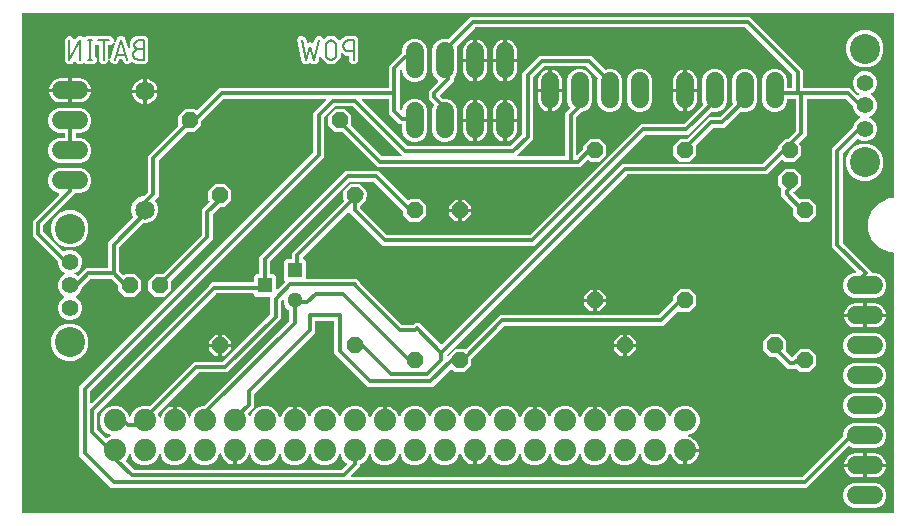
<source format=gtl>
G04 EAGLE Gerber RS-274X export*
G75*
%MOMM*%
%FSLAX34Y34*%
%LPD*%
%INBottom Copper*%
%IPPOS*%
%AMOC8*
5,1,8,0,0,1.08239X$1,22.5*%
G01*
%ADD10C,0.152400*%
%ADD11C,1.651000*%
%ADD12C,1.879600*%
%ADD13C,1.524000*%
%ADD14P,1.429621X8X292.500000*%
%ADD15P,1.429621X8X22.500000*%
%ADD16P,1.429621X8X112.500000*%
%ADD17P,1.429621X8X202.500000*%
%ADD18C,1.422400*%
%ADD19C,2.540000*%
%ADD20C,1.524000*%
%ADD21C,1.295400*%
%ADD22R,1.295400X1.295400*%
%ADD23C,0.304800*%

G36*
X989098Y10164D02*
X989098Y10164D01*
X989117Y10162D01*
X989219Y10184D01*
X989321Y10200D01*
X989338Y10210D01*
X989358Y10214D01*
X989447Y10267D01*
X989538Y10316D01*
X989552Y10330D01*
X989569Y10340D01*
X989636Y10419D01*
X989708Y10494D01*
X989716Y10512D01*
X989729Y10527D01*
X989768Y10623D01*
X989811Y10717D01*
X989813Y10737D01*
X989821Y10755D01*
X989839Y10922D01*
X989839Y230378D01*
X989836Y230398D01*
X989838Y230417D01*
X989816Y230519D01*
X989800Y230621D01*
X989790Y230638D01*
X989786Y230658D01*
X989733Y230747D01*
X989684Y230838D01*
X989670Y230852D01*
X989660Y230869D01*
X989581Y230936D01*
X989506Y231008D01*
X989488Y231016D01*
X989473Y231029D01*
X989377Y231068D01*
X989283Y231111D01*
X989263Y231113D01*
X989245Y231121D01*
X989078Y231139D01*
X986053Y231139D01*
X977650Y234620D01*
X971220Y241050D01*
X967739Y249453D01*
X967739Y258547D01*
X971220Y266950D01*
X977650Y273380D01*
X986053Y276861D01*
X989078Y276861D01*
X989098Y276864D01*
X989117Y276862D01*
X989219Y276884D01*
X989321Y276900D01*
X989338Y276910D01*
X989358Y276914D01*
X989447Y276967D01*
X989538Y277016D01*
X989552Y277030D01*
X989569Y277040D01*
X989636Y277119D01*
X989708Y277194D01*
X989716Y277212D01*
X989729Y277227D01*
X989768Y277323D01*
X989811Y277417D01*
X989813Y277437D01*
X989821Y277455D01*
X989839Y277622D01*
X989839Y433478D01*
X989836Y433498D01*
X989838Y433517D01*
X989816Y433619D01*
X989800Y433721D01*
X989790Y433738D01*
X989786Y433758D01*
X989733Y433847D01*
X989684Y433938D01*
X989670Y433952D01*
X989660Y433969D01*
X989581Y434036D01*
X989506Y434108D01*
X989488Y434116D01*
X989473Y434129D01*
X989377Y434168D01*
X989283Y434211D01*
X989263Y434213D01*
X989245Y434221D01*
X989078Y434239D01*
X252222Y434239D01*
X252202Y434236D01*
X252183Y434238D01*
X252081Y434216D01*
X251979Y434200D01*
X251962Y434190D01*
X251942Y434186D01*
X251853Y434133D01*
X251762Y434084D01*
X251748Y434070D01*
X251731Y434060D01*
X251664Y433981D01*
X251592Y433906D01*
X251584Y433888D01*
X251571Y433873D01*
X251532Y433777D01*
X251489Y433683D01*
X251487Y433663D01*
X251479Y433645D01*
X251461Y433478D01*
X251461Y10922D01*
X251464Y10902D01*
X251462Y10883D01*
X251484Y10781D01*
X251500Y10679D01*
X251510Y10662D01*
X251514Y10642D01*
X251567Y10553D01*
X251616Y10462D01*
X251630Y10448D01*
X251640Y10431D01*
X251719Y10364D01*
X251794Y10292D01*
X251812Y10284D01*
X251827Y10271D01*
X251923Y10232D01*
X252017Y10189D01*
X252037Y10187D01*
X252055Y10179D01*
X252222Y10161D01*
X989078Y10161D01*
X989098Y10164D01*
G37*
%LPC*%
G36*
X327290Y32003D02*
X327290Y32003D01*
X300227Y59066D01*
X300227Y117718D01*
X498124Y315615D01*
X498177Y315689D01*
X498237Y315759D01*
X498249Y315789D01*
X498268Y315815D01*
X498295Y315902D01*
X498329Y315987D01*
X498333Y316028D01*
X498340Y316050D01*
X498339Y316082D01*
X498347Y316153D01*
X498347Y349366D01*
X508869Y359888D01*
X508911Y359946D01*
X508960Y359998D01*
X508982Y360045D01*
X509012Y360087D01*
X509034Y360156D01*
X509064Y360221D01*
X509069Y360273D01*
X509085Y360323D01*
X509083Y360394D01*
X509091Y360465D01*
X509080Y360516D01*
X509078Y360568D01*
X509054Y360636D01*
X509039Y360706D01*
X509012Y360751D01*
X508994Y360799D01*
X508949Y360855D01*
X508912Y360917D01*
X508873Y360951D01*
X508840Y360991D01*
X508780Y361030D01*
X508726Y361077D01*
X508677Y361096D01*
X508633Y361124D01*
X508564Y361142D01*
X508497Y361169D01*
X508426Y361177D01*
X508395Y361185D01*
X508372Y361183D01*
X508331Y361187D01*
X422833Y361187D01*
X422743Y361173D01*
X422652Y361165D01*
X422623Y361153D01*
X422591Y361148D01*
X422510Y361105D01*
X422426Y361069D01*
X422394Y361043D01*
X422373Y361032D01*
X422351Y361009D01*
X422295Y360964D01*
X403576Y342245D01*
X403523Y342171D01*
X403463Y342101D01*
X403451Y342071D01*
X403432Y342045D01*
X403405Y341958D01*
X403371Y341873D01*
X403367Y341832D01*
X403360Y341810D01*
X403361Y341778D01*
X403353Y341707D01*
X403353Y338902D01*
X397698Y333247D01*
X391845Y333247D01*
X391755Y333233D01*
X391664Y333225D01*
X391635Y333213D01*
X391603Y333208D01*
X391522Y333165D01*
X391438Y333129D01*
X391406Y333103D01*
X391385Y333092D01*
X391363Y333069D01*
X391307Y333024D01*
X367508Y309225D01*
X367455Y309151D01*
X367395Y309081D01*
X367383Y309051D01*
X367364Y309025D01*
X367337Y308938D01*
X367303Y308853D01*
X367299Y308812D01*
X367292Y308790D01*
X367293Y308758D01*
X367285Y308687D01*
X367285Y278522D01*
X364463Y275700D01*
X364451Y275684D01*
X364435Y275671D01*
X364379Y275584D01*
X364319Y275500D01*
X364313Y275481D01*
X364302Y275464D01*
X364277Y275364D01*
X364247Y275265D01*
X364247Y275245D01*
X364242Y275226D01*
X364250Y275123D01*
X364253Y275019D01*
X364260Y275000D01*
X364262Y274981D01*
X364302Y274886D01*
X364338Y274788D01*
X364350Y274772D01*
X364358Y274754D01*
X364463Y274623D01*
X365183Y273903D01*
X366904Y269748D01*
X366904Y265252D01*
X365183Y261097D01*
X362003Y257917D01*
X357848Y256196D01*
X354418Y256196D01*
X354328Y256182D01*
X354237Y256174D01*
X354208Y256162D01*
X354176Y256157D01*
X354095Y256114D01*
X354011Y256078D01*
X353979Y256052D01*
X353958Y256041D01*
X353936Y256018D01*
X353880Y255973D01*
X333980Y236073D01*
X333927Y235999D01*
X333867Y235929D01*
X333855Y235899D01*
X333836Y235873D01*
X333809Y235786D01*
X333775Y235701D01*
X333771Y235660D01*
X333764Y235638D01*
X333765Y235606D01*
X333757Y235535D01*
X333757Y215569D01*
X333771Y215479D01*
X333779Y215388D01*
X333791Y215359D01*
X333796Y215327D01*
X333839Y215246D01*
X333875Y215162D01*
X333901Y215130D01*
X333912Y215109D01*
X333935Y215087D01*
X333980Y215031D01*
X336992Y212019D01*
X337008Y212008D01*
X337020Y211992D01*
X337107Y211936D01*
X337191Y211876D01*
X337210Y211870D01*
X337227Y211859D01*
X337327Y211834D01*
X337426Y211803D01*
X337446Y211804D01*
X337466Y211799D01*
X337569Y211807D01*
X337672Y211810D01*
X337691Y211817D01*
X337711Y211818D01*
X337806Y211859D01*
X337903Y211894D01*
X337919Y211907D01*
X337937Y211914D01*
X338068Y212019D01*
X338902Y212853D01*
X346898Y212853D01*
X352553Y207198D01*
X352553Y199202D01*
X346898Y193547D01*
X338902Y193547D01*
X333247Y199202D01*
X333247Y202515D01*
X333233Y202605D01*
X333225Y202696D01*
X333213Y202725D01*
X333208Y202757D01*
X333165Y202838D01*
X333129Y202922D01*
X333103Y202954D01*
X333092Y202975D01*
X333069Y202997D01*
X333024Y203053D01*
X327513Y208564D01*
X327439Y208617D01*
X327369Y208677D01*
X327339Y208689D01*
X327313Y208708D01*
X327226Y208735D01*
X327141Y208769D01*
X327100Y208773D01*
X327078Y208780D01*
X327046Y208779D01*
X326975Y208787D01*
X310057Y208787D01*
X309967Y208773D01*
X309876Y208765D01*
X309847Y208753D01*
X309815Y208748D01*
X309734Y208705D01*
X309650Y208669D01*
X309618Y208643D01*
X309597Y208632D01*
X309575Y208609D01*
X309519Y208564D01*
X303500Y202545D01*
X302458Y201503D01*
X302419Y201450D01*
X302373Y201403D01*
X302333Y201330D01*
X302314Y201303D01*
X302308Y201284D01*
X302293Y201256D01*
X300714Y197444D01*
X297856Y194586D01*
X297414Y194403D01*
X297353Y194366D01*
X297288Y194336D01*
X297249Y194301D01*
X297205Y194274D01*
X297159Y194219D01*
X297107Y194170D01*
X297081Y194124D01*
X297048Y194084D01*
X297023Y194017D01*
X296988Y193954D01*
X296979Y193903D01*
X296960Y193855D01*
X296957Y193783D01*
X296944Y193712D01*
X296952Y193661D01*
X296950Y193609D01*
X296970Y193540D01*
X296980Y193469D01*
X297004Y193423D01*
X297018Y193373D01*
X297059Y193314D01*
X297092Y193250D01*
X297129Y193213D01*
X297158Y193171D01*
X297216Y193128D01*
X297267Y193078D01*
X297330Y193043D01*
X297356Y193024D01*
X297378Y193017D01*
X297414Y192997D01*
X297856Y192814D01*
X300714Y189956D01*
X302261Y186221D01*
X302261Y182179D01*
X300714Y178444D01*
X297856Y175586D01*
X294121Y174039D01*
X290079Y174039D01*
X286344Y175586D01*
X283486Y178444D01*
X281939Y182179D01*
X281939Y186221D01*
X283486Y189956D01*
X286344Y192814D01*
X286786Y192997D01*
X286847Y193034D01*
X286912Y193064D01*
X286951Y193099D01*
X286995Y193126D01*
X287041Y193182D01*
X287093Y193230D01*
X287119Y193276D01*
X287152Y193316D01*
X287177Y193383D01*
X287212Y193446D01*
X287221Y193497D01*
X287240Y193545D01*
X287243Y193617D01*
X287256Y193688D01*
X287248Y193739D01*
X287250Y193791D01*
X287230Y193860D01*
X287220Y193931D01*
X287196Y193977D01*
X287182Y194027D01*
X287141Y194086D01*
X287108Y194150D01*
X287071Y194187D01*
X287042Y194229D01*
X286984Y194272D01*
X286933Y194322D01*
X286870Y194357D01*
X286844Y194376D01*
X286822Y194384D01*
X286786Y194403D01*
X286344Y194586D01*
X283486Y197444D01*
X281939Y201179D01*
X281939Y205221D01*
X283486Y208956D01*
X286344Y211814D01*
X287993Y212497D01*
X288054Y212534D01*
X288119Y212564D01*
X288158Y212599D01*
X288202Y212626D01*
X288248Y212681D01*
X288301Y212730D01*
X288326Y212776D01*
X288359Y212816D01*
X288385Y212883D01*
X288419Y212946D01*
X288428Y212997D01*
X288447Y213045D01*
X288450Y213117D01*
X288463Y213188D01*
X288455Y213239D01*
X288457Y213291D01*
X288437Y213360D01*
X288427Y213431D01*
X288403Y213477D01*
X288389Y213527D01*
X288348Y213586D01*
X288316Y213650D01*
X288278Y213687D01*
X288249Y213729D01*
X288191Y213772D01*
X288140Y213822D01*
X288077Y213857D01*
X288051Y213876D01*
X288029Y213883D01*
X287993Y213903D01*
X286344Y214586D01*
X283486Y217444D01*
X281939Y221179D01*
X281939Y223343D01*
X281938Y223349D01*
X281938Y223350D01*
X281937Y223354D01*
X281925Y223433D01*
X281917Y223524D01*
X281905Y223553D01*
X281900Y223585D01*
X281857Y223666D01*
X281821Y223750D01*
X281795Y223782D01*
X281784Y223803D01*
X281761Y223825D01*
X281716Y223881D01*
X263505Y242092D01*
X260603Y244994D01*
X260603Y257926D01*
X282809Y280132D01*
X282851Y280190D01*
X282900Y280242D01*
X282922Y280289D01*
X282952Y280331D01*
X282974Y280400D01*
X283004Y280465D01*
X283010Y280517D01*
X283025Y280567D01*
X283023Y280638D01*
X283031Y280709D01*
X283020Y280760D01*
X283018Y280812D01*
X282994Y280880D01*
X282979Y280950D01*
X282952Y280995D01*
X282934Y281043D01*
X282889Y281099D01*
X282852Y281161D01*
X282813Y281195D01*
X282780Y281235D01*
X282720Y281274D01*
X282666Y281321D01*
X282617Y281340D01*
X282573Y281368D01*
X282504Y281386D01*
X282437Y281413D01*
X282390Y281418D01*
X278437Y283055D01*
X275435Y286057D01*
X273811Y289978D01*
X273811Y294222D01*
X275435Y298143D01*
X278437Y301145D01*
X282358Y302769D01*
X301842Y302769D01*
X305763Y301145D01*
X308765Y298143D01*
X310389Y294222D01*
X310389Y289978D01*
X308765Y286057D01*
X305763Y283055D01*
X301842Y281431D01*
X297357Y281431D01*
X297267Y281417D01*
X297176Y281409D01*
X297147Y281397D01*
X297115Y281392D01*
X297034Y281349D01*
X296950Y281313D01*
X296918Y281287D01*
X296897Y281276D01*
X296875Y281253D01*
X296819Y281208D01*
X269972Y254361D01*
X269919Y254287D01*
X269859Y254217D01*
X269847Y254187D01*
X269828Y254161D01*
X269801Y254074D01*
X269767Y253989D01*
X269763Y253948D01*
X269756Y253926D01*
X269757Y253894D01*
X269749Y253823D01*
X269749Y249097D01*
X269763Y249007D01*
X269771Y248916D01*
X269783Y248887D01*
X269788Y248855D01*
X269831Y248774D01*
X269867Y248690D01*
X269893Y248658D01*
X269904Y248637D01*
X269927Y248615D01*
X269972Y248559D01*
X286248Y232283D01*
X286342Y232215D01*
X286437Y232145D01*
X286443Y232143D01*
X286448Y232139D01*
X286559Y232105D01*
X286671Y232069D01*
X286677Y232069D01*
X286683Y232067D01*
X286800Y232070D01*
X286917Y232071D01*
X286924Y232073D01*
X286929Y232073D01*
X286946Y232079D01*
X287078Y232118D01*
X290079Y233361D01*
X294121Y233361D01*
X297856Y231814D01*
X300714Y228956D01*
X302261Y225221D01*
X302261Y221179D01*
X300714Y217444D01*
X297856Y214586D01*
X296207Y213903D01*
X296146Y213866D01*
X296081Y213836D01*
X296042Y213801D01*
X295998Y213774D01*
X295952Y213718D01*
X295899Y213670D01*
X295874Y213624D01*
X295841Y213584D01*
X295815Y213517D01*
X295781Y213454D01*
X295772Y213403D01*
X295753Y213355D01*
X295750Y213283D01*
X295737Y213212D01*
X295745Y213161D01*
X295743Y213109D01*
X295763Y213040D01*
X295773Y212969D01*
X295797Y212923D01*
X295811Y212873D01*
X295852Y212814D01*
X295884Y212750D01*
X295922Y212713D01*
X295951Y212671D01*
X296009Y212628D01*
X296060Y212578D01*
X296123Y212543D01*
X296149Y212524D01*
X296171Y212517D01*
X296207Y212497D01*
X297856Y211814D01*
X298307Y211362D01*
X298323Y211351D01*
X298336Y211335D01*
X298423Y211279D01*
X298507Y211219D01*
X298526Y211213D01*
X298543Y211202D01*
X298643Y211177D01*
X298742Y211147D01*
X298762Y211147D01*
X298781Y211142D01*
X298884Y211150D01*
X298988Y211153D01*
X299006Y211160D01*
X299026Y211161D01*
X299121Y211202D01*
X299219Y211237D01*
X299234Y211250D01*
X299253Y211258D01*
X299384Y211362D01*
X305954Y217933D01*
X323850Y217933D01*
X323870Y217936D01*
X323889Y217934D01*
X323991Y217956D01*
X324093Y217972D01*
X324110Y217982D01*
X324130Y217986D01*
X324219Y218039D01*
X324310Y218088D01*
X324324Y218102D01*
X324341Y218112D01*
X324408Y218191D01*
X324480Y218266D01*
X324488Y218284D01*
X324501Y218299D01*
X324540Y218395D01*
X324583Y218489D01*
X324585Y218509D01*
X324593Y218527D01*
X324611Y218694D01*
X324611Y239638D01*
X345673Y260700D01*
X345741Y260794D01*
X345811Y260888D01*
X345813Y260895D01*
X345817Y260900D01*
X345851Y261010D01*
X345887Y261122D01*
X345887Y261129D01*
X345889Y261135D01*
X345886Y261251D01*
X345885Y261368D01*
X345883Y261376D01*
X345883Y261381D01*
X345876Y261398D01*
X345838Y261529D01*
X344296Y265252D01*
X344296Y269748D01*
X346017Y273903D01*
X349197Y277083D01*
X353352Y278804D01*
X354318Y278804D01*
X354408Y278818D01*
X354499Y278826D01*
X354528Y278838D01*
X354560Y278843D01*
X354641Y278886D01*
X354725Y278922D01*
X354757Y278948D01*
X354778Y278959D01*
X354800Y278982D01*
X354856Y279027D01*
X357916Y282087D01*
X357969Y282161D01*
X358029Y282231D01*
X358041Y282261D01*
X358060Y282287D01*
X358087Y282374D01*
X358121Y282459D01*
X358125Y282500D01*
X358132Y282522D01*
X358131Y282554D01*
X358139Y282625D01*
X358139Y312790D01*
X383824Y338475D01*
X383877Y338549D01*
X383908Y338584D01*
X383916Y338593D01*
X383916Y338595D01*
X383937Y338619D01*
X383949Y338649D01*
X383968Y338675D01*
X383995Y338762D01*
X383998Y338770D01*
X384019Y338816D01*
X384020Y338825D01*
X384029Y338847D01*
X384033Y338888D01*
X384040Y338910D01*
X384039Y338942D01*
X384047Y339013D01*
X384047Y346898D01*
X389702Y352553D01*
X397698Y352553D01*
X398786Y351465D01*
X398802Y351454D01*
X398814Y351438D01*
X398902Y351382D01*
X398986Y351322D01*
X399005Y351316D01*
X399021Y351305D01*
X399122Y351280D01*
X399221Y351249D01*
X399241Y351250D01*
X399260Y351245D01*
X399363Y351253D01*
X399467Y351256D01*
X399485Y351263D01*
X399505Y351264D01*
X399600Y351304D01*
X399698Y351340D01*
X399713Y351353D01*
X399731Y351360D01*
X399862Y351465D01*
X418730Y370333D01*
X561594Y370333D01*
X561614Y370336D01*
X561633Y370334D01*
X561735Y370356D01*
X561837Y370372D01*
X561854Y370382D01*
X561874Y370386D01*
X561963Y370439D01*
X562054Y370488D01*
X562068Y370502D01*
X562085Y370512D01*
X562152Y370591D01*
X562224Y370666D01*
X562232Y370684D01*
X562245Y370699D01*
X562284Y370795D01*
X562327Y370889D01*
X562329Y370909D01*
X562337Y370927D01*
X562355Y371094D01*
X562355Y388990D01*
X573308Y399943D01*
X573361Y400017D01*
X573421Y400087D01*
X573433Y400117D01*
X573452Y400143D01*
X573479Y400230D01*
X573513Y400315D01*
X573517Y400356D01*
X573524Y400378D01*
X573523Y400410D01*
X573531Y400481D01*
X573531Y403442D01*
X575155Y407363D01*
X578157Y410365D01*
X582078Y411989D01*
X586322Y411989D01*
X590243Y410365D01*
X593245Y407363D01*
X594869Y403442D01*
X594869Y383958D01*
X593245Y380037D01*
X590243Y377035D01*
X586322Y375411D01*
X582078Y375411D01*
X578157Y377035D01*
X575155Y380037D01*
X573531Y383958D01*
X573531Y385395D01*
X573520Y385465D01*
X573518Y385537D01*
X573500Y385586D01*
X573492Y385637D01*
X573458Y385701D01*
X573433Y385768D01*
X573401Y385809D01*
X573376Y385855D01*
X573324Y385904D01*
X573280Y385960D01*
X573236Y385988D01*
X573198Y386024D01*
X573133Y386054D01*
X573073Y386093D01*
X573022Y386106D01*
X572975Y386128D01*
X572904Y386136D01*
X572834Y386153D01*
X572782Y386149D01*
X572731Y386155D01*
X572660Y386140D01*
X572589Y386134D01*
X572541Y386114D01*
X572490Y386103D01*
X572429Y386066D01*
X572363Y386038D01*
X572307Y385993D01*
X572279Y385976D01*
X572264Y385959D01*
X572232Y385933D01*
X571724Y385425D01*
X571670Y385351D01*
X571611Y385281D01*
X571599Y385251D01*
X571580Y385225D01*
X571553Y385138D01*
X571519Y385053D01*
X571515Y385012D01*
X571508Y384990D01*
X571509Y384958D01*
X571501Y384887D01*
X571501Y352729D01*
X571508Y352685D01*
X571508Y352684D01*
X571509Y352679D01*
X571515Y352640D01*
X571523Y352548D01*
X571535Y352519D01*
X571540Y352487D01*
X571558Y352454D01*
X571560Y352443D01*
X571585Y352403D01*
X571619Y352322D01*
X571645Y352290D01*
X571656Y352269D01*
X571676Y352250D01*
X571686Y352232D01*
X571700Y352221D01*
X571724Y352191D01*
X572232Y351683D01*
X572290Y351641D01*
X572342Y351592D01*
X572389Y351570D01*
X572431Y351540D01*
X572500Y351518D01*
X572565Y351488D01*
X572617Y351483D01*
X572667Y351467D01*
X572738Y351469D01*
X572809Y351461D01*
X572860Y351472D01*
X572912Y351474D01*
X572980Y351498D01*
X573050Y351513D01*
X573095Y351540D01*
X573143Y351558D01*
X573199Y351603D01*
X573261Y351640D01*
X573295Y351679D01*
X573335Y351712D01*
X573374Y351772D01*
X573421Y351826D01*
X573440Y351875D01*
X573468Y351919D01*
X573486Y351988D01*
X573513Y352055D01*
X573521Y352126D01*
X573529Y352157D01*
X573527Y352180D01*
X573531Y352221D01*
X573531Y352642D01*
X575155Y356563D01*
X578157Y359565D01*
X582078Y361189D01*
X586322Y361189D01*
X590243Y359565D01*
X593245Y356563D01*
X594869Y352642D01*
X594869Y333158D01*
X593245Y329237D01*
X590243Y326235D01*
X586322Y324611D01*
X582078Y324611D01*
X578157Y326235D01*
X575155Y329237D01*
X573531Y333158D01*
X573531Y339090D01*
X573528Y339110D01*
X573530Y339129D01*
X573508Y339231D01*
X573492Y339333D01*
X573482Y339350D01*
X573478Y339370D01*
X573425Y339459D01*
X573376Y339550D01*
X573362Y339564D01*
X573352Y339581D01*
X573273Y339648D01*
X573198Y339720D01*
X573180Y339728D01*
X573165Y339741D01*
X573069Y339780D01*
X572975Y339823D01*
X572955Y339825D01*
X572937Y339833D01*
X572770Y339851D01*
X571130Y339851D01*
X562355Y348626D01*
X562355Y360426D01*
X562352Y360446D01*
X562354Y360465D01*
X562332Y360567D01*
X562316Y360669D01*
X562306Y360686D01*
X562302Y360706D01*
X562249Y360795D01*
X562200Y360886D01*
X562186Y360900D01*
X562176Y360917D01*
X562097Y360984D01*
X562022Y361056D01*
X562004Y361064D01*
X561989Y361077D01*
X561893Y361116D01*
X561799Y361159D01*
X561779Y361161D01*
X561761Y361169D01*
X561594Y361187D01*
X540181Y361187D01*
X540111Y361176D01*
X540039Y361174D01*
X539990Y361156D01*
X539939Y361148D01*
X539875Y361114D01*
X539808Y361089D01*
X539767Y361057D01*
X539721Y361032D01*
X539672Y360980D01*
X539616Y360936D01*
X539588Y360892D01*
X539552Y360854D01*
X539522Y360789D01*
X539483Y360729D01*
X539470Y360678D01*
X539448Y360631D01*
X539440Y360560D01*
X539423Y360490D01*
X539427Y360438D01*
X539421Y360387D01*
X539436Y360316D01*
X539442Y360245D01*
X539462Y360197D01*
X539473Y360146D01*
X539510Y360085D01*
X539538Y360019D01*
X539583Y359963D01*
X539600Y359935D01*
X539617Y359920D01*
X539643Y359888D01*
X577743Y321788D01*
X577817Y321735D01*
X577887Y321675D01*
X577917Y321663D01*
X577943Y321644D01*
X578030Y321617D01*
X578115Y321583D01*
X578156Y321579D01*
X578178Y321572D01*
X578210Y321573D01*
X578281Y321565D01*
X665303Y321565D01*
X665393Y321579D01*
X665484Y321587D01*
X665513Y321599D01*
X665545Y321604D01*
X665626Y321647D01*
X665710Y321683D01*
X665742Y321709D01*
X665763Y321720D01*
X665785Y321743D01*
X665841Y321788D01*
X674908Y330855D01*
X674961Y330929D01*
X675021Y330999D01*
X675033Y331029D01*
X675052Y331055D01*
X675079Y331142D01*
X675113Y331227D01*
X675117Y331268D01*
X675124Y331290D01*
X675123Y331322D01*
X675131Y331393D01*
X675131Y382894D01*
X690002Y397765D01*
X733414Y397765D01*
X744988Y386190D01*
X745084Y386122D01*
X745177Y386053D01*
X745183Y386051D01*
X745188Y386047D01*
X745300Y386013D01*
X745411Y385976D01*
X745417Y385976D01*
X745423Y385975D01*
X745540Y385978D01*
X745657Y385979D01*
X745664Y385981D01*
X745669Y385981D01*
X745686Y385987D01*
X745818Y386025D01*
X747178Y386589D01*
X751422Y386589D01*
X755343Y384965D01*
X758345Y381963D01*
X759969Y378042D01*
X759969Y358558D01*
X758345Y354637D01*
X755343Y351635D01*
X751422Y350011D01*
X747178Y350011D01*
X743257Y351635D01*
X740255Y354637D01*
X738631Y358558D01*
X738631Y378042D01*
X738897Y378684D01*
X738924Y378797D01*
X738952Y378911D01*
X738952Y378917D01*
X738953Y378923D01*
X738942Y379040D01*
X738933Y379156D01*
X738931Y379162D01*
X738930Y379168D01*
X738882Y379276D01*
X738837Y379382D01*
X738832Y379388D01*
X738830Y379393D01*
X738817Y379406D01*
X738732Y379513D01*
X729849Y388396D01*
X729775Y388449D01*
X729705Y388509D01*
X729675Y388521D01*
X729649Y388540D01*
X729562Y388567D01*
X729477Y388601D01*
X729436Y388605D01*
X729414Y388612D01*
X729382Y388611D01*
X729311Y388619D01*
X694105Y388619D01*
X694015Y388605D01*
X693924Y388597D01*
X693895Y388585D01*
X693863Y388580D01*
X693782Y388537D01*
X693698Y388501D01*
X693666Y388475D01*
X693645Y388464D01*
X693623Y388441D01*
X693567Y388396D01*
X684500Y379329D01*
X684447Y379255D01*
X684387Y379185D01*
X684375Y379155D01*
X684356Y379129D01*
X684329Y379042D01*
X684295Y378957D01*
X684291Y378916D01*
X684284Y378894D01*
X684285Y378862D01*
X684277Y378791D01*
X684277Y327290D01*
X681375Y324388D01*
X670707Y313720D01*
X670665Y313662D01*
X670616Y313610D01*
X670594Y313563D01*
X670564Y313521D01*
X670542Y313452D01*
X670512Y313387D01*
X670507Y313335D01*
X670491Y313285D01*
X670493Y313214D01*
X670485Y313143D01*
X670496Y313092D01*
X670498Y313040D01*
X670522Y312972D01*
X670537Y312902D01*
X670564Y312857D01*
X670582Y312809D01*
X670627Y312753D01*
X670664Y312691D01*
X670703Y312657D01*
X670736Y312617D01*
X670796Y312578D01*
X670850Y312531D01*
X670899Y312512D01*
X670943Y312484D01*
X671012Y312466D01*
X671079Y312439D01*
X671150Y312431D01*
X671181Y312423D01*
X671204Y312425D01*
X671245Y312421D01*
X710946Y312421D01*
X710966Y312424D01*
X710985Y312422D01*
X711087Y312444D01*
X711189Y312460D01*
X711206Y312470D01*
X711226Y312474D01*
X711315Y312527D01*
X711406Y312576D01*
X711420Y312590D01*
X711437Y312600D01*
X711504Y312679D01*
X711576Y312754D01*
X711584Y312772D01*
X711597Y312787D01*
X711636Y312883D01*
X711679Y312977D01*
X711681Y312997D01*
X711689Y313015D01*
X711707Y313182D01*
X711707Y349366D01*
X715378Y353037D01*
X715390Y353053D01*
X715406Y353066D01*
X715462Y353153D01*
X715522Y353237D01*
X715528Y353256D01*
X715539Y353273D01*
X715564Y353373D01*
X715594Y353472D01*
X715594Y353492D01*
X715599Y353511D01*
X715591Y353614D01*
X715588Y353718D01*
X715581Y353737D01*
X715579Y353757D01*
X715539Y353851D01*
X715503Y353949D01*
X715491Y353965D01*
X715483Y353983D01*
X715378Y354114D01*
X714855Y354637D01*
X713231Y358558D01*
X713231Y378042D01*
X714855Y381963D01*
X717857Y384965D01*
X721778Y386589D01*
X726022Y386589D01*
X729943Y384965D01*
X732945Y381963D01*
X734569Y378042D01*
X734569Y358558D01*
X732945Y354637D01*
X729943Y351635D01*
X726022Y350011D01*
X725601Y350011D01*
X725511Y349997D01*
X725420Y349989D01*
X725391Y349977D01*
X725359Y349972D01*
X725278Y349929D01*
X725194Y349893D01*
X725162Y349867D01*
X725141Y349856D01*
X725119Y349833D01*
X725063Y349788D01*
X721076Y345801D01*
X721023Y345727D01*
X720963Y345657D01*
X720951Y345627D01*
X720932Y345601D01*
X720905Y345514D01*
X720871Y345429D01*
X720867Y345388D01*
X720860Y345366D01*
X720861Y345334D01*
X720853Y345263D01*
X720853Y314629D01*
X720854Y314622D01*
X720854Y314621D01*
X720855Y314616D01*
X720864Y314559D01*
X720866Y314487D01*
X720884Y314438D01*
X720892Y314387D01*
X720926Y314323D01*
X720951Y314256D01*
X720983Y314215D01*
X721008Y314169D01*
X721060Y314120D01*
X721104Y314064D01*
X721148Y314036D01*
X721186Y314000D01*
X721251Y313970D01*
X721311Y313931D01*
X721362Y313918D01*
X721409Y313896D01*
X721480Y313888D01*
X721550Y313871D01*
X721602Y313875D01*
X721653Y313869D01*
X721724Y313884D01*
X721795Y313890D01*
X721843Y313910D01*
X721894Y313921D01*
X721955Y313958D01*
X722021Y313986D01*
X722077Y314031D01*
X722105Y314048D01*
X722120Y314065D01*
X722152Y314091D01*
X726724Y318663D01*
X726777Y318737D01*
X726837Y318807D01*
X726849Y318837D01*
X726868Y318863D01*
X726895Y318950D01*
X726929Y319035D01*
X726933Y319076D01*
X726940Y319098D01*
X726939Y319130D01*
X726947Y319201D01*
X726947Y321498D01*
X732602Y327153D01*
X740598Y327153D01*
X746253Y321498D01*
X746253Y313502D01*
X740598Y307847D01*
X732602Y307847D01*
X731260Y309189D01*
X731244Y309200D01*
X731232Y309216D01*
X731144Y309272D01*
X731060Y309332D01*
X731041Y309338D01*
X731025Y309349D01*
X730924Y309374D01*
X730825Y309405D01*
X730805Y309404D01*
X730786Y309409D01*
X730683Y309401D01*
X730580Y309398D01*
X730561Y309391D01*
X730541Y309390D01*
X730446Y309350D01*
X730348Y309314D01*
X730333Y309301D01*
X730315Y309294D01*
X730184Y309189D01*
X724270Y303275D01*
X552842Y303275D01*
X523093Y333024D01*
X523019Y333077D01*
X522949Y333137D01*
X522919Y333149D01*
X522893Y333168D01*
X522806Y333195D01*
X522721Y333229D01*
X522680Y333233D01*
X522658Y333240D01*
X522626Y333239D01*
X522555Y333247D01*
X516702Y333247D01*
X511047Y338902D01*
X511047Y346898D01*
X516702Y352553D01*
X524698Y352553D01*
X530353Y346898D01*
X530353Y339013D01*
X530355Y338997D01*
X530354Y338981D01*
X530368Y338915D01*
X530375Y338832D01*
X530387Y338803D01*
X530392Y338771D01*
X530404Y338748D01*
X530406Y338741D01*
X530425Y338709D01*
X530435Y338690D01*
X530471Y338606D01*
X530497Y338574D01*
X530508Y338553D01*
X530531Y338531D01*
X530576Y338475D01*
X556407Y312644D01*
X556481Y312591D01*
X556551Y312531D01*
X556581Y312519D01*
X556607Y312500D01*
X556694Y312473D01*
X556779Y312439D01*
X556820Y312435D01*
X556842Y312428D01*
X556874Y312429D01*
X556945Y312421D01*
X572339Y312421D01*
X572409Y312432D01*
X572481Y312434D01*
X572530Y312452D01*
X572581Y312460D01*
X572645Y312494D01*
X572712Y312519D01*
X572753Y312551D01*
X572799Y312576D01*
X572848Y312628D01*
X572904Y312672D01*
X572932Y312716D01*
X572968Y312754D01*
X572998Y312819D01*
X573037Y312879D01*
X573050Y312930D01*
X573072Y312977D01*
X573080Y313048D01*
X573097Y313118D01*
X573093Y313170D01*
X573099Y313221D01*
X573084Y313292D01*
X573078Y313363D01*
X573058Y313411D01*
X573047Y313462D01*
X573010Y313523D01*
X572982Y313589D01*
X572937Y313645D01*
X572920Y313673D01*
X572903Y313688D01*
X572877Y313720D01*
X571276Y315321D01*
X531729Y354868D01*
X531655Y354921D01*
X531585Y354981D01*
X531555Y354993D01*
X531529Y355012D01*
X531442Y355039D01*
X531357Y355073D01*
X531316Y355077D01*
X531294Y355084D01*
X531262Y355083D01*
X531191Y355091D01*
X517321Y355091D01*
X517231Y355077D01*
X517140Y355069D01*
X517111Y355057D01*
X517079Y355052D01*
X516998Y355009D01*
X516914Y354973D01*
X516882Y354947D01*
X516861Y354936D01*
X516839Y354913D01*
X516783Y354868D01*
X507716Y345801D01*
X507663Y345727D01*
X507603Y345657D01*
X507591Y345627D01*
X507572Y345601D01*
X507545Y345514D01*
X507511Y345429D01*
X507507Y345388D01*
X507500Y345366D01*
X507501Y345334D01*
X507493Y345263D01*
X507493Y312050D01*
X309596Y114153D01*
X309543Y114079D01*
X309483Y114009D01*
X309471Y113979D01*
X309452Y113953D01*
X309425Y113866D01*
X309391Y113781D01*
X309387Y113740D01*
X309380Y113718D01*
X309381Y113686D01*
X309373Y113615D01*
X309373Y104317D01*
X309384Y104247D01*
X309386Y104175D01*
X309404Y104126D01*
X309412Y104075D01*
X309446Y104011D01*
X309471Y103944D01*
X309503Y103903D01*
X309528Y103857D01*
X309580Y103808D01*
X309624Y103752D01*
X309668Y103724D01*
X309706Y103688D01*
X309771Y103658D01*
X309831Y103619D01*
X309882Y103606D01*
X309929Y103584D01*
X310000Y103576D01*
X310070Y103559D01*
X310122Y103563D01*
X310173Y103557D01*
X310244Y103572D01*
X310315Y103578D01*
X310363Y103598D01*
X310414Y103609D01*
X310475Y103646D01*
X310541Y103674D01*
X310597Y103719D01*
X310625Y103736D01*
X310640Y103753D01*
X310672Y103779D01*
X409732Y202839D01*
X412634Y205741D01*
X446913Y205741D01*
X446933Y205744D01*
X446952Y205742D01*
X447054Y205764D01*
X447156Y205780D01*
X447173Y205790D01*
X447193Y205794D01*
X447282Y205847D01*
X447373Y205896D01*
X447387Y205910D01*
X447404Y205920D01*
X447471Y205999D01*
X447543Y206074D01*
X447551Y206092D01*
X447564Y206107D01*
X447603Y206203D01*
X447646Y206297D01*
X447648Y206317D01*
X447656Y206335D01*
X447674Y206502D01*
X447674Y210940D01*
X449460Y212726D01*
X451866Y212726D01*
X451886Y212729D01*
X451905Y212727D01*
X452007Y212749D01*
X452109Y212765D01*
X452126Y212775D01*
X452146Y212779D01*
X452235Y212832D01*
X452326Y212881D01*
X452340Y212895D01*
X452357Y212905D01*
X452424Y212984D01*
X452496Y213059D01*
X452504Y213077D01*
X452517Y213092D01*
X452556Y213188D01*
X452599Y213282D01*
X452601Y213302D01*
X452609Y213320D01*
X452627Y213487D01*
X452627Y227446D01*
X525410Y300229D01*
X553582Y300229D01*
X578292Y275519D01*
X578308Y275508D01*
X578320Y275492D01*
X578408Y275436D01*
X578491Y275376D01*
X578510Y275370D01*
X578527Y275359D01*
X578628Y275334D01*
X578726Y275303D01*
X578746Y275304D01*
X578766Y275299D01*
X578869Y275307D01*
X578972Y275310D01*
X578991Y275317D01*
X579011Y275318D01*
X579106Y275358D01*
X579203Y275394D01*
X579219Y275407D01*
X579237Y275414D01*
X579368Y275519D01*
X580202Y276353D01*
X588198Y276353D01*
X593853Y270698D01*
X593853Y262702D01*
X588198Y257047D01*
X580202Y257047D01*
X574547Y262702D01*
X574547Y266015D01*
X574533Y266105D01*
X574525Y266196D01*
X574513Y266225D01*
X574508Y266257D01*
X574465Y266338D01*
X574429Y266422D01*
X574403Y266454D01*
X574392Y266475D01*
X574369Y266497D01*
X574324Y266553D01*
X550017Y290860D01*
X549943Y290913D01*
X549873Y290973D01*
X549843Y290985D01*
X549817Y291004D01*
X549730Y291031D01*
X549645Y291065D01*
X549604Y291069D01*
X549582Y291076D01*
X549550Y291075D01*
X549479Y291083D01*
X529513Y291083D01*
X529423Y291069D01*
X529332Y291061D01*
X529303Y291049D01*
X529271Y291044D01*
X529190Y291001D01*
X529106Y290965D01*
X529074Y290939D01*
X529053Y290928D01*
X529034Y290908D01*
X529032Y290907D01*
X529027Y290902D01*
X528975Y290860D01*
X461996Y223881D01*
X461943Y223807D01*
X461883Y223737D01*
X461871Y223707D01*
X461852Y223681D01*
X461825Y223594D01*
X461791Y223509D01*
X461787Y223468D01*
X461780Y223446D01*
X461781Y223414D01*
X461773Y223343D01*
X461773Y213487D01*
X461776Y213467D01*
X461774Y213448D01*
X461796Y213346D01*
X461812Y213244D01*
X461822Y213227D01*
X461826Y213207D01*
X461879Y213118D01*
X461928Y213027D01*
X461942Y213013D01*
X461952Y212996D01*
X462031Y212929D01*
X462106Y212857D01*
X462124Y212849D01*
X462139Y212836D01*
X462235Y212797D01*
X462329Y212754D01*
X462349Y212752D01*
X462367Y212744D01*
X462534Y212726D01*
X464940Y212726D01*
X466726Y210940D01*
X466726Y200710D01*
X466737Y200640D01*
X466739Y200568D01*
X466757Y200519D01*
X466765Y200468D01*
X466799Y200404D01*
X466824Y200337D01*
X466856Y200296D01*
X466881Y200250D01*
X466933Y200201D01*
X466977Y200145D01*
X467021Y200117D01*
X467059Y200081D01*
X467124Y200051D01*
X467184Y200012D01*
X467235Y199999D01*
X467282Y199977D01*
X467353Y199969D01*
X467423Y199952D01*
X467475Y199956D01*
X467526Y199950D01*
X467597Y199965D01*
X467668Y199971D01*
X467716Y199991D01*
X467767Y200002D01*
X467828Y200039D01*
X467894Y200067D01*
X467950Y200112D01*
X467978Y200129D01*
X467993Y200146D01*
X468025Y200172D01*
X474006Y206152D01*
X474017Y206169D01*
X474033Y206181D01*
X474089Y206268D01*
X474149Y206352D01*
X474155Y206371D01*
X474166Y206388D01*
X474191Y206488D01*
X474221Y206587D01*
X474221Y206607D01*
X474226Y206626D01*
X474218Y206729D01*
X474215Y206833D01*
X474208Y206852D01*
X474207Y206872D01*
X474166Y206967D01*
X474131Y207064D01*
X474118Y207080D01*
X474110Y207098D01*
X474006Y207229D01*
X473074Y208160D01*
X473074Y223640D01*
X474860Y225426D01*
X479298Y225426D01*
X479318Y225429D01*
X479337Y225427D01*
X479439Y225449D01*
X479541Y225465D01*
X479558Y225475D01*
X479578Y225479D01*
X479667Y225532D01*
X479758Y225581D01*
X479772Y225595D01*
X479789Y225605D01*
X479856Y225684D01*
X479928Y225759D01*
X479936Y225777D01*
X479949Y225792D01*
X479988Y225888D01*
X480031Y225982D01*
X480033Y226002D01*
X480041Y226020D01*
X480059Y226187D01*
X480059Y230494D01*
X523819Y274254D01*
X523830Y274270D01*
X523846Y274282D01*
X523902Y274370D01*
X523962Y274453D01*
X523968Y274472D01*
X523979Y274489D01*
X524004Y274590D01*
X524035Y274688D01*
X524034Y274708D01*
X524039Y274728D01*
X524031Y274831D01*
X524028Y274934D01*
X524021Y274953D01*
X524020Y274973D01*
X523979Y275068D01*
X523944Y275165D01*
X523931Y275181D01*
X523924Y275199D01*
X523819Y275330D01*
X523747Y275402D01*
X523747Y283398D01*
X529402Y289053D01*
X537398Y289053D01*
X543137Y283314D01*
X543171Y283234D01*
X543197Y283202D01*
X543208Y283181D01*
X543231Y283159D01*
X543276Y283103D01*
X544069Y282310D01*
X544069Y278522D01*
X543276Y277729D01*
X543223Y277655D01*
X543163Y277585D01*
X543151Y277555D01*
X543132Y277529D01*
X543105Y277442D01*
X543071Y277357D01*
X543067Y277316D01*
X543060Y277294D01*
X543061Y277262D01*
X543053Y277191D01*
X543053Y275402D01*
X538196Y270545D01*
X538143Y270471D01*
X538083Y270401D01*
X538071Y270371D01*
X538052Y270345D01*
X538025Y270258D01*
X537991Y270173D01*
X537987Y270132D01*
X537980Y270110D01*
X537981Y270078D01*
X537973Y270006D01*
X537973Y268909D01*
X537987Y268819D01*
X537995Y268728D01*
X538007Y268699D01*
X538012Y268667D01*
X538055Y268586D01*
X538091Y268502D01*
X538117Y268470D01*
X538128Y268449D01*
X538151Y268427D01*
X538196Y268371D01*
X560471Y246096D01*
X560545Y246043D01*
X560615Y245983D01*
X560645Y245971D01*
X560671Y245952D01*
X560758Y245925D01*
X560843Y245891D01*
X560884Y245887D01*
X560906Y245880D01*
X560938Y245881D01*
X561009Y245873D01*
X681051Y245873D01*
X681141Y245887D01*
X681232Y245895D01*
X681261Y245907D01*
X681293Y245912D01*
X681374Y245955D01*
X681458Y245991D01*
X681490Y246017D01*
X681511Y246028D01*
X681533Y246051D01*
X681589Y246096D01*
X690225Y254732D01*
X692434Y256941D01*
X775346Y339853D01*
X811607Y339853D01*
X811697Y339867D01*
X811788Y339875D01*
X811817Y339887D01*
X811849Y339892D01*
X811930Y339935D01*
X812014Y339971D01*
X812046Y339997D01*
X812067Y340008D01*
X812089Y340031D01*
X812145Y340076D01*
X828078Y356009D01*
X828123Y356071D01*
X828152Y356101D01*
X828163Y356127D01*
X828216Y356198D01*
X828218Y356204D01*
X828222Y356209D01*
X828256Y356320D01*
X828292Y356432D01*
X828292Y356438D01*
X828294Y356444D01*
X828291Y356561D01*
X828290Y356678D01*
X828288Y356685D01*
X828288Y356690D01*
X828281Y356707D01*
X828243Y356839D01*
X827531Y358558D01*
X827531Y378042D01*
X829155Y381963D01*
X832157Y384965D01*
X836078Y386589D01*
X840322Y386589D01*
X844243Y384965D01*
X847245Y381963D01*
X848869Y378042D01*
X848869Y358558D01*
X847245Y354637D01*
X844243Y351635D01*
X840322Y350011D01*
X836078Y350011D01*
X835796Y350128D01*
X835683Y350155D01*
X835568Y350183D01*
X835562Y350183D01*
X835556Y350184D01*
X835440Y350173D01*
X835323Y350164D01*
X835318Y350162D01*
X835311Y350161D01*
X835203Y350113D01*
X835097Y350068D01*
X835091Y350063D01*
X835087Y350061D01*
X835072Y350048D01*
X834966Y349963D01*
X818612Y333609D01*
X815710Y330707D01*
X779449Y330707D01*
X779359Y330693D01*
X779268Y330685D01*
X779239Y330673D01*
X779207Y330668D01*
X779126Y330625D01*
X779042Y330589D01*
X779010Y330563D01*
X778989Y330552D01*
X778967Y330529D01*
X778911Y330484D01*
X698901Y250474D01*
X696692Y248265D01*
X685154Y236727D01*
X556906Y236727D01*
X528604Y265029D01*
X528588Y265040D01*
X528576Y265056D01*
X528532Y265084D01*
X528494Y265120D01*
X528447Y265142D01*
X528405Y265172D01*
X528386Y265178D01*
X528369Y265189D01*
X528318Y265202D01*
X528271Y265224D01*
X528219Y265230D01*
X528169Y265245D01*
X528150Y265244D01*
X528130Y265249D01*
X528078Y265245D01*
X528027Y265251D01*
X527975Y265240D01*
X527924Y265238D01*
X527905Y265232D01*
X527885Y265230D01*
X527837Y265210D01*
X527786Y265199D01*
X527741Y265172D01*
X527693Y265154D01*
X527677Y265142D01*
X527659Y265134D01*
X527603Y265089D01*
X527575Y265072D01*
X527560Y265055D01*
X527528Y265029D01*
X489428Y226929D01*
X489375Y226855D01*
X489315Y226785D01*
X489303Y226755D01*
X489284Y226729D01*
X489257Y226642D01*
X489223Y226557D01*
X489219Y226516D01*
X489212Y226494D01*
X489213Y226462D01*
X489205Y226391D01*
X489205Y226187D01*
X489208Y226167D01*
X489206Y226148D01*
X489228Y226046D01*
X489244Y225944D01*
X489254Y225927D01*
X489258Y225907D01*
X489311Y225818D01*
X489360Y225727D01*
X489374Y225713D01*
X489384Y225696D01*
X489463Y225629D01*
X489538Y225557D01*
X489556Y225549D01*
X489571Y225536D01*
X489667Y225497D01*
X489761Y225454D01*
X489781Y225452D01*
X489799Y225444D01*
X489966Y225426D01*
X490340Y225426D01*
X492126Y223640D01*
X492126Y209550D01*
X492129Y209530D01*
X492127Y209511D01*
X492149Y209409D01*
X492165Y209307D01*
X492175Y209290D01*
X492179Y209270D01*
X492232Y209181D01*
X492281Y209090D01*
X492295Y209076D01*
X492305Y209059D01*
X492384Y208992D01*
X492459Y208920D01*
X492477Y208912D01*
X492492Y208899D01*
X492588Y208860D01*
X492682Y208817D01*
X492702Y208815D01*
X492720Y208807D01*
X492887Y208789D01*
X535294Y208789D01*
X537973Y206110D01*
X537973Y205409D01*
X537987Y205319D01*
X537995Y205228D01*
X538007Y205199D01*
X538012Y205167D01*
X538055Y205086D01*
X538091Y205002D01*
X538117Y204970D01*
X538128Y204949D01*
X538151Y204927D01*
X538196Y204871D01*
X573171Y169896D01*
X573245Y169843D01*
X573315Y169783D01*
X573345Y169771D01*
X573371Y169752D01*
X573458Y169725D01*
X573543Y169691D01*
X573584Y169687D01*
X573606Y169680D01*
X573638Y169681D01*
X573709Y169673D01*
X581991Y169673D01*
X582081Y169687D01*
X582172Y169695D01*
X582201Y169707D01*
X582233Y169712D01*
X582314Y169755D01*
X582398Y169791D01*
X582430Y169817D01*
X582451Y169828D01*
X582473Y169851D01*
X582529Y169896D01*
X584084Y171451D01*
X587872Y171451D01*
X590774Y168549D01*
X606014Y153309D01*
X606030Y153298D01*
X606042Y153282D01*
X606130Y153226D01*
X606213Y153166D01*
X606232Y153160D01*
X606249Y153149D01*
X606350Y153124D01*
X606449Y153093D01*
X606468Y153094D01*
X606488Y153089D01*
X606591Y153097D01*
X606694Y153100D01*
X606713Y153106D01*
X606733Y153108D01*
X606828Y153148D01*
X606925Y153184D01*
X606941Y153197D01*
X606959Y153204D01*
X607090Y153309D01*
X760106Y306325D01*
X878663Y306325D01*
X878753Y306339D01*
X878844Y306347D01*
X878873Y306359D01*
X878905Y306364D01*
X878986Y306407D01*
X879070Y306443D01*
X879102Y306469D01*
X879123Y306480D01*
X879145Y306503D01*
X879201Y306548D01*
X891824Y319171D01*
X891877Y319245D01*
X891937Y319315D01*
X891949Y319345D01*
X891968Y319371D01*
X891995Y319458D01*
X892029Y319543D01*
X892033Y319584D01*
X892040Y319606D01*
X892039Y319638D01*
X892047Y319709D01*
X892047Y321498D01*
X897702Y327153D01*
X899491Y327153D01*
X899581Y327167D01*
X899672Y327175D01*
X899701Y327187D01*
X899733Y327192D01*
X899814Y327235D01*
X899898Y327271D01*
X899930Y327297D01*
X899951Y327308D01*
X899973Y327331D01*
X900029Y327376D01*
X906556Y333903D01*
X906609Y333977D01*
X906669Y334047D01*
X906681Y334077D01*
X906700Y334103D01*
X906727Y334190D01*
X906744Y334232D01*
X906751Y334248D01*
X906752Y334252D01*
X906761Y334275D01*
X906765Y334316D01*
X906772Y334338D01*
X906771Y334370D01*
X906779Y334441D01*
X906779Y360426D01*
X906776Y360446D01*
X906778Y360465D01*
X906756Y360567D01*
X906740Y360669D01*
X906730Y360686D01*
X906726Y360706D01*
X906673Y360795D01*
X906624Y360886D01*
X906610Y360900D01*
X906600Y360917D01*
X906521Y360984D01*
X906446Y361056D01*
X906428Y361064D01*
X906413Y361077D01*
X906317Y361116D01*
X906223Y361159D01*
X906203Y361161D01*
X906185Y361169D01*
X906018Y361187D01*
X900430Y361187D01*
X900410Y361184D01*
X900391Y361186D01*
X900289Y361164D01*
X900187Y361148D01*
X900170Y361138D01*
X900150Y361134D01*
X900061Y361081D01*
X899970Y361032D01*
X899956Y361018D01*
X899939Y361008D01*
X899872Y360929D01*
X899800Y360854D01*
X899792Y360836D01*
X899779Y360821D01*
X899740Y360725D01*
X899697Y360631D01*
X899695Y360611D01*
X899687Y360593D01*
X899669Y360426D01*
X899669Y358558D01*
X898045Y354637D01*
X895043Y351635D01*
X891122Y350011D01*
X886878Y350011D01*
X882957Y351635D01*
X879955Y354637D01*
X878331Y358558D01*
X878331Y378042D01*
X879955Y381963D01*
X882957Y384965D01*
X886878Y386589D01*
X891122Y386589D01*
X895043Y384965D01*
X898045Y381963D01*
X899669Y378042D01*
X899669Y371094D01*
X899672Y371074D01*
X899670Y371055D01*
X899692Y370953D01*
X899708Y370851D01*
X899718Y370834D01*
X899722Y370814D01*
X899775Y370725D01*
X899824Y370634D01*
X899838Y370620D01*
X899848Y370603D01*
X899927Y370536D01*
X900002Y370464D01*
X900020Y370456D01*
X900035Y370443D01*
X900131Y370404D01*
X900225Y370361D01*
X900245Y370359D01*
X900263Y370351D01*
X900430Y370333D01*
X902970Y370333D01*
X902990Y370336D01*
X903009Y370334D01*
X903111Y370356D01*
X903213Y370372D01*
X903230Y370382D01*
X903250Y370386D01*
X903339Y370439D01*
X903430Y370488D01*
X903444Y370502D01*
X903461Y370512D01*
X903528Y370591D01*
X903600Y370666D01*
X903608Y370684D01*
X903621Y370699D01*
X903660Y370795D01*
X903703Y370889D01*
X903705Y370909D01*
X903713Y370927D01*
X903731Y371094D01*
X903731Y381839D01*
X903717Y381929D01*
X903709Y382020D01*
X903697Y382049D01*
X903692Y382081D01*
X903649Y382162D01*
X903613Y382246D01*
X903587Y382278D01*
X903576Y382299D01*
X903553Y382321D01*
X903508Y382377D01*
X864469Y421416D01*
X864395Y421469D01*
X864325Y421529D01*
X864295Y421541D01*
X864269Y421560D01*
X864182Y421587D01*
X864097Y421621D01*
X864056Y421625D01*
X864034Y421632D01*
X864002Y421631D01*
X863931Y421639D01*
X635685Y421639D01*
X635595Y421625D01*
X635504Y421617D01*
X635475Y421605D01*
X635443Y421600D01*
X635362Y421557D01*
X635278Y421521D01*
X635246Y421495D01*
X635225Y421484D01*
X635203Y421461D01*
X635147Y421416D01*
X619722Y405991D01*
X619654Y405897D01*
X619584Y405802D01*
X619582Y405796D01*
X619578Y405791D01*
X619544Y405680D01*
X619508Y405568D01*
X619508Y405562D01*
X619506Y405556D01*
X619509Y405439D01*
X619510Y405322D01*
X619512Y405315D01*
X619512Y405310D01*
X619519Y405293D01*
X619557Y405161D01*
X620269Y403442D01*
X620269Y383958D01*
X618645Y380037D01*
X617444Y378836D01*
X617391Y378762D01*
X617331Y378692D01*
X617319Y378662D01*
X617300Y378636D01*
X617273Y378549D01*
X617239Y378464D01*
X617235Y378423D01*
X617228Y378401D01*
X617229Y378369D01*
X617221Y378298D01*
X617221Y376058D01*
X614319Y373156D01*
X605937Y364774D01*
X605926Y364758D01*
X605910Y364746D01*
X605854Y364658D01*
X605794Y364575D01*
X605788Y364556D01*
X605777Y364539D01*
X605752Y364438D01*
X605721Y364339D01*
X605722Y364320D01*
X605717Y364300D01*
X605725Y364197D01*
X605728Y364094D01*
X605734Y364075D01*
X605736Y364055D01*
X605776Y363960D01*
X605812Y363863D01*
X605825Y363847D01*
X605832Y363829D01*
X605937Y363698D01*
X608223Y361412D01*
X608297Y361359D01*
X608367Y361299D01*
X608397Y361287D01*
X608423Y361268D01*
X608510Y361241D01*
X608595Y361207D01*
X608636Y361203D01*
X608658Y361196D01*
X608690Y361197D01*
X608761Y361189D01*
X611722Y361189D01*
X615643Y359565D01*
X618645Y356563D01*
X620269Y352642D01*
X620269Y333158D01*
X618645Y329237D01*
X615643Y326235D01*
X611722Y324611D01*
X607478Y324611D01*
X603557Y326235D01*
X600555Y329237D01*
X598931Y333158D01*
X598931Y352642D01*
X600239Y355798D01*
X600265Y355911D01*
X600294Y356025D01*
X600293Y356031D01*
X600295Y356038D01*
X600284Y356154D01*
X600275Y356270D01*
X600272Y356276D01*
X600272Y356282D01*
X600224Y356390D01*
X600178Y356497D01*
X600174Y356503D01*
X600172Y356507D01*
X600159Y356521D01*
X600073Y356628D01*
X598785Y357916D01*
X595883Y360818D01*
X595883Y367654D01*
X598785Y370556D01*
X603959Y375730D01*
X603986Y375767D01*
X604019Y375798D01*
X604057Y375866D01*
X604102Y375929D01*
X604116Y375973D01*
X604138Y376013D01*
X604152Y376090D01*
X604175Y376164D01*
X604174Y376210D01*
X604182Y376256D01*
X604170Y376333D01*
X604168Y376410D01*
X604153Y376453D01*
X604146Y376499D01*
X604111Y376568D01*
X604084Y376641D01*
X604055Y376677D01*
X604034Y376718D01*
X603979Y376773D01*
X603930Y376833D01*
X603892Y376858D01*
X603859Y376890D01*
X603739Y376956D01*
X603723Y376966D01*
X603718Y376968D01*
X603712Y376971D01*
X603557Y377035D01*
X600555Y380037D01*
X598931Y383958D01*
X598931Y403442D01*
X600555Y407363D01*
X603557Y410365D01*
X607478Y411989D01*
X611722Y411989D01*
X612004Y411872D01*
X612117Y411845D01*
X612232Y411817D01*
X612238Y411817D01*
X612244Y411816D01*
X612360Y411827D01*
X612477Y411836D01*
X612482Y411838D01*
X612489Y411839D01*
X612597Y411887D01*
X612703Y411932D01*
X612709Y411937D01*
X612713Y411939D01*
X612728Y411952D01*
X612834Y412037D01*
X628680Y427883D01*
X631582Y430785D01*
X868034Y430785D01*
X912877Y385942D01*
X912877Y371094D01*
X912880Y371074D01*
X912878Y371055D01*
X912900Y370953D01*
X912916Y370851D01*
X912926Y370834D01*
X912930Y370814D01*
X912983Y370725D01*
X913032Y370634D01*
X913046Y370620D01*
X913056Y370603D01*
X913135Y370536D01*
X913210Y370464D01*
X913228Y370456D01*
X913243Y370443D01*
X913339Y370404D01*
X913433Y370361D01*
X913453Y370359D01*
X913471Y370351D01*
X913638Y370333D01*
X952870Y370333D01*
X958763Y364440D01*
X958857Y364372D01*
X958951Y364302D01*
X958957Y364300D01*
X958962Y364297D01*
X959074Y364262D01*
X959185Y364226D01*
X959192Y364226D01*
X959198Y364224D01*
X959314Y364227D01*
X959431Y364228D01*
X959438Y364230D01*
X959443Y364231D01*
X959461Y364237D01*
X959592Y364275D01*
X959886Y364397D01*
X959947Y364435D01*
X960012Y364464D01*
X960051Y364499D01*
X960095Y364526D01*
X960141Y364582D01*
X960193Y364630D01*
X960219Y364676D01*
X960252Y364716D01*
X960277Y364783D01*
X960312Y364846D01*
X960321Y364897D01*
X960340Y364945D01*
X960343Y365017D01*
X960356Y365088D01*
X960348Y365139D01*
X960350Y365191D01*
X960330Y365260D01*
X960320Y365331D01*
X960296Y365377D01*
X960282Y365427D01*
X960241Y365486D01*
X960208Y365550D01*
X960171Y365587D01*
X960142Y365629D01*
X960084Y365672D01*
X960033Y365722D01*
X959970Y365757D01*
X959944Y365776D01*
X959922Y365783D01*
X959886Y365803D01*
X959444Y365986D01*
X956586Y368844D01*
X955039Y372579D01*
X955039Y376621D01*
X956586Y380356D01*
X959444Y383214D01*
X963179Y384761D01*
X967221Y384761D01*
X970956Y383214D01*
X973814Y380356D01*
X975361Y376621D01*
X975361Y372579D01*
X973814Y368844D01*
X970956Y365986D01*
X970514Y365803D01*
X970453Y365766D01*
X970388Y365736D01*
X970349Y365701D01*
X970305Y365674D01*
X970259Y365618D01*
X970207Y365570D01*
X970181Y365524D01*
X970148Y365484D01*
X970123Y365417D01*
X970088Y365354D01*
X970079Y365303D01*
X970060Y365255D01*
X970057Y365183D01*
X970044Y365112D01*
X970052Y365061D01*
X970050Y365009D01*
X970070Y364940D01*
X970080Y364869D01*
X970104Y364823D01*
X970118Y364773D01*
X970159Y364714D01*
X970192Y364650D01*
X970229Y364613D01*
X970258Y364571D01*
X970316Y364528D01*
X970367Y364478D01*
X970430Y364443D01*
X970456Y364424D01*
X970478Y364416D01*
X970514Y364397D01*
X970956Y364214D01*
X973814Y361356D01*
X975361Y357621D01*
X975361Y353579D01*
X973814Y349844D01*
X970956Y346986D01*
X969307Y346303D01*
X969246Y346266D01*
X969181Y346236D01*
X969142Y346201D01*
X969098Y346174D01*
X969052Y346119D01*
X968999Y346070D01*
X968974Y346024D01*
X968941Y345984D01*
X968915Y345917D01*
X968881Y345854D01*
X968872Y345803D01*
X968853Y345755D01*
X968850Y345683D01*
X968837Y345612D01*
X968845Y345561D01*
X968843Y345509D01*
X968863Y345440D01*
X968873Y345369D01*
X968897Y345323D01*
X968911Y345273D01*
X968952Y345214D01*
X968984Y345150D01*
X969022Y345113D01*
X969051Y345071D01*
X969109Y345028D01*
X969160Y344978D01*
X969223Y344943D01*
X969249Y344924D01*
X969271Y344917D01*
X969307Y344897D01*
X970956Y344214D01*
X973814Y341356D01*
X975361Y337621D01*
X975361Y333579D01*
X973814Y329844D01*
X970956Y326986D01*
X967221Y325439D01*
X963179Y325439D01*
X959444Y326986D01*
X959407Y327024D01*
X959391Y327035D01*
X959378Y327051D01*
X959291Y327107D01*
X959207Y327167D01*
X959188Y327173D01*
X959171Y327184D01*
X959071Y327209D01*
X958972Y327239D01*
X958952Y327239D01*
X958933Y327244D01*
X958830Y327236D01*
X958726Y327233D01*
X958707Y327226D01*
X958688Y327225D01*
X958593Y327184D01*
X958495Y327149D01*
X958480Y327136D01*
X958461Y327128D01*
X958330Y327024D01*
X946628Y315321D01*
X946575Y315247D01*
X946515Y315177D01*
X946503Y315147D01*
X946484Y315121D01*
X946457Y315034D01*
X946423Y314949D01*
X946419Y314908D01*
X946412Y314886D01*
X946413Y314854D01*
X946405Y314783D01*
X946405Y239953D01*
X946419Y239863D01*
X946427Y239772D01*
X946439Y239743D01*
X946444Y239711D01*
X946487Y239630D01*
X946523Y239546D01*
X946549Y239514D01*
X946560Y239493D01*
X946583Y239471D01*
X946628Y239415D01*
X970789Y215254D01*
X970789Y214630D01*
X970792Y214610D01*
X970790Y214591D01*
X970812Y214489D01*
X970828Y214387D01*
X970838Y214370D01*
X970842Y214350D01*
X970895Y214261D01*
X970944Y214170D01*
X970958Y214156D01*
X970968Y214139D01*
X971047Y214072D01*
X971122Y214000D01*
X971140Y213992D01*
X971155Y213979D01*
X971251Y213940D01*
X971345Y213897D01*
X971365Y213895D01*
X971383Y213887D01*
X971550Y213869D01*
X974942Y213869D01*
X978863Y212245D01*
X981865Y209243D01*
X983489Y205322D01*
X983489Y201078D01*
X981865Y197157D01*
X978863Y194155D01*
X974942Y192531D01*
X955458Y192531D01*
X951537Y194155D01*
X948535Y197157D01*
X946911Y201078D01*
X946911Y205322D01*
X948535Y209243D01*
X951537Y212245D01*
X955458Y213869D01*
X957403Y213869D01*
X957473Y213880D01*
X957545Y213882D01*
X957594Y213900D01*
X957645Y213908D01*
X957709Y213942D01*
X957776Y213967D01*
X957817Y213999D01*
X957863Y214024D01*
X957912Y214076D01*
X957968Y214120D01*
X957996Y214164D01*
X958032Y214202D01*
X958062Y214267D01*
X958101Y214327D01*
X958114Y214378D01*
X958136Y214425D01*
X958144Y214496D01*
X958161Y214566D01*
X958157Y214618D01*
X958163Y214669D01*
X958148Y214740D01*
X958142Y214811D01*
X958122Y214859D01*
X958111Y214910D01*
X958074Y214971D01*
X958046Y215037D01*
X958001Y215093D01*
X957984Y215121D01*
X957967Y215136D01*
X957941Y215168D01*
X937259Y235850D01*
X937259Y318886D01*
X940161Y321788D01*
X954816Y336443D01*
X954869Y336517D01*
X954929Y336587D01*
X954941Y336617D01*
X954960Y336643D01*
X954987Y336730D01*
X955021Y336815D01*
X955025Y336856D01*
X955032Y336878D01*
X955031Y336910D01*
X955039Y336981D01*
X955039Y337621D01*
X956586Y341356D01*
X959444Y344214D01*
X961093Y344897D01*
X961154Y344934D01*
X961219Y344964D01*
X961258Y344999D01*
X961302Y345026D01*
X961348Y345082D01*
X961401Y345130D01*
X961426Y345176D01*
X961459Y345216D01*
X961485Y345283D01*
X961519Y345346D01*
X961528Y345397D01*
X961547Y345445D01*
X961550Y345517D01*
X961563Y345588D01*
X961555Y345639D01*
X961557Y345691D01*
X961537Y345760D01*
X961527Y345831D01*
X961503Y345877D01*
X961489Y345927D01*
X961448Y345986D01*
X961416Y346050D01*
X961378Y346087D01*
X961349Y346129D01*
X961291Y346172D01*
X961240Y346222D01*
X961177Y346257D01*
X961151Y346276D01*
X961129Y346283D01*
X961093Y346303D01*
X959444Y346986D01*
X956586Y349844D01*
X955039Y353579D01*
X955039Y354915D01*
X955025Y355005D01*
X955017Y355096D01*
X955005Y355125D01*
X955000Y355157D01*
X954957Y355238D01*
X954921Y355322D01*
X954895Y355354D01*
X954884Y355375D01*
X954861Y355397D01*
X954816Y355453D01*
X949305Y360964D01*
X949231Y361017D01*
X949161Y361077D01*
X949131Y361089D01*
X949105Y361108D01*
X949018Y361135D01*
X948933Y361169D01*
X948892Y361173D01*
X948870Y361180D01*
X948838Y361179D01*
X948767Y361187D01*
X916686Y361187D01*
X916666Y361184D01*
X916647Y361186D01*
X916545Y361164D01*
X916443Y361148D01*
X916426Y361138D01*
X916406Y361134D01*
X916317Y361081D01*
X916226Y361032D01*
X916212Y361018D01*
X916195Y361008D01*
X916128Y360929D01*
X916056Y360854D01*
X916048Y360836D01*
X916035Y360821D01*
X915996Y360725D01*
X915953Y360631D01*
X915951Y360611D01*
X915943Y360593D01*
X915925Y360426D01*
X915925Y330338D01*
X913023Y327436D01*
X909757Y324170D01*
X909746Y324154D01*
X909730Y324142D01*
X909674Y324054D01*
X909614Y323971D01*
X909608Y323952D01*
X909597Y323935D01*
X909572Y323834D01*
X909541Y323736D01*
X909542Y323716D01*
X909537Y323696D01*
X909545Y323593D01*
X909548Y323490D01*
X909555Y323471D01*
X909556Y323451D01*
X909596Y323356D01*
X909632Y323259D01*
X909645Y323243D01*
X909652Y323225D01*
X909757Y323094D01*
X911353Y321498D01*
X911353Y313502D01*
X905698Y307847D01*
X897702Y307847D01*
X896106Y309443D01*
X896090Y309454D01*
X896078Y309470D01*
X895990Y309526D01*
X895906Y309586D01*
X895887Y309592D01*
X895871Y309603D01*
X895770Y309628D01*
X895671Y309659D01*
X895651Y309658D01*
X895632Y309663D01*
X895529Y309655D01*
X895426Y309652D01*
X895407Y309645D01*
X895387Y309644D01*
X895292Y309604D01*
X895194Y309568D01*
X895179Y309555D01*
X895161Y309548D01*
X895030Y309443D01*
X882766Y297179D01*
X764209Y297179D01*
X764119Y297165D01*
X764028Y297157D01*
X763999Y297145D01*
X763967Y297140D01*
X763886Y297097D01*
X763802Y297061D01*
X763770Y297035D01*
X763749Y297024D01*
X763727Y297001D01*
X763723Y296997D01*
X763722Y296997D01*
X763721Y296997D01*
X763671Y296956D01*
X611348Y144633D01*
X611295Y144559D01*
X611235Y144489D01*
X611223Y144459D01*
X611204Y144433D01*
X611177Y144346D01*
X611143Y144261D01*
X611139Y144220D01*
X611132Y144198D01*
X611133Y144166D01*
X611125Y144095D01*
X611125Y143941D01*
X611136Y143872D01*
X611138Y143801D01*
X611156Y143751D01*
X611164Y143699D01*
X611197Y143636D01*
X611222Y143570D01*
X611255Y143528D01*
X611280Y143481D01*
X611331Y143433D01*
X611375Y143377D01*
X611419Y143348D01*
X611458Y143312D01*
X611522Y143282D01*
X611581Y143244D01*
X611633Y143231D01*
X611681Y143208D01*
X611751Y143200D01*
X611820Y143183D01*
X611873Y143187D01*
X611925Y143181D01*
X611995Y143196D01*
X612065Y143201D01*
X612114Y143222D01*
X612166Y143233D01*
X612226Y143270D01*
X612292Y143297D01*
X612331Y143332D01*
X612377Y143360D01*
X612423Y143413D01*
X612476Y143460D01*
X612516Y143522D01*
X612537Y143546D01*
X612537Y143547D01*
X612545Y143568D01*
X612567Y143601D01*
X612575Y143626D01*
X618302Y149353D01*
X626298Y149353D01*
X626370Y149281D01*
X626386Y149270D01*
X626398Y149254D01*
X626486Y149198D01*
X626570Y149138D01*
X626589Y149132D01*
X626605Y149121D01*
X626706Y149096D01*
X626805Y149065D01*
X626825Y149066D01*
X626844Y149061D01*
X626947Y149069D01*
X627051Y149072D01*
X627069Y149079D01*
X627089Y149080D01*
X627184Y149120D01*
X627282Y149156D01*
X627297Y149169D01*
X627315Y149176D01*
X627446Y149281D01*
X653572Y175407D01*
X656474Y178309D01*
X790271Y178309D01*
X790361Y178323D01*
X790452Y178331D01*
X790481Y178343D01*
X790513Y178348D01*
X790594Y178391D01*
X790678Y178427D01*
X790710Y178453D01*
X790731Y178464D01*
X790753Y178487D01*
X790809Y178532D01*
X802924Y190647D01*
X802977Y190721D01*
X803037Y190791D01*
X803049Y190821D01*
X803068Y190847D01*
X803095Y190934D01*
X803129Y191019D01*
X803133Y191060D01*
X803140Y191082D01*
X803139Y191114D01*
X803147Y191185D01*
X803147Y194498D01*
X808802Y200153D01*
X816798Y200153D01*
X822453Y194498D01*
X822453Y186502D01*
X816798Y180847D01*
X808802Y180847D01*
X807968Y181681D01*
X807952Y181692D01*
X807940Y181708D01*
X807852Y181764D01*
X807768Y181824D01*
X807749Y181830D01*
X807733Y181841D01*
X807632Y181866D01*
X807533Y181897D01*
X807513Y181896D01*
X807494Y181901D01*
X807391Y181893D01*
X807288Y181890D01*
X807269Y181883D01*
X807249Y181882D01*
X807154Y181842D01*
X807056Y181806D01*
X807041Y181793D01*
X807023Y181786D01*
X806892Y181681D01*
X794374Y169163D01*
X660577Y169163D01*
X660487Y169149D01*
X660396Y169141D01*
X660367Y169129D01*
X660335Y169124D01*
X660254Y169081D01*
X660170Y169045D01*
X660138Y169019D01*
X660117Y169008D01*
X660095Y168985D01*
X660039Y168940D01*
X632176Y141077D01*
X632123Y141003D01*
X632063Y140933D01*
X632051Y140903D01*
X632032Y140877D01*
X632005Y140790D01*
X631971Y140705D01*
X631967Y140664D01*
X631960Y140642D01*
X631961Y140610D01*
X631953Y140539D01*
X631953Y135702D01*
X626298Y130047D01*
X618302Y130047D01*
X615690Y132659D01*
X615674Y132670D01*
X615662Y132686D01*
X615574Y132742D01*
X615490Y132802D01*
X615471Y132808D01*
X615455Y132819D01*
X615354Y132844D01*
X615255Y132875D01*
X615235Y132874D01*
X615216Y132879D01*
X615113Y132871D01*
X615010Y132868D01*
X614991Y132861D01*
X614971Y132860D01*
X614876Y132820D01*
X614778Y132784D01*
X614763Y132771D01*
X614745Y132764D01*
X614614Y132659D01*
X599302Y117347D01*
X544206Y117347D01*
X516127Y145426D01*
X516127Y172466D01*
X516124Y172486D01*
X516126Y172505D01*
X516104Y172607D01*
X516088Y172709D01*
X516078Y172726D01*
X516074Y172746D01*
X516021Y172835D01*
X515972Y172926D01*
X515958Y172940D01*
X515948Y172957D01*
X515869Y173024D01*
X515794Y173096D01*
X515776Y173104D01*
X515761Y173117D01*
X515665Y173156D01*
X515571Y173199D01*
X515551Y173201D01*
X515533Y173209D01*
X515366Y173227D01*
X500634Y173227D01*
X500614Y173224D01*
X500595Y173226D01*
X500493Y173204D01*
X500391Y173188D01*
X500374Y173178D01*
X500354Y173174D01*
X500265Y173121D01*
X500174Y173072D01*
X500160Y173058D01*
X500143Y173048D01*
X500076Y172969D01*
X500004Y172894D01*
X499996Y172876D01*
X499983Y172861D01*
X499944Y172765D01*
X499901Y172671D01*
X499899Y172651D01*
X499891Y172633D01*
X499873Y172466D01*
X499873Y163206D01*
X448534Y111867D01*
X448481Y111793D01*
X448421Y111723D01*
X448409Y111693D01*
X448390Y111667D01*
X448363Y111580D01*
X448329Y111495D01*
X448325Y111454D01*
X448318Y111432D01*
X448319Y111400D01*
X448311Y111329D01*
X448311Y100468D01*
X445409Y97566D01*
X443134Y95291D01*
X443066Y95197D01*
X442996Y95102D01*
X442994Y95096D01*
X442990Y95091D01*
X442956Y94980D01*
X442920Y94868D01*
X442920Y94862D01*
X442918Y94856D01*
X442921Y94739D01*
X442922Y94622D01*
X442924Y94615D01*
X442924Y94610D01*
X442931Y94593D01*
X442969Y94461D01*
X443797Y92462D01*
X443835Y92401D01*
X443864Y92336D01*
X443899Y92297D01*
X443926Y92253D01*
X443982Y92207D01*
X444030Y92155D01*
X444076Y92130D01*
X444116Y92096D01*
X444183Y92071D01*
X444246Y92036D01*
X444297Y92027D01*
X444345Y92008D01*
X444417Y92005D01*
X444488Y91992D01*
X444539Y92000D01*
X444591Y91998D01*
X444660Y92018D01*
X444731Y92028D01*
X444777Y92052D01*
X444827Y92066D01*
X444886Y92107D01*
X444950Y92140D01*
X444987Y92177D01*
X445029Y92207D01*
X445072Y92264D01*
X445122Y92315D01*
X445157Y92378D01*
X445176Y92404D01*
X445183Y92426D01*
X445203Y92462D01*
X446648Y95951D01*
X450149Y99452D01*
X454724Y101347D01*
X459676Y101347D01*
X464251Y99452D01*
X467752Y95951D01*
X469532Y91652D01*
X469586Y91566D01*
X469634Y91477D01*
X469650Y91462D01*
X469662Y91443D01*
X469740Y91379D01*
X469814Y91310D01*
X469834Y91301D01*
X469851Y91287D01*
X469946Y91250D01*
X470038Y91209D01*
X470060Y91206D01*
X470081Y91198D01*
X470182Y91194D01*
X470283Y91184D01*
X470304Y91189D01*
X470327Y91188D01*
X470424Y91216D01*
X470523Y91239D01*
X470542Y91250D01*
X470563Y91256D01*
X470646Y91314D01*
X470732Y91367D01*
X470747Y91384D01*
X470765Y91397D01*
X470825Y91478D01*
X470890Y91556D01*
X470902Y91581D01*
X470912Y91594D01*
X470922Y91625D01*
X470959Y91709D01*
X471536Y93483D01*
X472389Y95157D01*
X473494Y96678D01*
X474822Y98006D01*
X476343Y99111D01*
X478017Y99964D01*
X479804Y100545D01*
X481077Y100746D01*
X481077Y89662D01*
X481080Y89642D01*
X481078Y89623D01*
X481100Y89521D01*
X481117Y89419D01*
X481126Y89402D01*
X481130Y89382D01*
X481183Y89293D01*
X481232Y89202D01*
X481246Y89188D01*
X481256Y89171D01*
X481335Y89104D01*
X481410Y89033D01*
X481428Y89024D01*
X481443Y89011D01*
X481539Y88973D01*
X481633Y88929D01*
X481653Y88927D01*
X481671Y88919D01*
X481838Y88901D01*
X483362Y88901D01*
X483382Y88904D01*
X483401Y88902D01*
X483503Y88924D01*
X483605Y88941D01*
X483622Y88950D01*
X483642Y88954D01*
X483731Y89007D01*
X483822Y89056D01*
X483836Y89070D01*
X483853Y89080D01*
X483920Y89159D01*
X483991Y89234D01*
X484000Y89252D01*
X484013Y89267D01*
X484052Y89363D01*
X484095Y89457D01*
X484097Y89477D01*
X484105Y89495D01*
X484123Y89662D01*
X484123Y100746D01*
X485396Y100545D01*
X487183Y99964D01*
X488857Y99111D01*
X490378Y98006D01*
X491706Y96678D01*
X492811Y95157D01*
X493664Y93483D01*
X494241Y91709D01*
X494287Y91619D01*
X494328Y91526D01*
X494343Y91510D01*
X494353Y91490D01*
X494426Y91419D01*
X494495Y91345D01*
X494514Y91334D01*
X494530Y91319D01*
X494621Y91275D01*
X494710Y91226D01*
X494732Y91222D01*
X494752Y91213D01*
X494852Y91201D01*
X494952Y91183D01*
X494974Y91186D01*
X494996Y91183D01*
X495095Y91204D01*
X495195Y91218D01*
X495215Y91228D01*
X495237Y91233D01*
X495324Y91284D01*
X495415Y91330D01*
X495430Y91346D01*
X495449Y91357D01*
X495516Y91433D01*
X495587Y91505D01*
X495600Y91530D01*
X495611Y91542D01*
X495624Y91572D01*
X495668Y91652D01*
X497448Y95951D01*
X500949Y99452D01*
X505524Y101347D01*
X510476Y101347D01*
X515051Y99452D01*
X518552Y95951D01*
X519997Y92462D01*
X520035Y92401D01*
X520064Y92336D01*
X520099Y92298D01*
X520126Y92253D01*
X520182Y92207D01*
X520230Y92155D01*
X520276Y92130D01*
X520316Y92096D01*
X520383Y92071D01*
X520446Y92036D01*
X520497Y92027D01*
X520545Y92008D01*
X520617Y92005D01*
X520688Y91992D01*
X520739Y92000D01*
X520791Y91998D01*
X520860Y92018D01*
X520931Y92028D01*
X520977Y92052D01*
X521027Y92066D01*
X521086Y92107D01*
X521150Y92140D01*
X521187Y92177D01*
X521229Y92207D01*
X521272Y92264D01*
X521322Y92315D01*
X521357Y92378D01*
X521376Y92404D01*
X521383Y92426D01*
X521403Y92462D01*
X522848Y95951D01*
X526349Y99452D01*
X530924Y101347D01*
X535876Y101347D01*
X540451Y99452D01*
X543952Y95951D01*
X545732Y91652D01*
X545786Y91566D01*
X545834Y91477D01*
X545850Y91462D01*
X545862Y91443D01*
X545940Y91379D01*
X546014Y91310D01*
X546034Y91301D01*
X546051Y91287D01*
X546146Y91250D01*
X546238Y91209D01*
X546260Y91206D01*
X546281Y91198D01*
X546382Y91194D01*
X546483Y91184D01*
X546504Y91189D01*
X546527Y91188D01*
X546624Y91216D01*
X546723Y91239D01*
X546742Y91250D01*
X546763Y91257D01*
X546846Y91314D01*
X546932Y91367D01*
X546947Y91384D01*
X546965Y91397D01*
X547025Y91478D01*
X547090Y91556D01*
X547102Y91581D01*
X547112Y91594D01*
X547122Y91625D01*
X547159Y91709D01*
X547736Y93483D01*
X548589Y95157D01*
X549694Y96678D01*
X551022Y98006D01*
X552543Y99111D01*
X554217Y99964D01*
X556004Y100545D01*
X557277Y100746D01*
X557277Y89662D01*
X557280Y89642D01*
X557278Y89623D01*
X557300Y89521D01*
X557317Y89419D01*
X557326Y89402D01*
X557330Y89382D01*
X557383Y89293D01*
X557432Y89202D01*
X557446Y89188D01*
X557456Y89171D01*
X557535Y89104D01*
X557610Y89033D01*
X557628Y89024D01*
X557643Y89011D01*
X557739Y88973D01*
X557833Y88929D01*
X557853Y88927D01*
X557871Y88919D01*
X558038Y88901D01*
X559562Y88901D01*
X559582Y88904D01*
X559601Y88902D01*
X559703Y88924D01*
X559805Y88941D01*
X559822Y88950D01*
X559842Y88954D01*
X559931Y89007D01*
X560022Y89056D01*
X560036Y89070D01*
X560053Y89080D01*
X560120Y89159D01*
X560191Y89234D01*
X560200Y89252D01*
X560213Y89267D01*
X560252Y89363D01*
X560295Y89457D01*
X560297Y89477D01*
X560305Y89495D01*
X560323Y89662D01*
X560323Y100746D01*
X561596Y100545D01*
X563383Y99964D01*
X565057Y99111D01*
X566578Y98006D01*
X567906Y96678D01*
X569011Y95157D01*
X569864Y93483D01*
X570441Y91709D01*
X570487Y91619D01*
X570528Y91526D01*
X570543Y91510D01*
X570553Y91490D01*
X570626Y91420D01*
X570695Y91345D01*
X570714Y91334D01*
X570730Y91319D01*
X570821Y91275D01*
X570910Y91226D01*
X570932Y91222D01*
X570952Y91213D01*
X571052Y91201D01*
X571152Y91183D01*
X571174Y91186D01*
X571196Y91183D01*
X571295Y91204D01*
X571395Y91218D01*
X571415Y91228D01*
X571437Y91233D01*
X571524Y91284D01*
X571615Y91330D01*
X571630Y91346D01*
X571649Y91357D01*
X571716Y91433D01*
X571787Y91505D01*
X571800Y91530D01*
X571811Y91542D01*
X571824Y91572D01*
X571868Y91652D01*
X573648Y95951D01*
X577149Y99452D01*
X581724Y101347D01*
X586676Y101347D01*
X591251Y99452D01*
X594752Y95951D01*
X596197Y92462D01*
X596235Y92401D01*
X596264Y92336D01*
X596299Y92298D01*
X596326Y92253D01*
X596382Y92208D01*
X596430Y92155D01*
X596476Y92130D01*
X596516Y92096D01*
X596583Y92071D01*
X596646Y92036D01*
X596697Y92027D01*
X596745Y92008D01*
X596817Y92005D01*
X596888Y91992D01*
X596939Y92000D01*
X596991Y91998D01*
X597060Y92018D01*
X597131Y92028D01*
X597177Y92052D01*
X597227Y92066D01*
X597286Y92107D01*
X597350Y92140D01*
X597387Y92177D01*
X597429Y92207D01*
X597472Y92264D01*
X597522Y92315D01*
X597557Y92378D01*
X597576Y92404D01*
X597583Y92426D01*
X597603Y92462D01*
X599048Y95951D01*
X602549Y99452D01*
X607124Y101347D01*
X612076Y101347D01*
X616651Y99452D01*
X620152Y95951D01*
X621597Y92462D01*
X621635Y92401D01*
X621664Y92336D01*
X621699Y92298D01*
X621726Y92253D01*
X621782Y92208D01*
X621830Y92155D01*
X621876Y92130D01*
X621916Y92096D01*
X621983Y92071D01*
X622046Y92036D01*
X622097Y92027D01*
X622145Y92008D01*
X622217Y92005D01*
X622288Y91992D01*
X622339Y92000D01*
X622391Y91998D01*
X622460Y92018D01*
X622531Y92028D01*
X622577Y92052D01*
X622627Y92066D01*
X622686Y92107D01*
X622750Y92140D01*
X622787Y92177D01*
X622829Y92207D01*
X622872Y92264D01*
X622922Y92315D01*
X622957Y92378D01*
X622976Y92404D01*
X622983Y92426D01*
X623003Y92462D01*
X624448Y95951D01*
X627949Y99452D01*
X632524Y101347D01*
X637476Y101347D01*
X642051Y99452D01*
X645552Y95951D01*
X646997Y92462D01*
X647035Y92401D01*
X647064Y92336D01*
X647099Y92298D01*
X647126Y92253D01*
X647182Y92208D01*
X647230Y92155D01*
X647276Y92130D01*
X647316Y92096D01*
X647383Y92071D01*
X647446Y92036D01*
X647497Y92027D01*
X647545Y92008D01*
X647617Y92005D01*
X647688Y91992D01*
X647739Y92000D01*
X647791Y91998D01*
X647860Y92018D01*
X647931Y92028D01*
X647977Y92052D01*
X648027Y92066D01*
X648086Y92107D01*
X648150Y92140D01*
X648187Y92177D01*
X648229Y92207D01*
X648272Y92264D01*
X648322Y92315D01*
X648357Y92378D01*
X648376Y92404D01*
X648383Y92426D01*
X648403Y92462D01*
X649848Y95951D01*
X653349Y99452D01*
X657924Y101347D01*
X662876Y101347D01*
X667451Y99452D01*
X670952Y95951D01*
X672732Y91652D01*
X672786Y91566D01*
X672834Y91477D01*
X672850Y91462D01*
X672862Y91443D01*
X672940Y91379D01*
X673014Y91310D01*
X673034Y91301D01*
X673051Y91287D01*
X673146Y91250D01*
X673238Y91209D01*
X673260Y91206D01*
X673281Y91198D01*
X673382Y91194D01*
X673483Y91184D01*
X673504Y91189D01*
X673527Y91188D01*
X673624Y91216D01*
X673723Y91239D01*
X673742Y91250D01*
X673763Y91257D01*
X673846Y91314D01*
X673932Y91367D01*
X673947Y91384D01*
X673965Y91397D01*
X674025Y91478D01*
X674090Y91556D01*
X674102Y91581D01*
X674112Y91594D01*
X674122Y91625D01*
X674159Y91709D01*
X674736Y93483D01*
X675589Y95157D01*
X676694Y96678D01*
X678022Y98006D01*
X679543Y99111D01*
X681217Y99964D01*
X683004Y100545D01*
X684277Y100746D01*
X684277Y89662D01*
X684280Y89642D01*
X684278Y89623D01*
X684300Y89521D01*
X684317Y89419D01*
X684326Y89402D01*
X684330Y89382D01*
X684383Y89293D01*
X684432Y89202D01*
X684446Y89188D01*
X684456Y89171D01*
X684535Y89104D01*
X684610Y89033D01*
X684628Y89024D01*
X684643Y89011D01*
X684739Y88973D01*
X684833Y88929D01*
X684853Y88927D01*
X684871Y88919D01*
X685038Y88901D01*
X686562Y88901D01*
X686582Y88904D01*
X686601Y88902D01*
X686703Y88924D01*
X686805Y88941D01*
X686822Y88950D01*
X686842Y88954D01*
X686931Y89007D01*
X687022Y89056D01*
X687036Y89070D01*
X687053Y89080D01*
X687120Y89159D01*
X687191Y89234D01*
X687200Y89252D01*
X687213Y89267D01*
X687252Y89363D01*
X687295Y89457D01*
X687297Y89477D01*
X687305Y89495D01*
X687323Y89662D01*
X687323Y100746D01*
X688596Y100545D01*
X690383Y99964D01*
X692057Y99111D01*
X693578Y98006D01*
X694906Y96678D01*
X696011Y95157D01*
X696864Y93483D01*
X697441Y91709D01*
X697487Y91619D01*
X697528Y91526D01*
X697543Y91510D01*
X697553Y91490D01*
X697626Y91420D01*
X697695Y91345D01*
X697714Y91334D01*
X697730Y91319D01*
X697821Y91275D01*
X697910Y91226D01*
X697932Y91222D01*
X697952Y91213D01*
X698052Y91201D01*
X698152Y91183D01*
X698174Y91186D01*
X698196Y91183D01*
X698295Y91204D01*
X698395Y91218D01*
X698415Y91228D01*
X698437Y91233D01*
X698524Y91284D01*
X698615Y91330D01*
X698630Y91346D01*
X698649Y91357D01*
X698716Y91433D01*
X698787Y91505D01*
X698800Y91530D01*
X698811Y91542D01*
X698824Y91572D01*
X698868Y91652D01*
X700648Y95951D01*
X704149Y99452D01*
X708724Y101347D01*
X713676Y101347D01*
X718251Y99452D01*
X721752Y95951D01*
X723532Y91652D01*
X723586Y91566D01*
X723634Y91477D01*
X723650Y91462D01*
X723662Y91443D01*
X723740Y91379D01*
X723814Y91310D01*
X723834Y91301D01*
X723851Y91287D01*
X723946Y91250D01*
X724038Y91209D01*
X724060Y91206D01*
X724081Y91198D01*
X724182Y91194D01*
X724283Y91184D01*
X724304Y91189D01*
X724327Y91188D01*
X724424Y91216D01*
X724523Y91239D01*
X724542Y91250D01*
X724563Y91257D01*
X724646Y91314D01*
X724732Y91367D01*
X724747Y91384D01*
X724765Y91397D01*
X724825Y91478D01*
X724890Y91556D01*
X724902Y91581D01*
X724912Y91594D01*
X724922Y91625D01*
X724959Y91709D01*
X725536Y93483D01*
X726389Y95157D01*
X727494Y96678D01*
X728822Y98006D01*
X730343Y99111D01*
X732017Y99964D01*
X733804Y100545D01*
X735077Y100746D01*
X735077Y89662D01*
X735080Y89642D01*
X735078Y89623D01*
X735100Y89521D01*
X735117Y89419D01*
X735126Y89402D01*
X735130Y89382D01*
X735183Y89293D01*
X735232Y89202D01*
X735246Y89188D01*
X735256Y89171D01*
X735335Y89104D01*
X735410Y89033D01*
X735428Y89024D01*
X735443Y89011D01*
X735539Y88973D01*
X735633Y88929D01*
X735653Y88927D01*
X735671Y88919D01*
X735838Y88901D01*
X737362Y88901D01*
X737382Y88904D01*
X737401Y88902D01*
X737503Y88924D01*
X737605Y88941D01*
X737622Y88950D01*
X737642Y88954D01*
X737731Y89007D01*
X737822Y89056D01*
X737836Y89070D01*
X737853Y89080D01*
X737920Y89159D01*
X737991Y89234D01*
X738000Y89252D01*
X738013Y89267D01*
X738052Y89363D01*
X738095Y89457D01*
X738097Y89477D01*
X738105Y89495D01*
X738123Y89662D01*
X738123Y100746D01*
X739396Y100545D01*
X741183Y99964D01*
X742857Y99111D01*
X744378Y98006D01*
X745706Y96678D01*
X746811Y95157D01*
X747664Y93483D01*
X748241Y91709D01*
X748287Y91619D01*
X748328Y91526D01*
X748343Y91510D01*
X748353Y91490D01*
X748426Y91420D01*
X748495Y91345D01*
X748514Y91334D01*
X748530Y91319D01*
X748621Y91275D01*
X748710Y91226D01*
X748732Y91222D01*
X748752Y91213D01*
X748852Y91201D01*
X748952Y91183D01*
X748974Y91186D01*
X748996Y91183D01*
X749095Y91204D01*
X749195Y91218D01*
X749215Y91228D01*
X749237Y91233D01*
X749324Y91284D01*
X749415Y91330D01*
X749430Y91346D01*
X749449Y91357D01*
X749516Y91433D01*
X749587Y91505D01*
X749600Y91530D01*
X749611Y91542D01*
X749624Y91572D01*
X749668Y91652D01*
X751448Y95951D01*
X754949Y99452D01*
X759524Y101347D01*
X764476Y101347D01*
X769051Y99452D01*
X772552Y95951D01*
X773997Y92462D01*
X774035Y92401D01*
X774064Y92336D01*
X774099Y92298D01*
X774126Y92253D01*
X774182Y92207D01*
X774230Y92155D01*
X774276Y92130D01*
X774316Y92096D01*
X774383Y92071D01*
X774446Y92036D01*
X774497Y92027D01*
X774545Y92008D01*
X774617Y92005D01*
X774688Y91992D01*
X774739Y92000D01*
X774791Y91998D01*
X774860Y92018D01*
X774931Y92028D01*
X774977Y92052D01*
X775027Y92066D01*
X775086Y92107D01*
X775150Y92140D01*
X775187Y92177D01*
X775229Y92207D01*
X775272Y92264D01*
X775322Y92315D01*
X775357Y92378D01*
X775376Y92404D01*
X775383Y92426D01*
X775403Y92462D01*
X776848Y95951D01*
X780349Y99452D01*
X784924Y101347D01*
X789876Y101347D01*
X794451Y99452D01*
X797952Y95951D01*
X799397Y92462D01*
X799435Y92401D01*
X799464Y92336D01*
X799499Y92297D01*
X799526Y92253D01*
X799582Y92207D01*
X799630Y92155D01*
X799676Y92130D01*
X799716Y92096D01*
X799783Y92071D01*
X799846Y92036D01*
X799897Y92027D01*
X799945Y92008D01*
X800017Y92005D01*
X800088Y91992D01*
X800139Y92000D01*
X800191Y91998D01*
X800260Y92018D01*
X800331Y92028D01*
X800377Y92052D01*
X800427Y92066D01*
X800486Y92107D01*
X800550Y92140D01*
X800587Y92177D01*
X800629Y92207D01*
X800672Y92264D01*
X800722Y92315D01*
X800757Y92378D01*
X800776Y92404D01*
X800783Y92426D01*
X800803Y92462D01*
X802248Y95951D01*
X805749Y99452D01*
X810324Y101347D01*
X815276Y101347D01*
X819851Y99452D01*
X823352Y95951D01*
X825247Y91376D01*
X825247Y86424D01*
X823352Y81849D01*
X819851Y78348D01*
X815552Y76568D01*
X815466Y76514D01*
X815377Y76466D01*
X815362Y76450D01*
X815343Y76438D01*
X815279Y76360D01*
X815210Y76286D01*
X815201Y76266D01*
X815187Y76249D01*
X815150Y76154D01*
X815109Y76062D01*
X815106Y76040D01*
X815098Y76019D01*
X815094Y75918D01*
X815084Y75817D01*
X815089Y75796D01*
X815088Y75773D01*
X815116Y75676D01*
X815139Y75577D01*
X815150Y75558D01*
X815156Y75537D01*
X815214Y75454D01*
X815267Y75368D01*
X815284Y75353D01*
X815297Y75335D01*
X815378Y75275D01*
X815456Y75210D01*
X815481Y75198D01*
X815494Y75188D01*
X815525Y75178D01*
X815609Y75141D01*
X817383Y74564D01*
X819057Y73711D01*
X820578Y72606D01*
X821906Y71278D01*
X823011Y69757D01*
X823864Y68083D01*
X824445Y66296D01*
X824646Y65023D01*
X813562Y65023D01*
X813542Y65020D01*
X813523Y65022D01*
X813421Y65000D01*
X813319Y64983D01*
X813302Y64974D01*
X813282Y64970D01*
X813193Y64917D01*
X813102Y64868D01*
X813088Y64854D01*
X813071Y64844D01*
X813004Y64765D01*
X812933Y64690D01*
X812924Y64672D01*
X812911Y64657D01*
X812873Y64561D01*
X812829Y64467D01*
X812827Y64447D01*
X812819Y64429D01*
X812801Y64262D01*
X812801Y63499D01*
X812038Y63499D01*
X812018Y63496D01*
X811999Y63498D01*
X811897Y63476D01*
X811795Y63459D01*
X811778Y63450D01*
X811758Y63446D01*
X811669Y63393D01*
X811578Y63344D01*
X811564Y63330D01*
X811547Y63320D01*
X811480Y63241D01*
X811409Y63166D01*
X811400Y63148D01*
X811387Y63133D01*
X811348Y63037D01*
X811305Y62943D01*
X811303Y62923D01*
X811295Y62905D01*
X811277Y62738D01*
X811277Y51654D01*
X810004Y51855D01*
X808217Y52436D01*
X806543Y53289D01*
X805022Y54394D01*
X803694Y55722D01*
X802589Y57243D01*
X801736Y58917D01*
X801159Y60691D01*
X801113Y60781D01*
X801072Y60874D01*
X801057Y60890D01*
X801047Y60910D01*
X800974Y60980D01*
X800905Y61055D01*
X800886Y61066D01*
X800870Y61081D01*
X800779Y61125D01*
X800690Y61174D01*
X800668Y61178D01*
X800648Y61187D01*
X800548Y61199D01*
X800448Y61217D01*
X800426Y61214D01*
X800404Y61217D01*
X800305Y61196D01*
X800205Y61182D01*
X800185Y61172D01*
X800163Y61167D01*
X800076Y61116D01*
X799985Y61070D01*
X799970Y61054D01*
X799951Y61043D01*
X799884Y60967D01*
X799813Y60895D01*
X799800Y60870D01*
X799789Y60858D01*
X799776Y60828D01*
X799732Y60748D01*
X797952Y56449D01*
X794451Y52948D01*
X789876Y51053D01*
X784924Y51053D01*
X780349Y52948D01*
X776848Y56449D01*
X775403Y59938D01*
X775365Y59999D01*
X775336Y60064D01*
X775303Y60100D01*
X775284Y60133D01*
X775281Y60135D01*
X775274Y60147D01*
X775218Y60192D01*
X775170Y60245D01*
X775124Y60270D01*
X775084Y60304D01*
X775017Y60329D01*
X774954Y60364D01*
X774903Y60373D01*
X774855Y60392D01*
X774783Y60395D01*
X774712Y60408D01*
X774661Y60400D01*
X774609Y60402D01*
X774540Y60382D01*
X774469Y60372D01*
X774423Y60348D01*
X774373Y60334D01*
X774314Y60293D01*
X774250Y60260D01*
X774238Y60249D01*
X774238Y60248D01*
X774233Y60243D01*
X774213Y60223D01*
X774171Y60193D01*
X774128Y60136D01*
X774078Y60085D01*
X774071Y60072D01*
X774069Y60070D01*
X774064Y60060D01*
X774043Y60022D01*
X774024Y59996D01*
X774017Y59974D01*
X773997Y59938D01*
X772552Y56449D01*
X769051Y52948D01*
X764476Y51053D01*
X759524Y51053D01*
X754949Y52948D01*
X751448Y56449D01*
X750003Y59938D01*
X749965Y59999D01*
X749936Y60064D01*
X749903Y60100D01*
X749884Y60133D01*
X749881Y60135D01*
X749874Y60147D01*
X749818Y60192D01*
X749770Y60245D01*
X749724Y60270D01*
X749684Y60304D01*
X749617Y60329D01*
X749554Y60364D01*
X749503Y60373D01*
X749455Y60392D01*
X749383Y60395D01*
X749312Y60408D01*
X749261Y60400D01*
X749209Y60402D01*
X749140Y60382D01*
X749069Y60372D01*
X749023Y60348D01*
X748973Y60334D01*
X748914Y60293D01*
X748850Y60260D01*
X748838Y60249D01*
X748838Y60248D01*
X748833Y60243D01*
X748813Y60223D01*
X748771Y60193D01*
X748728Y60136D01*
X748678Y60085D01*
X748671Y60072D01*
X748669Y60070D01*
X748664Y60060D01*
X748643Y60022D01*
X748624Y59996D01*
X748617Y59974D01*
X748597Y59938D01*
X747152Y56449D01*
X743651Y52948D01*
X739076Y51053D01*
X734124Y51053D01*
X729549Y52948D01*
X726048Y56449D01*
X724603Y59938D01*
X724565Y59999D01*
X724536Y60064D01*
X724503Y60100D01*
X724484Y60133D01*
X724481Y60135D01*
X724474Y60147D01*
X724418Y60192D01*
X724370Y60245D01*
X724324Y60270D01*
X724284Y60304D01*
X724217Y60329D01*
X724154Y60364D01*
X724103Y60373D01*
X724055Y60392D01*
X723983Y60395D01*
X723912Y60408D01*
X723861Y60400D01*
X723809Y60402D01*
X723740Y60382D01*
X723669Y60372D01*
X723623Y60348D01*
X723573Y60334D01*
X723514Y60293D01*
X723450Y60260D01*
X723438Y60249D01*
X723438Y60248D01*
X723433Y60243D01*
X723413Y60223D01*
X723371Y60193D01*
X723328Y60136D01*
X723278Y60085D01*
X723271Y60072D01*
X723269Y60070D01*
X723264Y60060D01*
X723243Y60022D01*
X723224Y59996D01*
X723217Y59974D01*
X723197Y59938D01*
X721752Y56449D01*
X718251Y52948D01*
X713676Y51053D01*
X708724Y51053D01*
X704149Y52948D01*
X700648Y56449D01*
X699203Y59938D01*
X699165Y59999D01*
X699136Y60064D01*
X699103Y60100D01*
X699084Y60133D01*
X699081Y60135D01*
X699074Y60147D01*
X699018Y60192D01*
X698970Y60245D01*
X698924Y60270D01*
X698884Y60304D01*
X698817Y60329D01*
X698754Y60364D01*
X698703Y60373D01*
X698655Y60392D01*
X698583Y60395D01*
X698512Y60408D01*
X698461Y60400D01*
X698409Y60402D01*
X698340Y60382D01*
X698269Y60372D01*
X698223Y60348D01*
X698173Y60334D01*
X698114Y60293D01*
X698050Y60260D01*
X698038Y60249D01*
X698038Y60248D01*
X698033Y60243D01*
X698013Y60223D01*
X697971Y60193D01*
X697928Y60136D01*
X697878Y60085D01*
X697871Y60072D01*
X697869Y60070D01*
X697864Y60060D01*
X697843Y60022D01*
X697824Y59996D01*
X697817Y59974D01*
X697797Y59938D01*
X696352Y56449D01*
X692851Y52948D01*
X688276Y51053D01*
X683324Y51053D01*
X678749Y52948D01*
X675248Y56449D01*
X673803Y59938D01*
X673765Y59999D01*
X673736Y60064D01*
X673703Y60101D01*
X673684Y60133D01*
X673681Y60135D01*
X673674Y60147D01*
X673618Y60193D01*
X673570Y60245D01*
X673524Y60270D01*
X673484Y60304D01*
X673417Y60329D01*
X673354Y60364D01*
X673303Y60373D01*
X673255Y60392D01*
X673183Y60395D01*
X673112Y60408D01*
X673061Y60400D01*
X673009Y60402D01*
X672940Y60382D01*
X672869Y60372D01*
X672823Y60348D01*
X672773Y60334D01*
X672714Y60293D01*
X672650Y60260D01*
X672638Y60249D01*
X672638Y60248D01*
X672634Y60244D01*
X672613Y60223D01*
X672571Y60193D01*
X672528Y60136D01*
X672478Y60085D01*
X672471Y60072D01*
X672469Y60070D01*
X672464Y60060D01*
X672443Y60022D01*
X672424Y59996D01*
X672417Y59974D01*
X672397Y59938D01*
X670952Y56449D01*
X667451Y52948D01*
X662876Y51053D01*
X657924Y51053D01*
X653349Y52948D01*
X649848Y56449D01*
X648068Y60748D01*
X648014Y60834D01*
X647966Y60923D01*
X647950Y60938D01*
X647938Y60957D01*
X647860Y61021D01*
X647786Y61090D01*
X647766Y61099D01*
X647749Y61113D01*
X647654Y61150D01*
X647562Y61191D01*
X647540Y61194D01*
X647519Y61202D01*
X647418Y61206D01*
X647317Y61216D01*
X647296Y61211D01*
X647273Y61212D01*
X647176Y61184D01*
X647077Y61161D01*
X647058Y61150D01*
X647037Y61143D01*
X646954Y61086D01*
X646868Y61033D01*
X646853Y61016D01*
X646835Y61003D01*
X646775Y60922D01*
X646710Y60844D01*
X646698Y60819D01*
X646688Y60806D01*
X646678Y60775D01*
X646641Y60691D01*
X646064Y58917D01*
X645211Y57243D01*
X644106Y55722D01*
X642778Y54394D01*
X641257Y53289D01*
X639583Y52436D01*
X637796Y51855D01*
X636523Y51654D01*
X636523Y62738D01*
X636520Y62758D01*
X636522Y62777D01*
X636500Y62879D01*
X636483Y62981D01*
X636474Y62998D01*
X636470Y63018D01*
X636417Y63107D01*
X636368Y63198D01*
X636354Y63212D01*
X636344Y63229D01*
X636265Y63296D01*
X636190Y63367D01*
X636172Y63376D01*
X636157Y63389D01*
X636061Y63427D01*
X635967Y63471D01*
X635947Y63473D01*
X635929Y63481D01*
X635762Y63499D01*
X634238Y63499D01*
X634218Y63496D01*
X634199Y63498D01*
X634097Y63476D01*
X633995Y63459D01*
X633978Y63450D01*
X633958Y63446D01*
X633869Y63393D01*
X633778Y63344D01*
X633764Y63330D01*
X633747Y63320D01*
X633680Y63241D01*
X633609Y63166D01*
X633600Y63148D01*
X633587Y63133D01*
X633548Y63037D01*
X633505Y62943D01*
X633503Y62923D01*
X633495Y62905D01*
X633477Y62738D01*
X633477Y51654D01*
X632204Y51855D01*
X630417Y52436D01*
X628743Y53289D01*
X627222Y54394D01*
X625894Y55722D01*
X624789Y57243D01*
X623936Y58917D01*
X623359Y60691D01*
X623313Y60781D01*
X623272Y60874D01*
X623257Y60890D01*
X623247Y60910D01*
X623174Y60980D01*
X623105Y61055D01*
X623086Y61066D01*
X623070Y61081D01*
X622979Y61125D01*
X622890Y61174D01*
X622868Y61178D01*
X622848Y61187D01*
X622748Y61199D01*
X622648Y61217D01*
X622626Y61214D01*
X622604Y61217D01*
X622505Y61196D01*
X622405Y61182D01*
X622385Y61172D01*
X622363Y61167D01*
X622276Y61116D01*
X622185Y61070D01*
X622170Y61054D01*
X622151Y61043D01*
X622084Y60967D01*
X622013Y60895D01*
X622000Y60870D01*
X621989Y60858D01*
X621976Y60828D01*
X621932Y60748D01*
X620152Y56449D01*
X616651Y52948D01*
X612076Y51053D01*
X607124Y51053D01*
X602549Y52948D01*
X599048Y56449D01*
X597603Y59938D01*
X597565Y59999D01*
X597536Y60064D01*
X597503Y60100D01*
X597484Y60133D01*
X597481Y60135D01*
X597474Y60147D01*
X597418Y60192D01*
X597370Y60245D01*
X597324Y60270D01*
X597284Y60304D01*
X597217Y60329D01*
X597154Y60364D01*
X597103Y60373D01*
X597055Y60392D01*
X596983Y60395D01*
X596912Y60408D01*
X596861Y60400D01*
X596809Y60402D01*
X596740Y60382D01*
X596669Y60372D01*
X596623Y60348D01*
X596573Y60334D01*
X596514Y60293D01*
X596450Y60260D01*
X596438Y60249D01*
X596438Y60248D01*
X596433Y60243D01*
X596413Y60223D01*
X596371Y60193D01*
X596328Y60136D01*
X596278Y60085D01*
X596271Y60072D01*
X596269Y60070D01*
X596264Y60060D01*
X596243Y60022D01*
X596224Y59996D01*
X596217Y59974D01*
X596197Y59938D01*
X594752Y56449D01*
X591251Y52948D01*
X586676Y51053D01*
X581724Y51053D01*
X577149Y52948D01*
X573648Y56449D01*
X572203Y59938D01*
X572165Y59999D01*
X572136Y60064D01*
X572103Y60101D01*
X572084Y60133D01*
X572081Y60135D01*
X572074Y60147D01*
X572018Y60193D01*
X571970Y60245D01*
X571924Y60270D01*
X571884Y60304D01*
X571817Y60329D01*
X571754Y60364D01*
X571703Y60373D01*
X571655Y60392D01*
X571583Y60395D01*
X571512Y60408D01*
X571461Y60400D01*
X571409Y60402D01*
X571340Y60382D01*
X571269Y60372D01*
X571223Y60348D01*
X571173Y60334D01*
X571114Y60293D01*
X571050Y60260D01*
X571038Y60249D01*
X571038Y60248D01*
X571034Y60244D01*
X571013Y60223D01*
X570971Y60193D01*
X570928Y60136D01*
X570878Y60085D01*
X570871Y60072D01*
X570869Y60070D01*
X570864Y60060D01*
X570843Y60022D01*
X570824Y59996D01*
X570817Y59974D01*
X570797Y59938D01*
X569352Y56449D01*
X565851Y52948D01*
X561276Y51053D01*
X556324Y51053D01*
X551749Y52948D01*
X548248Y56449D01*
X546803Y59938D01*
X546765Y59999D01*
X546736Y60064D01*
X546703Y60101D01*
X546684Y60133D01*
X546681Y60135D01*
X546674Y60147D01*
X546618Y60193D01*
X546570Y60245D01*
X546524Y60270D01*
X546484Y60304D01*
X546417Y60329D01*
X546354Y60364D01*
X546303Y60373D01*
X546255Y60392D01*
X546183Y60395D01*
X546112Y60408D01*
X546061Y60400D01*
X546009Y60402D01*
X545940Y60382D01*
X545869Y60372D01*
X545823Y60348D01*
X545773Y60334D01*
X545714Y60293D01*
X545650Y60260D01*
X545638Y60249D01*
X545638Y60248D01*
X545634Y60244D01*
X545613Y60223D01*
X545571Y60193D01*
X545528Y60136D01*
X545478Y60085D01*
X545471Y60072D01*
X545469Y60070D01*
X545464Y60060D01*
X545443Y60022D01*
X545424Y59996D01*
X545417Y59974D01*
X545397Y59938D01*
X543952Y56449D01*
X540451Y52948D01*
X538443Y52117D01*
X538343Y52054D01*
X538243Y51995D01*
X538239Y51990D01*
X538234Y51987D01*
X538159Y51896D01*
X538083Y51808D01*
X538081Y51802D01*
X538077Y51797D01*
X538035Y51689D01*
X537991Y51580D01*
X537990Y51572D01*
X537989Y51568D01*
X537988Y51550D01*
X537973Y51413D01*
X537973Y49922D01*
X530499Y42448D01*
X530457Y42390D01*
X530408Y42338D01*
X530386Y42291D01*
X530356Y42249D01*
X530334Y42180D01*
X530304Y42115D01*
X530299Y42063D01*
X530283Y42013D01*
X530285Y41942D01*
X530277Y41871D01*
X530288Y41820D01*
X530290Y41768D01*
X530314Y41700D01*
X530329Y41630D01*
X530356Y41585D01*
X530374Y41537D01*
X530419Y41481D01*
X530456Y41419D01*
X530495Y41385D01*
X530528Y41345D01*
X530588Y41306D01*
X530642Y41259D01*
X530691Y41240D01*
X530735Y41212D01*
X530804Y41194D01*
X530871Y41167D01*
X530942Y41159D01*
X530973Y41151D01*
X530996Y41153D01*
X531037Y41149D01*
X912191Y41149D01*
X912281Y41163D01*
X912372Y41171D01*
X912401Y41183D01*
X912433Y41188D01*
X912514Y41231D01*
X912598Y41267D01*
X912630Y41293D01*
X912651Y41304D01*
X912673Y41327D01*
X912729Y41372D01*
X946688Y75331D01*
X946741Y75405D01*
X946801Y75475D01*
X946813Y75505D01*
X946832Y75531D01*
X946859Y75618D01*
X946893Y75703D01*
X946897Y75744D01*
X946904Y75766D01*
X946903Y75798D01*
X946911Y75869D01*
X946911Y78322D01*
X948535Y82243D01*
X951537Y85245D01*
X955458Y86869D01*
X974942Y86869D01*
X978863Y85245D01*
X981865Y82243D01*
X983489Y78322D01*
X983489Y74078D01*
X981865Y70157D01*
X978863Y67155D01*
X974942Y65531D01*
X955458Y65531D01*
X951943Y66987D01*
X951829Y67014D01*
X951716Y67043D01*
X951709Y67042D01*
X951703Y67043D01*
X951587Y67032D01*
X951470Y67023D01*
X951465Y67021D01*
X951458Y67020D01*
X951351Y66973D01*
X951244Y66927D01*
X951238Y66922D01*
X951234Y66920D01*
X951220Y66908D01*
X951113Y66822D01*
X919196Y34905D01*
X916294Y32003D01*
X327290Y32003D01*
G37*
%LPD*%
G36*
X322924Y74026D02*
X322924Y74026D01*
X323041Y74027D01*
X323048Y74029D01*
X323053Y74029D01*
X323070Y74035D01*
X323202Y74074D01*
X326638Y75497D01*
X326699Y75535D01*
X326764Y75564D01*
X326802Y75599D01*
X326847Y75626D01*
X326893Y75682D01*
X326945Y75730D01*
X326970Y75776D01*
X327004Y75816D01*
X327029Y75883D01*
X327064Y75946D01*
X327073Y75997D01*
X327092Y76045D01*
X327095Y76117D01*
X327108Y76188D01*
X327100Y76239D01*
X327102Y76291D01*
X327082Y76360D01*
X327072Y76431D01*
X327048Y76477D01*
X327034Y76527D01*
X326993Y76586D01*
X326960Y76650D01*
X326923Y76687D01*
X326893Y76729D01*
X326836Y76772D01*
X326785Y76822D01*
X326722Y76857D01*
X326696Y76876D01*
X326674Y76883D01*
X326638Y76903D01*
X323149Y78348D01*
X319648Y81849D01*
X317753Y86424D01*
X317753Y91376D01*
X319648Y95951D01*
X323149Y99452D01*
X327724Y101347D01*
X332676Y101347D01*
X337251Y99452D01*
X340752Y95951D01*
X342197Y92462D01*
X342235Y92401D01*
X342264Y92336D01*
X342299Y92297D01*
X342326Y92253D01*
X342382Y92207D01*
X342430Y92155D01*
X342476Y92130D01*
X342516Y92096D01*
X342583Y92071D01*
X342646Y92036D01*
X342697Y92027D01*
X342745Y92008D01*
X342817Y92005D01*
X342888Y91992D01*
X342939Y92000D01*
X342991Y91998D01*
X343060Y92018D01*
X343131Y92028D01*
X343177Y92052D01*
X343227Y92066D01*
X343286Y92107D01*
X343350Y92140D01*
X343387Y92177D01*
X343429Y92207D01*
X343472Y92264D01*
X343522Y92315D01*
X343557Y92378D01*
X343576Y92404D01*
X343583Y92426D01*
X343603Y92462D01*
X345048Y95951D01*
X348549Y99452D01*
X353124Y101347D01*
X358076Y101347D01*
X359006Y100961D01*
X359120Y100935D01*
X359233Y100906D01*
X359239Y100907D01*
X359245Y100905D01*
X359362Y100916D01*
X359478Y100925D01*
X359484Y100928D01*
X359490Y100928D01*
X359598Y100976D01*
X359705Y101022D01*
X359710Y101026D01*
X359715Y101028D01*
X359729Y101041D01*
X359836Y101126D01*
X397394Y138685D01*
X421463Y138685D01*
X421553Y138699D01*
X421644Y138707D01*
X421673Y138719D01*
X421705Y138724D01*
X421786Y138767D01*
X421870Y138803D01*
X421902Y138829D01*
X421923Y138840D01*
X421945Y138863D01*
X422001Y138908D01*
X461548Y178455D01*
X461601Y178529D01*
X461661Y178599D01*
X461673Y178629D01*
X461692Y178655D01*
X461719Y178742D01*
X461753Y178827D01*
X461757Y178868D01*
X461764Y178890D01*
X461763Y178922D01*
X461771Y178993D01*
X461771Y192913D01*
X461768Y192933D01*
X461770Y192952D01*
X461748Y193054D01*
X461732Y193156D01*
X461722Y193173D01*
X461718Y193193D01*
X461665Y193282D01*
X461616Y193373D01*
X461602Y193387D01*
X461592Y193404D01*
X461513Y193471D01*
X461438Y193543D01*
X461420Y193551D01*
X461405Y193564D01*
X461309Y193603D01*
X461215Y193646D01*
X461195Y193648D01*
X461177Y193656D01*
X461010Y193674D01*
X449460Y193674D01*
X447674Y195460D01*
X447674Y195834D01*
X447671Y195854D01*
X447673Y195873D01*
X447651Y195975D01*
X447635Y196077D01*
X447625Y196094D01*
X447621Y196114D01*
X447568Y196203D01*
X447519Y196294D01*
X447505Y196308D01*
X447495Y196325D01*
X447416Y196392D01*
X447341Y196464D01*
X447323Y196472D01*
X447308Y196485D01*
X447212Y196524D01*
X447118Y196567D01*
X447098Y196569D01*
X447080Y196577D01*
X446913Y196595D01*
X416737Y196595D01*
X416647Y196581D01*
X416556Y196573D01*
X416527Y196561D01*
X416495Y196556D01*
X416414Y196513D01*
X416330Y196477D01*
X416298Y196451D01*
X416277Y196440D01*
X416255Y196417D01*
X416199Y196372D01*
X315692Y95865D01*
X315639Y95791D01*
X315579Y95721D01*
X315567Y95691D01*
X315548Y95665D01*
X315521Y95578D01*
X315487Y95493D01*
X315483Y95452D01*
X315476Y95430D01*
X315477Y95398D01*
X315469Y95327D01*
X315469Y81457D01*
X315483Y81367D01*
X315491Y81276D01*
X315503Y81247D01*
X315508Y81215D01*
X315551Y81134D01*
X315587Y81050D01*
X315613Y81018D01*
X315624Y80997D01*
X315647Y80975D01*
X315692Y80919D01*
X322372Y74239D01*
X322467Y74171D01*
X322561Y74101D01*
X322567Y74099D01*
X322572Y74095D01*
X322683Y74061D01*
X322795Y74024D01*
X322801Y74024D01*
X322807Y74023D01*
X322924Y74026D01*
G37*
G36*
X381782Y88904D02*
X381782Y88904D01*
X381801Y88902D01*
X381903Y88924D01*
X382005Y88941D01*
X382022Y88950D01*
X382042Y88954D01*
X382131Y89007D01*
X382222Y89056D01*
X382236Y89070D01*
X382253Y89080D01*
X382320Y89159D01*
X382391Y89234D01*
X382400Y89252D01*
X382413Y89267D01*
X382452Y89363D01*
X382495Y89457D01*
X382497Y89477D01*
X382505Y89495D01*
X382523Y89662D01*
X382523Y100746D01*
X383796Y100545D01*
X385583Y99964D01*
X387257Y99111D01*
X388778Y98006D01*
X390106Y96678D01*
X391211Y95157D01*
X392064Y93483D01*
X392641Y91709D01*
X392687Y91619D01*
X392728Y91526D01*
X392743Y91510D01*
X392753Y91490D01*
X392826Y91420D01*
X392895Y91345D01*
X392914Y91334D01*
X392930Y91319D01*
X393021Y91275D01*
X393110Y91226D01*
X393132Y91222D01*
X393152Y91213D01*
X393252Y91201D01*
X393352Y91183D01*
X393374Y91186D01*
X393396Y91183D01*
X393495Y91204D01*
X393595Y91218D01*
X393615Y91228D01*
X393637Y91233D01*
X393724Y91284D01*
X393815Y91330D01*
X393830Y91346D01*
X393849Y91357D01*
X393916Y91433D01*
X393987Y91505D01*
X394000Y91530D01*
X394011Y91542D01*
X394024Y91572D01*
X394068Y91652D01*
X395848Y95951D01*
X399349Y99452D01*
X403924Y101347D01*
X405461Y101347D01*
X405551Y101361D01*
X405642Y101369D01*
X405671Y101381D01*
X405703Y101386D01*
X405784Y101429D01*
X405868Y101465D01*
X405900Y101491D01*
X405921Y101502D01*
X405943Y101525D01*
X405999Y101570D01*
X477804Y173375D01*
X477857Y173449D01*
X477917Y173519D01*
X477929Y173549D01*
X477948Y173575D01*
X477975Y173662D01*
X478009Y173747D01*
X478013Y173788D01*
X478020Y173810D01*
X478019Y173842D01*
X478027Y173913D01*
X478027Y181575D01*
X478008Y181690D01*
X477991Y181806D01*
X477989Y181811D01*
X477988Y181818D01*
X477933Y181920D01*
X477880Y182025D01*
X477875Y182029D01*
X477872Y182035D01*
X477788Y182115D01*
X477704Y182197D01*
X477698Y182201D01*
X477694Y182204D01*
X477677Y182212D01*
X477557Y182278D01*
X477204Y182424D01*
X474524Y185104D01*
X473074Y188605D01*
X473074Y190450D01*
X473063Y190520D01*
X473061Y190592D01*
X473043Y190641D01*
X473035Y190692D01*
X473001Y190756D01*
X472976Y190823D01*
X472944Y190864D01*
X472919Y190910D01*
X472868Y190959D01*
X472823Y191015D01*
X472779Y191043D01*
X472741Y191079D01*
X472676Y191109D01*
X472616Y191148D01*
X472565Y191161D01*
X472518Y191183D01*
X472447Y191191D01*
X472377Y191208D01*
X472325Y191204D01*
X472274Y191210D01*
X472203Y191195D01*
X472132Y191189D01*
X472084Y191169D01*
X472033Y191158D01*
X471972Y191121D01*
X471906Y191093D01*
X471850Y191048D01*
X471822Y191031D01*
X471807Y191014D01*
X471775Y190988D01*
X471140Y190353D01*
X471098Y190294D01*
X471050Y190244D01*
X471041Y190226D01*
X471027Y190209D01*
X471015Y190179D01*
X470996Y190153D01*
X470974Y190081D01*
X470946Y190021D01*
X470944Y190003D01*
X470935Y189981D01*
X470931Y189940D01*
X470924Y189918D01*
X470925Y189886D01*
X470917Y189815D01*
X470917Y174890D01*
X425566Y129539D01*
X401497Y129539D01*
X401407Y129525D01*
X401316Y129517D01*
X401287Y129505D01*
X401255Y129500D01*
X401174Y129457D01*
X401090Y129421D01*
X401058Y129395D01*
X401037Y129384D01*
X401015Y129361D01*
X400959Y129316D01*
X366934Y95291D01*
X366866Y95197D01*
X366796Y95102D01*
X366794Y95096D01*
X366790Y95091D01*
X366756Y94980D01*
X366720Y94868D01*
X366720Y94862D01*
X366718Y94856D01*
X366721Y94739D01*
X366722Y94622D01*
X366724Y94615D01*
X366724Y94610D01*
X366731Y94593D01*
X366769Y94461D01*
X367932Y91652D01*
X367986Y91566D01*
X368034Y91477D01*
X368050Y91462D01*
X368062Y91443D01*
X368140Y91379D01*
X368214Y91310D01*
X368234Y91301D01*
X368251Y91287D01*
X368346Y91250D01*
X368438Y91209D01*
X368460Y91206D01*
X368481Y91198D01*
X368582Y91194D01*
X368683Y91184D01*
X368704Y91189D01*
X368727Y91188D01*
X368824Y91216D01*
X368923Y91239D01*
X368942Y91250D01*
X368963Y91257D01*
X369046Y91314D01*
X369132Y91367D01*
X369147Y91384D01*
X369165Y91397D01*
X369225Y91478D01*
X369290Y91556D01*
X369302Y91581D01*
X369312Y91594D01*
X369322Y91625D01*
X369359Y91709D01*
X369936Y93483D01*
X370789Y95157D01*
X371894Y96678D01*
X373222Y98006D01*
X374743Y99111D01*
X376417Y99964D01*
X378204Y100545D01*
X379477Y100746D01*
X379477Y89662D01*
X379480Y89642D01*
X379478Y89623D01*
X379500Y89521D01*
X379517Y89419D01*
X379526Y89402D01*
X379530Y89382D01*
X379583Y89293D01*
X379632Y89202D01*
X379646Y89188D01*
X379656Y89171D01*
X379735Y89104D01*
X379810Y89033D01*
X379828Y89024D01*
X379843Y89011D01*
X379939Y88973D01*
X380033Y88929D01*
X380053Y88927D01*
X380071Y88919D01*
X380238Y88901D01*
X381762Y88901D01*
X381782Y88904D01*
G37*
%LPC*%
G36*
X337726Y391759D02*
X337726Y391759D01*
X336914Y394195D01*
X336904Y394213D01*
X336900Y394234D01*
X336847Y394322D01*
X336800Y394412D01*
X336784Y394427D01*
X336774Y394445D01*
X336696Y394512D01*
X336622Y394582D01*
X336603Y394591D01*
X336587Y394605D01*
X336491Y394643D01*
X336399Y394687D01*
X336378Y394689D01*
X336359Y394697D01*
X336192Y394715D01*
X334655Y394715D01*
X334634Y394712D01*
X334613Y394714D01*
X334513Y394692D01*
X334412Y394676D01*
X334393Y394666D01*
X334373Y394661D01*
X334285Y394608D01*
X334194Y394560D01*
X334180Y394545D01*
X334162Y394534D01*
X334096Y394456D01*
X334025Y394382D01*
X334016Y394363D01*
X334003Y394347D01*
X333932Y394195D01*
X333121Y391759D01*
X330297Y390348D01*
X327302Y391346D01*
X326087Y393776D01*
X326046Y393833D01*
X326012Y393896D01*
X325974Y393932D01*
X325943Y393976D01*
X325885Y394017D01*
X325834Y394065D01*
X325786Y394088D01*
X325743Y394119D01*
X325675Y394139D01*
X325611Y394169D01*
X325558Y394175D01*
X325507Y394190D01*
X325437Y394188D01*
X325367Y394196D01*
X325315Y394185D01*
X325262Y394183D01*
X325195Y394159D01*
X325126Y394144D01*
X325081Y394116D01*
X325031Y394098D01*
X324976Y394054D01*
X324915Y394018D01*
X324881Y393977D01*
X324839Y393944D01*
X324801Y393884D01*
X324755Y393831D01*
X324735Y393781D01*
X324707Y393737D01*
X324690Y393668D01*
X324663Y393602D01*
X324655Y393529D01*
X324647Y393498D01*
X324649Y393475D01*
X324645Y393436D01*
X324645Y392884D01*
X322413Y390651D01*
X319256Y390651D01*
X317023Y392884D01*
X317023Y406146D01*
X317020Y406166D01*
X317022Y406185D01*
X317000Y406287D01*
X316984Y406389D01*
X316974Y406406D01*
X316970Y406426D01*
X316917Y406515D01*
X316869Y406606D01*
X316854Y406620D01*
X316844Y406637D01*
X316765Y406704D01*
X316690Y406776D01*
X316672Y406784D01*
X316657Y406797D01*
X316561Y406836D01*
X316467Y406879D01*
X316447Y406881D01*
X316429Y406889D01*
X316262Y406907D01*
X314740Y406907D01*
X314481Y407166D01*
X314423Y407208D01*
X314371Y407257D01*
X314324Y407279D01*
X314282Y407309D01*
X314213Y407331D01*
X314148Y407361D01*
X314096Y407366D01*
X314047Y407382D01*
X313975Y407380D01*
X313904Y407388D01*
X313853Y407377D01*
X313801Y407375D01*
X313733Y407351D01*
X313663Y407336D01*
X313619Y407309D01*
X313570Y407291D01*
X313514Y407246D01*
X313452Y407209D01*
X313418Y407170D01*
X313378Y407137D01*
X313339Y407077D01*
X313292Y407022D01*
X313273Y406974D01*
X313245Y406930D01*
X313227Y406861D01*
X313200Y406794D01*
X313192Y406723D01*
X313185Y406692D01*
X313186Y406669D01*
X313182Y406628D01*
X313182Y398162D01*
X313197Y398072D01*
X313204Y397981D01*
X313216Y397951D01*
X313222Y397919D01*
X313264Y397839D01*
X313300Y397755D01*
X313326Y397723D01*
X313337Y397702D01*
X313360Y397680D01*
X313405Y397624D01*
X314988Y396040D01*
X314988Y392884D01*
X312756Y390651D01*
X305986Y390651D01*
X304751Y391887D01*
X304735Y391898D01*
X304722Y391914D01*
X304635Y391970D01*
X304551Y392030D01*
X304532Y392036D01*
X304516Y392047D01*
X304415Y392072D01*
X304316Y392103D01*
X304296Y392102D01*
X304277Y392107D01*
X304174Y392099D01*
X304070Y392096D01*
X304052Y392089D01*
X304032Y392088D01*
X303937Y392047D01*
X303839Y392012D01*
X303824Y391999D01*
X303806Y391991D01*
X303675Y391887D01*
X302439Y390651D01*
X299282Y390651D01*
X296883Y393050D01*
X296867Y393062D01*
X296855Y393077D01*
X296767Y393133D01*
X296684Y393194D01*
X296665Y393199D01*
X296648Y393210D01*
X296547Y393236D01*
X296449Y393266D01*
X296429Y393265D01*
X296409Y393270D01*
X296306Y393262D01*
X296203Y393260D01*
X296184Y393253D01*
X296164Y393251D01*
X296069Y393211D01*
X295972Y393175D01*
X295956Y393163D01*
X295938Y393155D01*
X295807Y393050D01*
X294977Y392220D01*
X294964Y392202D01*
X294947Y392188D01*
X294850Y392052D01*
X294394Y391232D01*
X294016Y391123D01*
X293917Y391077D01*
X293817Y391035D01*
X293803Y391023D01*
X293793Y391018D01*
X293772Y390998D01*
X293686Y390930D01*
X293408Y390651D01*
X292470Y390651D01*
X292448Y390648D01*
X292426Y390650D01*
X292261Y390622D01*
X291359Y390364D01*
X291015Y390555D01*
X290913Y390592D01*
X290812Y390633D01*
X290794Y390635D01*
X290783Y390639D01*
X290754Y390639D01*
X290645Y390651D01*
X290251Y390651D01*
X289588Y391315D01*
X289570Y391328D01*
X289556Y391345D01*
X289432Y391433D01*
X289427Y391437D01*
X289425Y391437D01*
X289419Y391442D01*
X288599Y391897D01*
X288491Y392276D01*
X288445Y392374D01*
X288402Y392474D01*
X288391Y392488D01*
X288386Y392498D01*
X288366Y392520D01*
X288297Y392605D01*
X288019Y392884D01*
X288019Y393822D01*
X288015Y393843D01*
X288018Y393865D01*
X287990Y394031D01*
X287732Y394933D01*
X287923Y395277D01*
X287960Y395379D01*
X288000Y395480D01*
X288002Y395498D01*
X288006Y395508D01*
X288007Y395538D01*
X288019Y395647D01*
X288019Y412296D01*
X290251Y414529D01*
X293408Y414529D01*
X295807Y412130D01*
X295823Y412118D01*
X295835Y412103D01*
X295923Y412047D01*
X296007Y411986D01*
X296026Y411981D01*
X296042Y411970D01*
X296143Y411944D01*
X296242Y411914D01*
X296262Y411915D01*
X296281Y411910D01*
X296384Y411918D01*
X296488Y411920D01*
X296506Y411927D01*
X296526Y411929D01*
X296621Y411969D01*
X296719Y412005D01*
X296734Y412017D01*
X296752Y412025D01*
X296883Y412130D01*
X297713Y412960D01*
X297726Y412978D01*
X297743Y412992D01*
X297841Y413128D01*
X298296Y413948D01*
X298675Y414057D01*
X298773Y414103D01*
X298873Y414145D01*
X298887Y414157D01*
X298897Y414162D01*
X298918Y414182D01*
X299004Y414250D01*
X299282Y414529D01*
X300220Y414529D01*
X300242Y414532D01*
X300264Y414530D01*
X300429Y414558D01*
X301332Y414816D01*
X301676Y414625D01*
X301777Y414588D01*
X301879Y414547D01*
X301896Y414545D01*
X301907Y414541D01*
X301937Y414541D01*
X302045Y414529D01*
X302439Y414529D01*
X303103Y413865D01*
X303120Y413853D01*
X303134Y413835D01*
X303271Y413738D01*
X304007Y413330D01*
X304042Y413317D01*
X304073Y413297D01*
X304157Y413276D01*
X304238Y413246D01*
X304276Y413246D01*
X304312Y413237D01*
X304398Y413243D01*
X304484Y413241D01*
X304520Y413253D01*
X304557Y413256D01*
X304636Y413289D01*
X304719Y413315D01*
X304749Y413337D01*
X304784Y413352D01*
X304915Y413457D01*
X305986Y414529D01*
X312756Y414529D01*
X313210Y414075D01*
X313226Y414063D01*
X313238Y414048D01*
X313326Y413992D01*
X313409Y413931D01*
X313428Y413926D01*
X313445Y413915D01*
X313546Y413889D01*
X313644Y413859D01*
X313664Y413860D01*
X313684Y413855D01*
X313787Y413863D01*
X313890Y413865D01*
X313909Y413872D01*
X313929Y413874D01*
X314024Y413914D01*
X314121Y413950D01*
X314137Y413962D01*
X314155Y413970D01*
X314286Y414075D01*
X314740Y414529D01*
X326928Y414529D01*
X329160Y412296D01*
X329160Y409140D01*
X326928Y406907D01*
X325406Y406907D01*
X325386Y406904D01*
X325367Y406906D01*
X325265Y406884D01*
X325163Y406868D01*
X325146Y406858D01*
X325126Y406854D01*
X325037Y406801D01*
X324946Y406752D01*
X324932Y406738D01*
X324915Y406728D01*
X324848Y406649D01*
X324777Y406574D01*
X324768Y406556D01*
X324755Y406541D01*
X324716Y406445D01*
X324673Y406351D01*
X324671Y406331D01*
X324663Y406313D01*
X324645Y406146D01*
X324645Y395124D01*
X324645Y395123D01*
X324645Y395122D01*
X324666Y394996D01*
X324685Y394882D01*
X324685Y394881D01*
X324685Y394880D01*
X324744Y394769D01*
X324800Y394664D01*
X324800Y394663D01*
X324801Y394662D01*
X324890Y394578D01*
X324978Y394495D01*
X324979Y394494D01*
X324980Y394494D01*
X325090Y394443D01*
X325201Y394391D01*
X325202Y394391D01*
X325203Y394391D01*
X325327Y394377D01*
X325446Y394364D01*
X325447Y394364D01*
X325448Y394364D01*
X325570Y394391D01*
X325686Y394416D01*
X325687Y394417D01*
X325688Y394417D01*
X325792Y394480D01*
X325897Y394543D01*
X325898Y394543D01*
X325899Y394544D01*
X325973Y394632D01*
X326057Y394729D01*
X326057Y394730D01*
X326058Y394731D01*
X326128Y394884D01*
X327509Y399027D01*
X327516Y399065D01*
X327530Y399101D01*
X327548Y399268D01*
X327548Y400104D01*
X327901Y400457D01*
X327955Y400532D01*
X328015Y400603D01*
X328032Y400639D01*
X328045Y400657D01*
X328055Y400688D01*
X328085Y400755D01*
X331326Y410477D01*
X331332Y410514D01*
X331346Y410549D01*
X331352Y410635D01*
X331365Y410720D01*
X331359Y410757D01*
X331361Y410795D01*
X331326Y410959D01*
X331309Y411010D01*
X331869Y412132D01*
X331879Y412163D01*
X331911Y412231D01*
X332307Y413421D01*
X332356Y413445D01*
X332386Y413467D01*
X332421Y413482D01*
X332486Y413539D01*
X332555Y413589D01*
X332577Y413620D01*
X332605Y413644D01*
X332696Y413785D01*
X332698Y413789D01*
X332721Y413834D01*
X333910Y414230D01*
X333939Y414246D01*
X334010Y414272D01*
X335131Y414832D01*
X335183Y414815D01*
X335220Y414809D01*
X335254Y414795D01*
X335340Y414790D01*
X335425Y414776D01*
X335462Y414782D01*
X335500Y414780D01*
X335664Y414815D01*
X335716Y414832D01*
X336837Y414272D01*
X336868Y414262D01*
X336937Y414230D01*
X338126Y413834D01*
X338150Y413785D01*
X338172Y413755D01*
X338187Y413720D01*
X338244Y413656D01*
X338294Y413586D01*
X338325Y413564D01*
X338350Y413536D01*
X338491Y413445D01*
X338494Y413443D01*
X338539Y413421D01*
X338936Y412231D01*
X338951Y412202D01*
X338977Y412132D01*
X339538Y411010D01*
X339520Y410959D01*
X339514Y410922D01*
X339500Y410887D01*
X339495Y410801D01*
X339481Y410716D01*
X339487Y410679D01*
X339485Y410641D01*
X339520Y410477D01*
X341416Y404791D01*
X341416Y404790D01*
X341417Y404789D01*
X341473Y404682D01*
X341530Y404573D01*
X341531Y404572D01*
X341532Y404571D01*
X341622Y404485D01*
X341708Y404403D01*
X341709Y404403D01*
X341710Y404402D01*
X341823Y404349D01*
X341931Y404299D01*
X341932Y404299D01*
X341933Y404298D01*
X342049Y404285D01*
X342175Y404271D01*
X342176Y404271D01*
X342177Y404271D01*
X342293Y404296D01*
X342416Y404323D01*
X342417Y404323D01*
X342418Y404323D01*
X342518Y404383D01*
X342627Y404448D01*
X342628Y404449D01*
X342629Y404450D01*
X342707Y404541D01*
X342788Y404635D01*
X342788Y404636D01*
X342789Y404637D01*
X342836Y404754D01*
X342880Y404863D01*
X342880Y404864D01*
X342881Y404865D01*
X342899Y405031D01*
X342899Y409095D01*
X344888Y412540D01*
X348333Y414529D01*
X356416Y414529D01*
X358649Y412296D01*
X358649Y392884D01*
X356416Y390651D01*
X352216Y390651D01*
X348091Y390651D01*
X344993Y392440D01*
X344954Y392455D01*
X344918Y392478D01*
X344839Y392498D01*
X344763Y392527D01*
X344721Y392528D01*
X344679Y392539D01*
X344599Y392533D01*
X344518Y392536D01*
X344476Y392524D01*
X344434Y392521D01*
X344359Y392489D01*
X344282Y392466D01*
X344247Y392441D01*
X344207Y392425D01*
X344147Y392371D01*
X344080Y392325D01*
X344055Y392290D01*
X344023Y392262D01*
X343941Y392135D01*
X343935Y392127D01*
X343934Y392124D01*
X343932Y392121D01*
X343544Y391346D01*
X340549Y390348D01*
X337726Y391759D01*
G37*
%LPD*%
%LPC*%
G36*
X808802Y307847D02*
X808802Y307847D01*
X803147Y313502D01*
X803147Y321498D01*
X808802Y327153D01*
X814147Y327153D01*
X814237Y327167D01*
X814328Y327175D01*
X814357Y327187D01*
X814389Y327192D01*
X814470Y327235D01*
X814554Y327271D01*
X814586Y327297D01*
X814607Y327308D01*
X814629Y327331D01*
X814685Y327376D01*
X833258Y345949D01*
X842087Y345949D01*
X842177Y345963D01*
X842268Y345971D01*
X842297Y345983D01*
X842329Y345988D01*
X842410Y346031D01*
X842494Y346067D01*
X842526Y346093D01*
X842547Y346104D01*
X842569Y346127D01*
X842625Y346172D01*
X853181Y356728D01*
X853248Y356822D01*
X853319Y356916D01*
X853321Y356922D01*
X853324Y356927D01*
X853358Y357038D01*
X853395Y357150D01*
X853395Y357156D01*
X853397Y357162D01*
X853394Y357279D01*
X853392Y357396D01*
X853390Y357403D01*
X853390Y357408D01*
X853384Y357426D01*
X853346Y357557D01*
X852931Y358558D01*
X852931Y378042D01*
X854555Y381963D01*
X857557Y384965D01*
X861478Y386589D01*
X865722Y386589D01*
X869643Y384965D01*
X872645Y381963D01*
X874269Y378042D01*
X874269Y358558D01*
X872645Y354637D01*
X869643Y351635D01*
X865722Y350011D01*
X861478Y350011D01*
X860477Y350426D01*
X860364Y350452D01*
X860250Y350481D01*
X860244Y350480D01*
X860238Y350482D01*
X860121Y350471D01*
X860005Y350462D01*
X859999Y350459D01*
X859993Y350459D01*
X859885Y350411D01*
X859779Y350366D01*
X859773Y350361D01*
X859768Y350359D01*
X859754Y350346D01*
X859648Y350261D01*
X846190Y336803D01*
X837361Y336803D01*
X837271Y336789D01*
X837180Y336781D01*
X837151Y336769D01*
X837119Y336764D01*
X837038Y336721D01*
X836954Y336685D01*
X836922Y336659D01*
X836901Y336648D01*
X836879Y336625D01*
X836823Y336580D01*
X822635Y322392D01*
X822623Y322376D01*
X822608Y322364D01*
X822552Y322276D01*
X822492Y322193D01*
X822486Y322173D01*
X822475Y322157D01*
X822450Y322056D01*
X822419Y321958D01*
X822420Y321937D01*
X822415Y321918D01*
X822423Y321815D01*
X822426Y321712D01*
X822433Y321693D01*
X822434Y321673D01*
X822453Y321629D01*
X822453Y313502D01*
X816798Y307847D01*
X808802Y307847D01*
G37*
%LPD*%
%LPC*%
G36*
X282358Y306831D02*
X282358Y306831D01*
X278437Y308455D01*
X275435Y311457D01*
X273811Y315378D01*
X273811Y319622D01*
X275435Y323543D01*
X278437Y326545D01*
X282358Y328169D01*
X287274Y328169D01*
X287294Y328172D01*
X287313Y328170D01*
X287415Y328192D01*
X287517Y328208D01*
X287534Y328218D01*
X287554Y328222D01*
X287643Y328275D01*
X287734Y328324D01*
X287748Y328338D01*
X287765Y328348D01*
X287832Y328427D01*
X287904Y328502D01*
X287912Y328520D01*
X287925Y328535D01*
X287964Y328631D01*
X288007Y328725D01*
X288009Y328745D01*
X288017Y328763D01*
X288035Y328930D01*
X288035Y331470D01*
X288032Y331490D01*
X288034Y331509D01*
X288012Y331611D01*
X287996Y331713D01*
X287986Y331730D01*
X287982Y331750D01*
X287929Y331839D01*
X287880Y331930D01*
X287866Y331944D01*
X287856Y331961D01*
X287777Y332028D01*
X287702Y332100D01*
X287684Y332108D01*
X287669Y332121D01*
X287573Y332160D01*
X287479Y332203D01*
X287459Y332205D01*
X287441Y332213D01*
X287274Y332231D01*
X282358Y332231D01*
X278437Y333855D01*
X275435Y336857D01*
X273811Y340778D01*
X273811Y345022D01*
X275435Y348943D01*
X278437Y351945D01*
X282358Y353569D01*
X301842Y353569D01*
X305763Y351945D01*
X308765Y348943D01*
X310389Y345022D01*
X310389Y340778D01*
X308765Y336857D01*
X305763Y333855D01*
X301842Y332231D01*
X297942Y332231D01*
X297922Y332228D01*
X297903Y332230D01*
X297801Y332208D01*
X297699Y332192D01*
X297682Y332182D01*
X297662Y332178D01*
X297573Y332125D01*
X297482Y332076D01*
X297468Y332062D01*
X297451Y332052D01*
X297384Y331973D01*
X297312Y331898D01*
X297304Y331880D01*
X297291Y331865D01*
X297252Y331769D01*
X297209Y331675D01*
X297207Y331655D01*
X297199Y331637D01*
X297181Y331470D01*
X297181Y328930D01*
X297184Y328910D01*
X297182Y328891D01*
X297204Y328789D01*
X297220Y328687D01*
X297230Y328670D01*
X297234Y328650D01*
X297287Y328561D01*
X297336Y328470D01*
X297350Y328456D01*
X297360Y328439D01*
X297439Y328372D01*
X297514Y328300D01*
X297532Y328292D01*
X297547Y328279D01*
X297643Y328240D01*
X297737Y328197D01*
X297757Y328195D01*
X297775Y328187D01*
X297942Y328169D01*
X301842Y328169D01*
X305763Y326545D01*
X308765Y323543D01*
X310389Y319622D01*
X310389Y315378D01*
X308765Y311457D01*
X305763Y308455D01*
X301842Y306831D01*
X282358Y306831D01*
G37*
%LPD*%
%LPC*%
G36*
X364302Y193547D02*
X364302Y193547D01*
X358647Y199202D01*
X358647Y207198D01*
X364302Y212853D01*
X370663Y212853D01*
X370753Y212867D01*
X370844Y212875D01*
X370873Y212887D01*
X370905Y212892D01*
X370986Y212935D01*
X371070Y212971D01*
X371102Y212997D01*
X371123Y213008D01*
X371145Y213031D01*
X371201Y213076D01*
X403636Y245511D01*
X403689Y245585D01*
X403749Y245655D01*
X403761Y245685D01*
X403780Y245711D01*
X403807Y245798D01*
X403841Y245883D01*
X403845Y245924D01*
X403852Y245946D01*
X403851Y245978D01*
X403859Y246049D01*
X403859Y267070D01*
X410281Y273492D01*
X410292Y273508D01*
X410308Y273520D01*
X410364Y273607D01*
X410424Y273691D01*
X410430Y273710D01*
X410441Y273727D01*
X410466Y273828D01*
X410497Y273926D01*
X410496Y273946D01*
X410501Y273966D01*
X410493Y274069D01*
X410490Y274172D01*
X410483Y274191D01*
X410482Y274211D01*
X410442Y274306D01*
X410406Y274403D01*
X410393Y274419D01*
X410386Y274437D01*
X410281Y274568D01*
X409447Y275402D01*
X409447Y283398D01*
X415102Y289053D01*
X423098Y289053D01*
X428753Y283398D01*
X428753Y275402D01*
X423098Y269747D01*
X419785Y269747D01*
X419695Y269733D01*
X419604Y269725D01*
X419575Y269713D01*
X419543Y269708D01*
X419462Y269665D01*
X419378Y269629D01*
X419346Y269603D01*
X419325Y269592D01*
X419324Y269591D01*
X419303Y269569D01*
X419247Y269524D01*
X413228Y263505D01*
X413175Y263431D01*
X413115Y263361D01*
X413103Y263331D01*
X413084Y263305D01*
X413057Y263218D01*
X413023Y263133D01*
X413019Y263092D01*
X413012Y263070D01*
X413013Y263038D01*
X413005Y262967D01*
X413005Y241946D01*
X410103Y239044D01*
X378176Y207117D01*
X378123Y207043D01*
X378063Y206973D01*
X378051Y206943D01*
X378032Y206917D01*
X378005Y206830D01*
X377971Y206745D01*
X377967Y206704D01*
X377960Y206682D01*
X377961Y206650D01*
X377953Y206579D01*
X377953Y199202D01*
X372298Y193547D01*
X364302Y193547D01*
G37*
%LPD*%
G36*
X522137Y47259D02*
X522137Y47259D01*
X522228Y47267D01*
X522257Y47279D01*
X522289Y47284D01*
X522370Y47327D01*
X522454Y47363D01*
X522486Y47389D01*
X522507Y47400D01*
X522529Y47423D01*
X522585Y47468D01*
X526757Y51640D01*
X526784Y51677D01*
X526818Y51708D01*
X526855Y51777D01*
X526901Y51840D01*
X526914Y51884D01*
X526936Y51924D01*
X526950Y52000D01*
X526973Y52075D01*
X526972Y52121D01*
X526980Y52166D01*
X526969Y52243D01*
X526967Y52321D01*
X526951Y52364D01*
X526944Y52409D01*
X526909Y52479D01*
X526882Y52552D01*
X526854Y52588D01*
X526833Y52629D01*
X526777Y52683D01*
X526729Y52744D01*
X526690Y52769D01*
X526657Y52801D01*
X526537Y52867D01*
X526522Y52877D01*
X526517Y52878D01*
X526510Y52882D01*
X526349Y52948D01*
X522848Y56449D01*
X521403Y59938D01*
X521365Y59999D01*
X521336Y60064D01*
X521303Y60101D01*
X521284Y60133D01*
X521281Y60135D01*
X521274Y60147D01*
X521218Y60193D01*
X521170Y60245D01*
X521124Y60270D01*
X521084Y60304D01*
X521017Y60329D01*
X520954Y60364D01*
X520903Y60373D01*
X520855Y60392D01*
X520783Y60395D01*
X520712Y60408D01*
X520661Y60400D01*
X520609Y60402D01*
X520540Y60382D01*
X520469Y60372D01*
X520423Y60348D01*
X520373Y60334D01*
X520314Y60293D01*
X520250Y60260D01*
X520238Y60249D01*
X520238Y60248D01*
X520234Y60244D01*
X520213Y60223D01*
X520171Y60193D01*
X520128Y60136D01*
X520078Y60085D01*
X520071Y60072D01*
X520069Y60070D01*
X520064Y60060D01*
X520043Y60022D01*
X520024Y59996D01*
X520017Y59974D01*
X519997Y59938D01*
X518552Y56449D01*
X515051Y52948D01*
X510476Y51053D01*
X505524Y51053D01*
X500949Y52948D01*
X497448Y56449D01*
X496003Y59938D01*
X495965Y59999D01*
X495936Y60064D01*
X495903Y60101D01*
X495884Y60133D01*
X495881Y60135D01*
X495874Y60147D01*
X495818Y60193D01*
X495770Y60245D01*
X495724Y60270D01*
X495684Y60304D01*
X495617Y60329D01*
X495554Y60364D01*
X495503Y60373D01*
X495455Y60392D01*
X495383Y60395D01*
X495312Y60408D01*
X495261Y60400D01*
X495209Y60402D01*
X495140Y60382D01*
X495069Y60372D01*
X495023Y60348D01*
X494973Y60334D01*
X494914Y60293D01*
X494850Y60260D01*
X494838Y60249D01*
X494838Y60248D01*
X494834Y60244D01*
X494813Y60223D01*
X494771Y60193D01*
X494728Y60136D01*
X494678Y60085D01*
X494671Y60072D01*
X494669Y60070D01*
X494664Y60060D01*
X494643Y60022D01*
X494624Y59996D01*
X494617Y59974D01*
X494597Y59938D01*
X493152Y56449D01*
X489651Y52948D01*
X485076Y51053D01*
X480124Y51053D01*
X475549Y52948D01*
X472048Y56449D01*
X470603Y59938D01*
X470565Y59999D01*
X470536Y60064D01*
X470503Y60101D01*
X470484Y60133D01*
X470481Y60135D01*
X470474Y60147D01*
X470418Y60193D01*
X470370Y60245D01*
X470324Y60270D01*
X470284Y60304D01*
X470217Y60329D01*
X470154Y60364D01*
X470103Y60373D01*
X470055Y60392D01*
X469983Y60395D01*
X469912Y60408D01*
X469861Y60400D01*
X469809Y60402D01*
X469740Y60382D01*
X469669Y60372D01*
X469623Y60348D01*
X469573Y60334D01*
X469514Y60293D01*
X469450Y60260D01*
X469438Y60249D01*
X469438Y60248D01*
X469434Y60244D01*
X469413Y60223D01*
X469371Y60193D01*
X469328Y60136D01*
X469278Y60085D01*
X469271Y60072D01*
X469269Y60070D01*
X469264Y60060D01*
X469243Y60022D01*
X469224Y59996D01*
X469217Y59974D01*
X469197Y59938D01*
X467752Y56449D01*
X464251Y52948D01*
X459676Y51053D01*
X454724Y51053D01*
X450149Y52948D01*
X446648Y56449D01*
X444868Y60748D01*
X444814Y60834D01*
X444766Y60923D01*
X444750Y60938D01*
X444738Y60957D01*
X444660Y61021D01*
X444586Y61090D01*
X444566Y61099D01*
X444549Y61113D01*
X444454Y61150D01*
X444362Y61191D01*
X444340Y61194D01*
X444319Y61202D01*
X444218Y61206D01*
X444117Y61216D01*
X444096Y61211D01*
X444073Y61212D01*
X443976Y61184D01*
X443877Y61161D01*
X443858Y61150D01*
X443837Y61143D01*
X443754Y61086D01*
X443668Y61033D01*
X443653Y61016D01*
X443635Y61003D01*
X443575Y60922D01*
X443510Y60844D01*
X443498Y60819D01*
X443488Y60806D01*
X443478Y60775D01*
X443441Y60691D01*
X442864Y58917D01*
X442011Y57243D01*
X440906Y55722D01*
X439578Y54394D01*
X438057Y53289D01*
X436383Y52436D01*
X434596Y51855D01*
X433323Y51654D01*
X433323Y62738D01*
X433320Y62758D01*
X433322Y62777D01*
X433300Y62879D01*
X433283Y62981D01*
X433274Y62998D01*
X433270Y63018D01*
X433217Y63107D01*
X433168Y63198D01*
X433154Y63212D01*
X433144Y63229D01*
X433065Y63296D01*
X432990Y63367D01*
X432972Y63376D01*
X432957Y63389D01*
X432861Y63427D01*
X432767Y63471D01*
X432747Y63473D01*
X432729Y63481D01*
X432562Y63499D01*
X431038Y63499D01*
X431018Y63496D01*
X430999Y63498D01*
X430897Y63476D01*
X430795Y63459D01*
X430778Y63450D01*
X430758Y63446D01*
X430669Y63393D01*
X430578Y63344D01*
X430564Y63330D01*
X430547Y63320D01*
X430480Y63241D01*
X430409Y63166D01*
X430400Y63148D01*
X430387Y63133D01*
X430348Y63037D01*
X430305Y62943D01*
X430303Y62923D01*
X430295Y62905D01*
X430277Y62738D01*
X430277Y51654D01*
X429004Y51855D01*
X427217Y52436D01*
X425543Y53289D01*
X424022Y54394D01*
X422694Y55722D01*
X421589Y57243D01*
X420736Y58917D01*
X420159Y60691D01*
X420113Y60781D01*
X420072Y60874D01*
X420057Y60890D01*
X420047Y60910D01*
X419974Y60980D01*
X419905Y61055D01*
X419886Y61066D01*
X419870Y61081D01*
X419779Y61125D01*
X419690Y61174D01*
X419668Y61178D01*
X419648Y61187D01*
X419548Y61199D01*
X419448Y61217D01*
X419426Y61214D01*
X419404Y61217D01*
X419305Y61196D01*
X419205Y61182D01*
X419185Y61172D01*
X419163Y61167D01*
X419076Y61116D01*
X418985Y61070D01*
X418970Y61054D01*
X418951Y61043D01*
X418884Y60967D01*
X418813Y60895D01*
X418800Y60870D01*
X418789Y60858D01*
X418776Y60828D01*
X418732Y60748D01*
X416952Y56449D01*
X413451Y52948D01*
X408876Y51053D01*
X403924Y51053D01*
X399349Y52948D01*
X395848Y56449D01*
X394403Y59938D01*
X394365Y59999D01*
X394336Y60064D01*
X394303Y60101D01*
X394284Y60133D01*
X394281Y60135D01*
X394274Y60147D01*
X394218Y60193D01*
X394170Y60245D01*
X394124Y60270D01*
X394084Y60304D01*
X394017Y60329D01*
X393954Y60364D01*
X393903Y60373D01*
X393855Y60392D01*
X393783Y60395D01*
X393712Y60408D01*
X393661Y60400D01*
X393609Y60402D01*
X393540Y60382D01*
X393469Y60372D01*
X393423Y60348D01*
X393373Y60334D01*
X393314Y60293D01*
X393250Y60260D01*
X393238Y60249D01*
X393238Y60248D01*
X393234Y60244D01*
X393213Y60223D01*
X393171Y60193D01*
X393128Y60136D01*
X393078Y60085D01*
X393071Y60072D01*
X393069Y60070D01*
X393064Y60060D01*
X393043Y60022D01*
X393024Y59996D01*
X393017Y59974D01*
X392997Y59938D01*
X391552Y56449D01*
X388051Y52948D01*
X383476Y51053D01*
X378524Y51053D01*
X373949Y52948D01*
X370448Y56449D01*
X369003Y59938D01*
X368965Y59999D01*
X368936Y60064D01*
X368903Y60101D01*
X368884Y60133D01*
X368881Y60135D01*
X368874Y60147D01*
X368818Y60193D01*
X368770Y60245D01*
X368724Y60270D01*
X368684Y60304D01*
X368617Y60329D01*
X368554Y60364D01*
X368503Y60373D01*
X368455Y60392D01*
X368383Y60395D01*
X368312Y60408D01*
X368261Y60400D01*
X368209Y60402D01*
X368140Y60382D01*
X368069Y60372D01*
X368023Y60348D01*
X367973Y60334D01*
X367914Y60293D01*
X367850Y60260D01*
X367838Y60249D01*
X367838Y60248D01*
X367834Y60244D01*
X367813Y60223D01*
X367771Y60193D01*
X367728Y60136D01*
X367678Y60085D01*
X367671Y60072D01*
X367669Y60070D01*
X367664Y60060D01*
X367643Y60022D01*
X367624Y59996D01*
X367617Y59974D01*
X367597Y59938D01*
X366152Y56449D01*
X362651Y52948D01*
X358076Y51053D01*
X353124Y51053D01*
X348549Y52948D01*
X345048Y56449D01*
X343603Y59938D01*
X343565Y59999D01*
X343536Y60064D01*
X343503Y60101D01*
X343484Y60133D01*
X343481Y60135D01*
X343474Y60147D01*
X343418Y60193D01*
X343370Y60245D01*
X343324Y60270D01*
X343284Y60304D01*
X343217Y60329D01*
X343154Y60364D01*
X343103Y60373D01*
X343055Y60392D01*
X342983Y60395D01*
X342912Y60408D01*
X342861Y60400D01*
X342809Y60402D01*
X342740Y60382D01*
X342669Y60372D01*
X342623Y60348D01*
X342573Y60334D01*
X342514Y60293D01*
X342450Y60260D01*
X342438Y60249D01*
X342438Y60248D01*
X342434Y60244D01*
X342413Y60223D01*
X342371Y60193D01*
X342328Y60136D01*
X342278Y60085D01*
X342271Y60072D01*
X342269Y60070D01*
X342264Y60060D01*
X342243Y60022D01*
X342224Y59996D01*
X342217Y59974D01*
X342197Y59938D01*
X340752Y56449D01*
X339471Y55169D01*
X339459Y55152D01*
X339444Y55140D01*
X339388Y55053D01*
X339327Y54969D01*
X339321Y54950D01*
X339311Y54933D01*
X339285Y54833D01*
X339255Y54734D01*
X339255Y54714D01*
X339251Y54694D01*
X339259Y54591D01*
X339261Y54488D01*
X339268Y54469D01*
X339270Y54449D01*
X339310Y54354D01*
X339346Y54257D01*
X339358Y54241D01*
X339366Y54223D01*
X339471Y54092D01*
X346095Y47468D01*
X346169Y47415D01*
X346239Y47355D01*
X346269Y47343D01*
X346295Y47324D01*
X346382Y47297D01*
X346467Y47263D01*
X346508Y47259D01*
X346530Y47252D01*
X346562Y47253D01*
X346633Y47245D01*
X522047Y47245D01*
X522137Y47259D01*
G37*
%LPC*%
G36*
X491892Y390446D02*
X491892Y390446D01*
X491773Y390465D01*
X491653Y390485D01*
X491650Y390485D01*
X491649Y390485D01*
X491642Y390484D01*
X491486Y390467D01*
X491181Y390400D01*
X490324Y390945D01*
X490316Y390949D01*
X490309Y390955D01*
X490156Y391025D01*
X489193Y391346D01*
X489053Y391625D01*
X488982Y391723D01*
X488912Y391822D01*
X488910Y391823D01*
X488909Y391824D01*
X488903Y391829D01*
X488781Y391927D01*
X488518Y392094D01*
X488298Y393086D01*
X488294Y393095D01*
X488293Y393104D01*
X488235Y393261D01*
X487781Y394170D01*
X487880Y394466D01*
X487898Y394582D01*
X487919Y394705D01*
X487919Y394707D01*
X487919Y394709D01*
X487918Y394715D01*
X487901Y394872D01*
X484221Y411432D01*
X485915Y414096D01*
X488997Y414780D01*
X491661Y413086D01*
X492523Y409206D01*
X492545Y409151D01*
X492557Y409093D01*
X492590Y409038D01*
X492614Y408978D01*
X492652Y408933D01*
X492683Y408882D01*
X492732Y408840D01*
X492774Y408791D01*
X492824Y408760D01*
X492869Y408721D01*
X492929Y408697D01*
X492984Y408664D01*
X493042Y408651D01*
X493097Y408629D01*
X493162Y408625D01*
X493225Y408611D01*
X493283Y408617D01*
X493342Y408614D01*
X493437Y408634D01*
X493469Y408638D01*
X493483Y408644D01*
X493507Y408649D01*
X493995Y408812D01*
X494024Y408827D01*
X494094Y408853D01*
X495215Y409414D01*
X495267Y409396D01*
X495304Y409390D01*
X495339Y409376D01*
X495425Y409371D01*
X495510Y409357D01*
X495547Y409364D01*
X495585Y409361D01*
X495749Y409396D01*
X495800Y409414D01*
X496921Y408853D01*
X496953Y408843D01*
X497021Y408812D01*
X497509Y408649D01*
X497568Y408640D01*
X497624Y408621D01*
X497688Y408620D01*
X497752Y408610D01*
X497810Y408620D01*
X497869Y408619D01*
X497931Y408640D01*
X497995Y408650D01*
X498047Y408678D01*
X498103Y408697D01*
X498155Y408736D01*
X498212Y408766D01*
X498252Y408809D01*
X498300Y408845D01*
X498336Y408898D01*
X498381Y408945D01*
X498405Y408999D01*
X498439Y409047D01*
X498470Y409139D01*
X498484Y409168D01*
X498485Y409183D01*
X498493Y409206D01*
X499355Y413086D01*
X502019Y414780D01*
X503717Y414403D01*
X505100Y414096D01*
X506090Y412540D01*
X506093Y412537D01*
X506094Y412534D01*
X506174Y412446D01*
X506254Y412356D01*
X506257Y412355D01*
X506259Y412352D01*
X506362Y412295D01*
X506468Y412235D01*
X506471Y412234D01*
X506474Y412232D01*
X506590Y412211D01*
X506709Y412188D01*
X506713Y412188D01*
X506716Y412187D01*
X506835Y412204D01*
X506953Y412220D01*
X506956Y412221D01*
X506960Y412222D01*
X507113Y412289D01*
X510992Y414529D01*
X515454Y414529D01*
X519318Y412298D01*
X520014Y411094D01*
X520074Y411020D01*
X520129Y410942D01*
X520152Y410925D01*
X520169Y410903D01*
X520250Y410853D01*
X520327Y410796D01*
X520354Y410788D01*
X520378Y410773D01*
X520470Y410750D01*
X520561Y410721D01*
X520589Y410722D01*
X520617Y410715D01*
X520712Y410724D01*
X520807Y410725D01*
X520834Y410734D01*
X520862Y410737D01*
X520949Y410775D01*
X521039Y410807D01*
X521061Y410824D01*
X521087Y410836D01*
X521158Y410900D01*
X521233Y410959D01*
X521254Y410987D01*
X521269Y411001D01*
X521285Y411030D01*
X521332Y411094D01*
X522027Y412298D01*
X525891Y414529D01*
X534216Y414529D01*
X536449Y412296D01*
X536449Y392884D01*
X534216Y390651D01*
X531060Y390651D01*
X528827Y392884D01*
X528827Y397115D01*
X528824Y397135D01*
X528826Y397154D01*
X528804Y397256D01*
X528788Y397358D01*
X528778Y397375D01*
X528774Y397395D01*
X528721Y397484D01*
X528672Y397575D01*
X528658Y397589D01*
X528648Y397606D01*
X528569Y397673D01*
X528494Y397744D01*
X528476Y397753D01*
X528461Y397766D01*
X528365Y397804D01*
X528271Y397848D01*
X528251Y397850D01*
X528233Y397858D01*
X528066Y397876D01*
X525891Y397876D01*
X522691Y399724D01*
X522602Y399757D01*
X522516Y399798D01*
X522488Y399801D01*
X522461Y399811D01*
X522366Y399814D01*
X522271Y399825D01*
X522244Y399819D01*
X522216Y399820D01*
X522124Y399793D01*
X522031Y399772D01*
X522007Y399758D01*
X521980Y399750D01*
X521902Y399695D01*
X521820Y399646D01*
X521801Y399625D01*
X521778Y399609D01*
X521722Y399532D01*
X521660Y399459D01*
X521649Y399433D01*
X521633Y399410D01*
X521604Y399320D01*
X521568Y399231D01*
X521564Y399196D01*
X521558Y399176D01*
X521558Y399143D01*
X521550Y399064D01*
X521550Y397084D01*
X521549Y397084D01*
X521549Y396746D01*
X519318Y392882D01*
X515454Y390651D01*
X510992Y390651D01*
X507128Y392882D01*
X504889Y396760D01*
X504833Y396828D01*
X504784Y396901D01*
X504756Y396923D01*
X504733Y396950D01*
X504659Y396997D01*
X504589Y397051D01*
X504555Y397062D01*
X504525Y397081D01*
X504439Y397102D01*
X504356Y397130D01*
X504321Y397130D01*
X504286Y397139D01*
X504198Y397131D01*
X504110Y397131D01*
X504076Y397120D01*
X504041Y397117D01*
X503960Y397082D01*
X503877Y397054D01*
X503848Y397032D01*
X503816Y397018D01*
X503751Y396959D01*
X503680Y396906D01*
X503660Y396877D01*
X503634Y396853D01*
X503591Y396776D01*
X503541Y396703D01*
X503526Y396660D01*
X503514Y396638D01*
X503508Y396607D01*
X503487Y396545D01*
X503115Y394872D01*
X503108Y394747D01*
X503101Y394630D01*
X503101Y394628D01*
X503101Y394626D01*
X503103Y394619D01*
X503136Y394466D01*
X503235Y394170D01*
X502780Y393261D01*
X502778Y393252D01*
X502772Y393245D01*
X502718Y393086D01*
X502498Y392094D01*
X502235Y391927D01*
X502145Y391847D01*
X502053Y391766D01*
X502052Y391764D01*
X502051Y391763D01*
X502048Y391757D01*
X501962Y391625D01*
X501823Y391346D01*
X500859Y391025D01*
X500851Y391020D01*
X500842Y391019D01*
X500691Y390945D01*
X499834Y390400D01*
X499534Y390466D01*
X499533Y390466D01*
X499530Y390467D01*
X499409Y390474D01*
X499288Y390482D01*
X499286Y390481D01*
X499284Y390481D01*
X499277Y390479D01*
X499124Y390446D01*
X498828Y390348D01*
X497919Y390802D01*
X497911Y390805D01*
X497903Y390810D01*
X497744Y390864D01*
X496753Y391084D01*
X496585Y391348D01*
X496506Y391437D01*
X496424Y391529D01*
X496422Y391530D01*
X496421Y391531D01*
X496415Y391535D01*
X496283Y391620D01*
X495848Y391837D01*
X495827Y391844D01*
X495809Y391856D01*
X495710Y391880D01*
X495613Y391910D01*
X495591Y391910D01*
X495570Y391915D01*
X495469Y391907D01*
X495368Y391905D01*
X495347Y391897D01*
X495325Y391895D01*
X495167Y391837D01*
X494732Y391620D01*
X494634Y391549D01*
X494536Y391478D01*
X494534Y391477D01*
X494533Y391476D01*
X494529Y391470D01*
X494430Y391348D01*
X494263Y391084D01*
X493272Y390864D01*
X493263Y390861D01*
X493254Y390860D01*
X493096Y390802D01*
X492188Y390348D01*
X491892Y390446D01*
G37*
%LPD*%
%LPC*%
G36*
X962067Y387851D02*
X962067Y387851D01*
X956279Y390249D01*
X951849Y394679D01*
X949451Y400467D01*
X949451Y406733D01*
X951849Y412521D01*
X956279Y416951D01*
X962067Y419349D01*
X968333Y419349D01*
X974121Y416951D01*
X978551Y412521D01*
X980949Y406733D01*
X980949Y400467D01*
X978551Y394679D01*
X974121Y390249D01*
X968333Y387851D01*
X962067Y387851D01*
G37*
%LPD*%
%LPC*%
G36*
X288967Y139451D02*
X288967Y139451D01*
X283179Y141849D01*
X278749Y146279D01*
X276351Y152067D01*
X276351Y158333D01*
X278749Y164121D01*
X283179Y168551D01*
X288967Y170949D01*
X295233Y170949D01*
X301021Y168551D01*
X305451Y164121D01*
X307849Y158333D01*
X307849Y152067D01*
X305451Y146279D01*
X301021Y141849D01*
X295233Y139451D01*
X288967Y139451D01*
G37*
%LPD*%
%LPC*%
G36*
X288967Y235451D02*
X288967Y235451D01*
X283179Y237849D01*
X278749Y242279D01*
X276351Y248067D01*
X276351Y254333D01*
X278749Y260121D01*
X283179Y264551D01*
X288967Y266949D01*
X295233Y266949D01*
X301021Y264551D01*
X305451Y260121D01*
X307849Y254333D01*
X307849Y248067D01*
X305451Y242279D01*
X301021Y237849D01*
X295233Y235451D01*
X288967Y235451D01*
G37*
%LPD*%
%LPC*%
G36*
X962067Y291851D02*
X962067Y291851D01*
X956279Y294249D01*
X951849Y298679D01*
X949451Y304467D01*
X949451Y310733D01*
X951849Y316521D01*
X956279Y320951D01*
X962067Y323349D01*
X968333Y323349D01*
X974121Y320951D01*
X978551Y316521D01*
X980949Y310733D01*
X980949Y304467D01*
X978551Y298679D01*
X974121Y294249D01*
X968333Y291851D01*
X962067Y291851D01*
G37*
%LPD*%
%LPC*%
G36*
X910402Y130047D02*
X910402Y130047D01*
X908044Y132405D01*
X908028Y132417D01*
X908015Y132432D01*
X907928Y132488D01*
X907844Y132548D01*
X907825Y132554D01*
X907808Y132565D01*
X907708Y132590D01*
X907609Y132621D01*
X907589Y132620D01*
X907570Y132625D01*
X907467Y132617D01*
X907363Y132614D01*
X907345Y132607D01*
X907325Y132606D01*
X907281Y132587D01*
X900314Y132587D01*
X890377Y142524D01*
X890303Y142577D01*
X890233Y142637D01*
X890203Y142649D01*
X890177Y142668D01*
X890090Y142695D01*
X890005Y142729D01*
X889964Y142733D01*
X889942Y142740D01*
X889910Y142739D01*
X889839Y142747D01*
X885002Y142747D01*
X879347Y148402D01*
X879347Y156398D01*
X885002Y162053D01*
X892998Y162053D01*
X898653Y156398D01*
X898653Y148402D01*
X898581Y148330D01*
X898570Y148314D01*
X898554Y148302D01*
X898498Y148214D01*
X898438Y148130D01*
X898432Y148111D01*
X898421Y148095D01*
X898396Y147994D01*
X898365Y147895D01*
X898366Y147875D01*
X898361Y147856D01*
X898369Y147753D01*
X898372Y147649D01*
X898379Y147631D01*
X898380Y147611D01*
X898420Y147516D01*
X898456Y147418D01*
X898469Y147403D01*
X898476Y147385D01*
X898581Y147254D01*
X903194Y142641D01*
X903210Y142630D01*
X903222Y142614D01*
X903310Y142558D01*
X903393Y142498D01*
X903412Y142492D01*
X903429Y142481D01*
X903530Y142456D01*
X903629Y142425D01*
X903648Y142426D01*
X903668Y142421D01*
X903771Y142429D01*
X903874Y142432D01*
X903893Y142438D01*
X903913Y142440D01*
X904008Y142480D01*
X904105Y142516D01*
X904121Y142529D01*
X904139Y142536D01*
X904270Y142641D01*
X904524Y142895D01*
X904577Y142969D01*
X904637Y143039D01*
X904649Y143069D01*
X904668Y143095D01*
X904695Y143182D01*
X904729Y143267D01*
X904733Y143308D01*
X904740Y143330D01*
X904739Y143362D01*
X904747Y143433D01*
X904747Y143698D01*
X910402Y149353D01*
X918398Y149353D01*
X924053Y143698D01*
X924053Y135702D01*
X918398Y130047D01*
X910402Y130047D01*
G37*
%LPD*%
%LPC*%
G36*
X910402Y257047D02*
X910402Y257047D01*
X904747Y262702D01*
X904747Y268047D01*
X904733Y268137D01*
X904725Y268228D01*
X904713Y268257D01*
X904708Y268289D01*
X904665Y268370D01*
X904629Y268454D01*
X904603Y268486D01*
X904592Y268507D01*
X904569Y268529D01*
X904524Y268585D01*
X897489Y275620D01*
X894587Y278522D01*
X894587Y285246D01*
X894573Y285337D01*
X894565Y285427D01*
X894553Y285457D01*
X894548Y285489D01*
X894505Y285570D01*
X894469Y285654D01*
X894443Y285686D01*
X894432Y285707D01*
X894409Y285729D01*
X894364Y285785D01*
X892047Y288102D01*
X892047Y296098D01*
X897702Y301753D01*
X905698Y301753D01*
X911353Y296098D01*
X911353Y288102D01*
X905698Y282447D01*
X905433Y282447D01*
X905363Y282436D01*
X905291Y282434D01*
X905242Y282416D01*
X905191Y282408D01*
X905127Y282374D01*
X905060Y282349D01*
X905019Y282317D01*
X904973Y282292D01*
X904924Y282241D01*
X904868Y282196D01*
X904840Y282152D01*
X904804Y282114D01*
X904774Y282049D01*
X904735Y281989D01*
X904722Y281938D01*
X904700Y281891D01*
X904692Y281820D01*
X904675Y281750D01*
X904679Y281698D01*
X904673Y281647D01*
X904688Y281576D01*
X904694Y281505D01*
X904714Y281457D01*
X904725Y281406D01*
X904762Y281345D01*
X904790Y281279D01*
X904835Y281223D01*
X904852Y281195D01*
X904869Y281180D01*
X904895Y281148D01*
X909508Y276535D01*
X909524Y276524D01*
X909536Y276508D01*
X909624Y276452D01*
X909707Y276392D01*
X909726Y276386D01*
X909743Y276375D01*
X909844Y276350D01*
X909942Y276319D01*
X909962Y276320D01*
X909982Y276315D01*
X910085Y276323D01*
X910188Y276326D01*
X910207Y276333D01*
X910227Y276334D01*
X910271Y276353D01*
X918398Y276353D01*
X924053Y270698D01*
X924053Y262702D01*
X918398Y257047D01*
X910402Y257047D01*
G37*
%LPD*%
%LPC*%
G36*
X955458Y90931D02*
X955458Y90931D01*
X951537Y92555D01*
X948535Y95557D01*
X946911Y99478D01*
X946911Y103722D01*
X948535Y107643D01*
X951537Y110645D01*
X955458Y112269D01*
X974942Y112269D01*
X978863Y110645D01*
X981865Y107643D01*
X983489Y103722D01*
X983489Y99478D01*
X981865Y95557D01*
X978863Y92555D01*
X974942Y90931D01*
X955458Y90931D01*
G37*
%LPD*%
%LPC*%
G36*
X955458Y116331D02*
X955458Y116331D01*
X951537Y117955D01*
X948535Y120957D01*
X946911Y124878D01*
X946911Y129122D01*
X948535Y133043D01*
X951537Y136045D01*
X955458Y137669D01*
X974942Y137669D01*
X978863Y136045D01*
X981865Y133043D01*
X983489Y129122D01*
X983489Y124878D01*
X981865Y120957D01*
X978863Y117955D01*
X974942Y116331D01*
X955458Y116331D01*
G37*
%LPD*%
%LPC*%
G36*
X955458Y14731D02*
X955458Y14731D01*
X951537Y16355D01*
X948535Y19357D01*
X946911Y23278D01*
X946911Y27522D01*
X948535Y31443D01*
X951537Y34445D01*
X955458Y36069D01*
X974942Y36069D01*
X978863Y34445D01*
X981865Y31443D01*
X983489Y27522D01*
X983489Y23278D01*
X981865Y19357D01*
X978863Y16355D01*
X974942Y14731D01*
X955458Y14731D01*
G37*
%LPD*%
%LPC*%
G36*
X955458Y141731D02*
X955458Y141731D01*
X951537Y143355D01*
X948535Y146357D01*
X946911Y150278D01*
X946911Y154522D01*
X948535Y158443D01*
X951537Y161445D01*
X955458Y163069D01*
X974942Y163069D01*
X978863Y161445D01*
X981865Y158443D01*
X983489Y154522D01*
X983489Y150278D01*
X981865Y146357D01*
X978863Y143355D01*
X974942Y141731D01*
X955458Y141731D01*
G37*
%LPD*%
%LPC*%
G36*
X772578Y350011D02*
X772578Y350011D01*
X768657Y351635D01*
X765655Y354637D01*
X764031Y358558D01*
X764031Y378042D01*
X765655Y381963D01*
X768657Y384965D01*
X772578Y386589D01*
X776822Y386589D01*
X780743Y384965D01*
X783745Y381963D01*
X785369Y378042D01*
X785369Y358558D01*
X783745Y354637D01*
X780743Y351635D01*
X776822Y350011D01*
X772578Y350011D01*
G37*
%LPD*%
%LPC*%
G36*
X636523Y395223D02*
X636523Y395223D01*
X636523Y411366D01*
X637379Y411231D01*
X638900Y410736D01*
X640325Y410010D01*
X641619Y409070D01*
X642750Y407939D01*
X643690Y406645D01*
X644416Y405220D01*
X644911Y403699D01*
X645161Y402120D01*
X645161Y395223D01*
X636523Y395223D01*
G37*
%LPD*%
%LPC*%
G36*
X661923Y395223D02*
X661923Y395223D01*
X661923Y411366D01*
X662779Y411231D01*
X664300Y410736D01*
X665725Y410010D01*
X667019Y409070D01*
X668150Y407939D01*
X669090Y406645D01*
X669816Y405220D01*
X670311Y403699D01*
X670561Y402120D01*
X670561Y395223D01*
X661923Y395223D01*
G37*
%LPD*%
%LPC*%
G36*
X814323Y369823D02*
X814323Y369823D01*
X814323Y385966D01*
X815179Y385831D01*
X816700Y385336D01*
X818125Y384610D01*
X819419Y383670D01*
X820550Y382539D01*
X821490Y381245D01*
X822216Y379820D01*
X822711Y378299D01*
X822961Y376720D01*
X822961Y369823D01*
X814323Y369823D01*
G37*
%LPD*%
%LPC*%
G36*
X700023Y369823D02*
X700023Y369823D01*
X700023Y385966D01*
X700879Y385831D01*
X702400Y385336D01*
X703825Y384610D01*
X705119Y383670D01*
X706250Y382539D01*
X707190Y381245D01*
X707916Y379820D01*
X708411Y378299D01*
X708661Y376720D01*
X708661Y369823D01*
X700023Y369823D01*
G37*
%LPD*%
%LPC*%
G36*
X661923Y344423D02*
X661923Y344423D01*
X661923Y360566D01*
X662779Y360431D01*
X664300Y359936D01*
X665725Y359210D01*
X667019Y358270D01*
X668150Y357139D01*
X669090Y355845D01*
X669816Y354420D01*
X670311Y352899D01*
X670561Y351320D01*
X670561Y344423D01*
X661923Y344423D01*
G37*
%LPD*%
%LPC*%
G36*
X636523Y344423D02*
X636523Y344423D01*
X636523Y360566D01*
X637379Y360431D01*
X638900Y359936D01*
X640325Y359210D01*
X641619Y358270D01*
X642750Y357139D01*
X643690Y355845D01*
X644416Y354420D01*
X644911Y352899D01*
X645161Y351320D01*
X645161Y344423D01*
X636523Y344423D01*
G37*
%LPD*%
%LPC*%
G36*
X966723Y179323D02*
X966723Y179323D01*
X966723Y187961D01*
X973620Y187961D01*
X975199Y187711D01*
X976720Y187216D01*
X978145Y186490D01*
X979439Y185550D01*
X980570Y184419D01*
X981510Y183125D01*
X982236Y181700D01*
X982731Y180179D01*
X982866Y179323D01*
X966723Y179323D01*
G37*
%LPD*%
%LPC*%
G36*
X293623Y369823D02*
X293623Y369823D01*
X293623Y378461D01*
X300520Y378461D01*
X302099Y378211D01*
X303620Y377716D01*
X305045Y376990D01*
X306339Y376050D01*
X307470Y374919D01*
X308410Y373625D01*
X309136Y372200D01*
X309631Y370679D01*
X309766Y369823D01*
X293623Y369823D01*
G37*
%LPD*%
%LPC*%
G36*
X966723Y52323D02*
X966723Y52323D01*
X966723Y60961D01*
X973620Y60961D01*
X975199Y60711D01*
X976720Y60216D01*
X978145Y59490D01*
X979439Y58550D01*
X980570Y57419D01*
X981510Y56125D01*
X982236Y54700D01*
X982731Y53179D01*
X982866Y52323D01*
X966723Y52323D01*
G37*
%LPD*%
%LPC*%
G36*
X947534Y52323D02*
X947534Y52323D01*
X947669Y53179D01*
X948164Y54700D01*
X948890Y56125D01*
X949830Y57419D01*
X950961Y58550D01*
X952255Y59490D01*
X953680Y60216D01*
X955201Y60711D01*
X956780Y60961D01*
X963677Y60961D01*
X963677Y52323D01*
X947534Y52323D01*
G37*
%LPD*%
%LPC*%
G36*
X274434Y369823D02*
X274434Y369823D01*
X274569Y370679D01*
X275064Y372200D01*
X275790Y373625D01*
X276730Y374919D01*
X277861Y376050D01*
X279155Y376990D01*
X280580Y377716D01*
X282101Y378211D01*
X283680Y378461D01*
X290577Y378461D01*
X290577Y369823D01*
X274434Y369823D01*
G37*
%LPD*%
%LPC*%
G36*
X947534Y179323D02*
X947534Y179323D01*
X947669Y180179D01*
X948164Y181700D01*
X948890Y183125D01*
X949830Y184419D01*
X950961Y185550D01*
X952255Y186490D01*
X953680Y187216D01*
X955201Y187711D01*
X956780Y187961D01*
X963677Y187961D01*
X963677Y179323D01*
X947534Y179323D01*
G37*
%LPD*%
%LPC*%
G36*
X700023Y366777D02*
X700023Y366777D01*
X708661Y366777D01*
X708661Y359880D01*
X708411Y358301D01*
X707916Y356780D01*
X707190Y355355D01*
X706250Y354061D01*
X705119Y352930D01*
X703825Y351990D01*
X702400Y351264D01*
X700879Y350769D01*
X700023Y350634D01*
X700023Y366777D01*
G37*
%LPD*%
%LPC*%
G36*
X661923Y392177D02*
X661923Y392177D01*
X670561Y392177D01*
X670561Y385280D01*
X670311Y383701D01*
X669816Y382180D01*
X669090Y380755D01*
X668150Y379461D01*
X667019Y378330D01*
X665725Y377390D01*
X664300Y376664D01*
X662779Y376169D01*
X661923Y376034D01*
X661923Y392177D01*
G37*
%LPD*%
%LPC*%
G36*
X814323Y366777D02*
X814323Y366777D01*
X822961Y366777D01*
X822961Y359880D01*
X822711Y358301D01*
X822216Y356780D01*
X821490Y355355D01*
X820550Y354061D01*
X819419Y352930D01*
X818125Y351990D01*
X816700Y351264D01*
X815179Y350769D01*
X814323Y350634D01*
X814323Y366777D01*
G37*
%LPD*%
%LPC*%
G36*
X636523Y341377D02*
X636523Y341377D01*
X645161Y341377D01*
X645161Y334480D01*
X644911Y332901D01*
X644416Y331380D01*
X643690Y329955D01*
X642750Y328661D01*
X641619Y327530D01*
X640325Y326590D01*
X638900Y325864D01*
X637379Y325369D01*
X636523Y325234D01*
X636523Y341377D01*
G37*
%LPD*%
%LPC*%
G36*
X661923Y341377D02*
X661923Y341377D01*
X670561Y341377D01*
X670561Y334480D01*
X670311Y332901D01*
X669816Y331380D01*
X669090Y329955D01*
X668150Y328661D01*
X667019Y327530D01*
X665725Y326590D01*
X664300Y325864D01*
X662779Y325369D01*
X661923Y325234D01*
X661923Y341377D01*
G37*
%LPD*%
%LPC*%
G36*
X636523Y392177D02*
X636523Y392177D01*
X645161Y392177D01*
X645161Y385280D01*
X644911Y383701D01*
X644416Y382180D01*
X643690Y380755D01*
X642750Y379461D01*
X641619Y378330D01*
X640325Y377390D01*
X638900Y376664D01*
X637379Y376169D01*
X636523Y376034D01*
X636523Y392177D01*
G37*
%LPD*%
%LPC*%
G36*
X624839Y395223D02*
X624839Y395223D01*
X624839Y402120D01*
X625089Y403699D01*
X625584Y405220D01*
X626310Y406645D01*
X627250Y407939D01*
X628381Y409070D01*
X629675Y410010D01*
X631100Y410736D01*
X632621Y411231D01*
X633477Y411366D01*
X633477Y395223D01*
X624839Y395223D01*
G37*
%LPD*%
%LPC*%
G36*
X966723Y40639D02*
X966723Y40639D01*
X966723Y49277D01*
X982866Y49277D01*
X982731Y48421D01*
X982236Y46900D01*
X981510Y45475D01*
X980570Y44181D01*
X979439Y43050D01*
X978145Y42110D01*
X976720Y41384D01*
X975199Y40889D01*
X973620Y40639D01*
X966723Y40639D01*
G37*
%LPD*%
%LPC*%
G36*
X293623Y358139D02*
X293623Y358139D01*
X293623Y366777D01*
X309766Y366777D01*
X309631Y365921D01*
X309136Y364400D01*
X308410Y362975D01*
X307470Y361681D01*
X306339Y360550D01*
X305045Y359610D01*
X303620Y358884D01*
X302099Y358389D01*
X300520Y358139D01*
X293623Y358139D01*
G37*
%LPD*%
%LPC*%
G36*
X650239Y395223D02*
X650239Y395223D01*
X650239Y402120D01*
X650489Y403699D01*
X650984Y405220D01*
X651710Y406645D01*
X652650Y407939D01*
X653781Y409070D01*
X655075Y410010D01*
X656500Y410736D01*
X658021Y411231D01*
X658877Y411366D01*
X658877Y395223D01*
X650239Y395223D01*
G37*
%LPD*%
%LPC*%
G36*
X688339Y369823D02*
X688339Y369823D01*
X688339Y376720D01*
X688589Y378299D01*
X689084Y379820D01*
X689810Y381245D01*
X690750Y382539D01*
X691881Y383670D01*
X693175Y384610D01*
X694600Y385336D01*
X696121Y385831D01*
X696977Y385966D01*
X696977Y369823D01*
X688339Y369823D01*
G37*
%LPD*%
%LPC*%
G36*
X802639Y369823D02*
X802639Y369823D01*
X802639Y376720D01*
X802889Y378299D01*
X803384Y379820D01*
X804110Y381245D01*
X805050Y382539D01*
X806181Y383670D01*
X807475Y384610D01*
X808900Y385336D01*
X810421Y385831D01*
X811277Y385966D01*
X811277Y369823D01*
X802639Y369823D01*
G37*
%LPD*%
%LPC*%
G36*
X624839Y344423D02*
X624839Y344423D01*
X624839Y351320D01*
X625089Y352899D01*
X625584Y354420D01*
X626310Y355845D01*
X627250Y357139D01*
X628381Y358270D01*
X629675Y359210D01*
X631100Y359936D01*
X632621Y360431D01*
X633477Y360566D01*
X633477Y344423D01*
X624839Y344423D01*
G37*
%LPD*%
%LPC*%
G36*
X966723Y167639D02*
X966723Y167639D01*
X966723Y176277D01*
X982866Y176277D01*
X982731Y175421D01*
X982236Y173900D01*
X981510Y172475D01*
X980570Y171181D01*
X979439Y170050D01*
X978145Y169110D01*
X976720Y168384D01*
X975199Y167889D01*
X973620Y167639D01*
X966723Y167639D01*
G37*
%LPD*%
%LPC*%
G36*
X650239Y344423D02*
X650239Y344423D01*
X650239Y351320D01*
X650489Y352899D01*
X650984Y354420D01*
X651710Y355845D01*
X652650Y357139D01*
X653781Y358270D01*
X655075Y359210D01*
X656500Y359936D01*
X658021Y360431D01*
X658877Y360566D01*
X658877Y344423D01*
X650239Y344423D01*
G37*
%LPD*%
%LPC*%
G36*
X696121Y350769D02*
X696121Y350769D01*
X694600Y351264D01*
X693175Y351990D01*
X691881Y352930D01*
X690750Y354061D01*
X689810Y355355D01*
X689084Y356780D01*
X688589Y358301D01*
X688339Y359880D01*
X688339Y366777D01*
X696977Y366777D01*
X696977Y350634D01*
X696121Y350769D01*
G37*
%LPD*%
%LPC*%
G36*
X632621Y376169D02*
X632621Y376169D01*
X631100Y376664D01*
X629675Y377390D01*
X628381Y378330D01*
X627250Y379461D01*
X626310Y380755D01*
X625584Y382180D01*
X625089Y383701D01*
X624839Y385280D01*
X624839Y392177D01*
X633477Y392177D01*
X633477Y376034D01*
X632621Y376169D01*
G37*
%LPD*%
%LPC*%
G36*
X658021Y376169D02*
X658021Y376169D01*
X656500Y376664D01*
X655075Y377390D01*
X653781Y378330D01*
X652650Y379461D01*
X651710Y380755D01*
X650984Y382180D01*
X650489Y383701D01*
X650239Y385280D01*
X650239Y392177D01*
X658877Y392177D01*
X658877Y376034D01*
X658021Y376169D01*
G37*
%LPD*%
%LPC*%
G36*
X658021Y325369D02*
X658021Y325369D01*
X656500Y325864D01*
X655075Y326590D01*
X653781Y327530D01*
X652650Y328661D01*
X651710Y329955D01*
X650984Y331380D01*
X650489Y332901D01*
X650239Y334480D01*
X650239Y341377D01*
X658877Y341377D01*
X658877Y325234D01*
X658021Y325369D01*
G37*
%LPD*%
%LPC*%
G36*
X956780Y167639D02*
X956780Y167639D01*
X955201Y167889D01*
X953680Y168384D01*
X952255Y169110D01*
X950961Y170050D01*
X949830Y171181D01*
X948890Y172475D01*
X948164Y173900D01*
X947669Y175421D01*
X947534Y176277D01*
X963677Y176277D01*
X963677Y167639D01*
X956780Y167639D01*
G37*
%LPD*%
%LPC*%
G36*
X810421Y350769D02*
X810421Y350769D01*
X808900Y351264D01*
X807475Y351990D01*
X806181Y352930D01*
X805050Y354061D01*
X804110Y355355D01*
X803384Y356780D01*
X802889Y358301D01*
X802639Y359880D01*
X802639Y366777D01*
X811277Y366777D01*
X811277Y350634D01*
X810421Y350769D01*
G37*
%LPD*%
%LPC*%
G36*
X283680Y358139D02*
X283680Y358139D01*
X282101Y358389D01*
X280580Y358884D01*
X279155Y359610D01*
X277861Y360550D01*
X276730Y361681D01*
X275790Y362975D01*
X275064Y364400D01*
X274569Y365921D01*
X274434Y366777D01*
X290577Y366777D01*
X290577Y358139D01*
X283680Y358139D01*
G37*
%LPD*%
%LPC*%
G36*
X632621Y325369D02*
X632621Y325369D01*
X631100Y325864D01*
X629675Y326590D01*
X628381Y327530D01*
X627250Y328661D01*
X626310Y329955D01*
X625584Y331380D01*
X625089Y332901D01*
X624839Y334480D01*
X624839Y341377D01*
X633477Y341377D01*
X633477Y325234D01*
X632621Y325369D01*
G37*
%LPD*%
%LPC*%
G36*
X956780Y40639D02*
X956780Y40639D01*
X955201Y40889D01*
X953680Y41384D01*
X952255Y42110D01*
X950961Y43050D01*
X949830Y44181D01*
X948890Y45475D01*
X948164Y46900D01*
X947669Y48421D01*
X947534Y49277D01*
X963677Y49277D01*
X963677Y40639D01*
X956780Y40639D01*
G37*
%LPD*%
%LPC*%
G36*
X814323Y61977D02*
X814323Y61977D01*
X824646Y61977D01*
X824445Y60704D01*
X823864Y58917D01*
X823011Y57243D01*
X821906Y55722D01*
X820578Y54394D01*
X819057Y53289D01*
X817383Y52436D01*
X815596Y51855D01*
X814323Y51654D01*
X814323Y61977D01*
G37*
%LPD*%
%LPC*%
G36*
X357123Y369023D02*
X357123Y369023D01*
X357123Y378189D01*
X358128Y378030D01*
X359744Y377505D01*
X361258Y376733D01*
X362633Y375734D01*
X363834Y374533D01*
X364833Y373158D01*
X365605Y371644D01*
X366130Y370028D01*
X366289Y369023D01*
X357123Y369023D01*
G37*
%LPD*%
%LPC*%
G36*
X344911Y369023D02*
X344911Y369023D01*
X345070Y370028D01*
X345595Y371644D01*
X346367Y373158D01*
X347366Y374533D01*
X348567Y375734D01*
X349942Y376733D01*
X351456Y377505D01*
X353072Y378030D01*
X354077Y378189D01*
X354077Y369023D01*
X344911Y369023D01*
G37*
%LPD*%
%LPC*%
G36*
X357123Y365977D02*
X357123Y365977D01*
X366289Y365977D01*
X366130Y364972D01*
X365605Y363356D01*
X364833Y361842D01*
X363834Y360467D01*
X362633Y359266D01*
X361258Y358267D01*
X359744Y357495D01*
X358128Y356970D01*
X357123Y356811D01*
X357123Y365977D01*
G37*
%LPD*%
%LPC*%
G36*
X353072Y356970D02*
X353072Y356970D01*
X351456Y357495D01*
X349942Y358267D01*
X348567Y359266D01*
X347366Y360467D01*
X346367Y361842D01*
X345595Y363356D01*
X345070Y364972D01*
X344911Y365977D01*
X354077Y365977D01*
X354077Y356811D01*
X353072Y356970D01*
G37*
%LPD*%
%LPC*%
G36*
X420623Y153923D02*
X420623Y153923D01*
X420623Y161545D01*
X422888Y161545D01*
X428245Y156188D01*
X428245Y153923D01*
X420623Y153923D01*
G37*
%LPD*%
%LPC*%
G36*
X763523Y153923D02*
X763523Y153923D01*
X763523Y161545D01*
X765788Y161545D01*
X771145Y156188D01*
X771145Y153923D01*
X763523Y153923D01*
G37*
%LPD*%
%LPC*%
G36*
X738123Y192023D02*
X738123Y192023D01*
X738123Y199645D01*
X740388Y199645D01*
X745745Y194288D01*
X745745Y192023D01*
X738123Y192023D01*
G37*
%LPD*%
%LPC*%
G36*
X623823Y268223D02*
X623823Y268223D01*
X623823Y275845D01*
X626088Y275845D01*
X631445Y270488D01*
X631445Y268223D01*
X623823Y268223D01*
G37*
%LPD*%
%LPC*%
G36*
X752855Y153923D02*
X752855Y153923D01*
X752855Y156188D01*
X758212Y161545D01*
X760477Y161545D01*
X760477Y153923D01*
X752855Y153923D01*
G37*
%LPD*%
%LPC*%
G36*
X613155Y268223D02*
X613155Y268223D01*
X613155Y270488D01*
X618512Y275845D01*
X620777Y275845D01*
X620777Y268223D01*
X613155Y268223D01*
G37*
%LPD*%
%LPC*%
G36*
X727455Y192023D02*
X727455Y192023D01*
X727455Y194288D01*
X732812Y199645D01*
X735077Y199645D01*
X735077Y192023D01*
X727455Y192023D01*
G37*
%LPD*%
%LPC*%
G36*
X623823Y257555D02*
X623823Y257555D01*
X623823Y265177D01*
X631445Y265177D01*
X631445Y262912D01*
X626088Y257555D01*
X623823Y257555D01*
G37*
%LPD*%
%LPC*%
G36*
X738123Y181355D02*
X738123Y181355D01*
X738123Y188977D01*
X745745Y188977D01*
X745745Y186712D01*
X740388Y181355D01*
X738123Y181355D01*
G37*
%LPD*%
%LPC*%
G36*
X409955Y153923D02*
X409955Y153923D01*
X409955Y156188D01*
X415312Y161545D01*
X417577Y161545D01*
X417577Y153923D01*
X409955Y153923D01*
G37*
%LPD*%
%LPC*%
G36*
X763523Y143255D02*
X763523Y143255D01*
X763523Y150877D01*
X771145Y150877D01*
X771145Y148612D01*
X765788Y143255D01*
X763523Y143255D01*
G37*
%LPD*%
%LPC*%
G36*
X420623Y143255D02*
X420623Y143255D01*
X420623Y150877D01*
X428245Y150877D01*
X428245Y148612D01*
X422888Y143255D01*
X420623Y143255D01*
G37*
%LPD*%
%LPC*%
G36*
X618512Y257555D02*
X618512Y257555D01*
X613155Y262912D01*
X613155Y265177D01*
X620777Y265177D01*
X620777Y257555D01*
X618512Y257555D01*
G37*
%LPD*%
%LPC*%
G36*
X415312Y143255D02*
X415312Y143255D01*
X409955Y148612D01*
X409955Y150877D01*
X417577Y150877D01*
X417577Y143255D01*
X415312Y143255D01*
G37*
%LPD*%
%LPC*%
G36*
X732812Y181355D02*
X732812Y181355D01*
X727455Y186712D01*
X727455Y188977D01*
X735077Y188977D01*
X735077Y181355D01*
X732812Y181355D01*
G37*
%LPD*%
%LPC*%
G36*
X758212Y143255D02*
X758212Y143255D01*
X752855Y148612D01*
X752855Y150877D01*
X760477Y150877D01*
X760477Y143255D01*
X758212Y143255D01*
G37*
%LPD*%
%LPC*%
G36*
X698499Y368299D02*
X698499Y368299D01*
X698499Y368301D01*
X698501Y368301D01*
X698501Y368299D01*
X698499Y368299D01*
G37*
%LPD*%
%LPC*%
G36*
X736599Y190499D02*
X736599Y190499D01*
X736599Y190501D01*
X736601Y190501D01*
X736601Y190499D01*
X736599Y190499D01*
G37*
%LPD*%
%LPC*%
G36*
X761999Y152399D02*
X761999Y152399D01*
X761999Y152401D01*
X762001Y152401D01*
X762001Y152399D01*
X761999Y152399D01*
G37*
%LPD*%
%LPC*%
G36*
X634999Y393699D02*
X634999Y393699D01*
X634999Y393701D01*
X635001Y393701D01*
X635001Y393699D01*
X634999Y393699D01*
G37*
%LPD*%
%LPC*%
G36*
X965199Y177799D02*
X965199Y177799D01*
X965199Y177801D01*
X965201Y177801D01*
X965201Y177799D01*
X965199Y177799D01*
G37*
%LPD*%
%LPC*%
G36*
X660399Y393699D02*
X660399Y393699D01*
X660399Y393701D01*
X660401Y393701D01*
X660401Y393699D01*
X660399Y393699D01*
G37*
%LPD*%
%LPC*%
G36*
X622299Y266699D02*
X622299Y266699D01*
X622299Y266701D01*
X622301Y266701D01*
X622301Y266699D01*
X622299Y266699D01*
G37*
%LPD*%
%LPC*%
G36*
X660399Y342899D02*
X660399Y342899D01*
X660399Y342901D01*
X660401Y342901D01*
X660401Y342899D01*
X660399Y342899D01*
G37*
%LPD*%
%LPC*%
G36*
X634999Y342899D02*
X634999Y342899D01*
X634999Y342901D01*
X635001Y342901D01*
X635001Y342899D01*
X634999Y342899D01*
G37*
%LPD*%
%LPC*%
G36*
X355599Y367499D02*
X355599Y367499D01*
X355599Y367501D01*
X355601Y367501D01*
X355601Y367499D01*
X355599Y367499D01*
G37*
%LPD*%
%LPC*%
G36*
X965199Y50799D02*
X965199Y50799D01*
X965199Y50801D01*
X965201Y50801D01*
X965201Y50799D01*
X965199Y50799D01*
G37*
%LPD*%
%LPC*%
G36*
X812799Y368299D02*
X812799Y368299D01*
X812799Y368301D01*
X812801Y368301D01*
X812801Y368299D01*
X812799Y368299D01*
G37*
%LPD*%
%LPC*%
G36*
X292099Y368299D02*
X292099Y368299D01*
X292099Y368301D01*
X292101Y368301D01*
X292101Y368299D01*
X292099Y368299D01*
G37*
%LPD*%
%LPC*%
G36*
X419099Y152399D02*
X419099Y152399D01*
X419099Y152401D01*
X419101Y152401D01*
X419101Y152399D01*
X419099Y152399D01*
G37*
%LPD*%
D10*
X354838Y403493D02*
X350322Y403493D01*
X350322Y403494D02*
X350189Y403492D01*
X350057Y403486D01*
X349925Y403476D01*
X349793Y403463D01*
X349661Y403445D01*
X349531Y403424D01*
X349400Y403399D01*
X349271Y403370D01*
X349143Y403337D01*
X349015Y403301D01*
X348889Y403261D01*
X348764Y403217D01*
X348640Y403169D01*
X348518Y403118D01*
X348397Y403063D01*
X348278Y403005D01*
X348160Y402943D01*
X348045Y402878D01*
X347931Y402809D01*
X347820Y402738D01*
X347711Y402662D01*
X347604Y402584D01*
X347499Y402503D01*
X347397Y402418D01*
X347297Y402331D01*
X347200Y402241D01*
X347105Y402148D01*
X347014Y402052D01*
X346925Y401954D01*
X346839Y401853D01*
X346756Y401749D01*
X346676Y401643D01*
X346600Y401535D01*
X346526Y401425D01*
X346456Y401312D01*
X346389Y401198D01*
X346326Y401081D01*
X346266Y400963D01*
X346209Y400843D01*
X346156Y400721D01*
X346107Y400598D01*
X346061Y400474D01*
X346019Y400348D01*
X345981Y400221D01*
X345946Y400093D01*
X345915Y399964D01*
X345888Y399835D01*
X345865Y399704D01*
X345845Y399573D01*
X345830Y399441D01*
X345818Y399309D01*
X345810Y399177D01*
X345806Y399044D01*
X345806Y398912D01*
X345810Y398779D01*
X345818Y398647D01*
X345830Y398515D01*
X345845Y398383D01*
X345865Y398252D01*
X345888Y398121D01*
X345915Y397992D01*
X345946Y397863D01*
X345981Y397735D01*
X346019Y397608D01*
X346061Y397482D01*
X346107Y397358D01*
X346156Y397235D01*
X346209Y397113D01*
X346266Y396993D01*
X346326Y396875D01*
X346389Y396758D01*
X346456Y396644D01*
X346526Y396531D01*
X346600Y396421D01*
X346676Y396313D01*
X346756Y396207D01*
X346839Y396103D01*
X346925Y396002D01*
X347014Y395904D01*
X347105Y395808D01*
X347200Y395715D01*
X347297Y395625D01*
X347397Y395538D01*
X347499Y395453D01*
X347604Y395372D01*
X347711Y395294D01*
X347820Y395218D01*
X347931Y395147D01*
X348045Y395078D01*
X348160Y395013D01*
X348278Y394951D01*
X348397Y394893D01*
X348518Y394838D01*
X348640Y394787D01*
X348764Y394739D01*
X348889Y394695D01*
X349015Y394655D01*
X349143Y394619D01*
X349271Y394586D01*
X349400Y394557D01*
X349531Y394532D01*
X349661Y394511D01*
X349793Y394493D01*
X349925Y394480D01*
X350057Y394470D01*
X350189Y394464D01*
X350322Y394462D01*
X354838Y394462D01*
X354838Y410718D01*
X350322Y410718D01*
X350203Y410716D01*
X350083Y410710D01*
X349964Y410700D01*
X349846Y410686D01*
X349727Y410669D01*
X349610Y410647D01*
X349493Y410622D01*
X349378Y410592D01*
X349263Y410559D01*
X349149Y410522D01*
X349037Y410482D01*
X348926Y410437D01*
X348817Y410389D01*
X348709Y410338D01*
X348603Y410283D01*
X348499Y410224D01*
X348397Y410162D01*
X348297Y410097D01*
X348199Y410028D01*
X348103Y409956D01*
X348010Y409881D01*
X347920Y409804D01*
X347832Y409723D01*
X347747Y409639D01*
X347665Y409552D01*
X347585Y409463D01*
X347509Y409371D01*
X347435Y409277D01*
X347365Y409180D01*
X347298Y409082D01*
X347234Y408981D01*
X347174Y408877D01*
X347117Y408772D01*
X347064Y408665D01*
X347014Y408557D01*
X346968Y408447D01*
X346926Y408335D01*
X346887Y408222D01*
X346852Y408108D01*
X346821Y407993D01*
X346793Y407876D01*
X346770Y407759D01*
X346750Y407642D01*
X346734Y407523D01*
X346722Y407404D01*
X346714Y407285D01*
X346710Y407166D01*
X346710Y407046D01*
X346714Y406927D01*
X346722Y406808D01*
X346734Y406689D01*
X346750Y406570D01*
X346770Y406453D01*
X346793Y406336D01*
X346821Y406219D01*
X346852Y406104D01*
X346887Y405990D01*
X346926Y405877D01*
X346968Y405765D01*
X347014Y405655D01*
X347064Y405547D01*
X347117Y405440D01*
X347174Y405335D01*
X347234Y405231D01*
X347298Y405130D01*
X347365Y405032D01*
X347435Y404935D01*
X347509Y404841D01*
X347585Y404749D01*
X347665Y404660D01*
X347747Y404573D01*
X347832Y404489D01*
X347920Y404408D01*
X348010Y404331D01*
X348103Y404256D01*
X348199Y404184D01*
X348297Y404115D01*
X348397Y404050D01*
X348499Y403988D01*
X348603Y403929D01*
X348709Y403874D01*
X348817Y403823D01*
X348926Y403775D01*
X349037Y403730D01*
X349149Y403690D01*
X349263Y403653D01*
X349378Y403620D01*
X349493Y403590D01*
X349610Y403565D01*
X349727Y403543D01*
X349846Y403526D01*
X349964Y403512D01*
X350083Y403502D01*
X350203Y403496D01*
X350322Y403494D01*
X340842Y394462D02*
X335423Y410718D01*
X330005Y394462D01*
X331359Y398526D02*
X339487Y398526D01*
X320834Y394462D02*
X320834Y410718D01*
X316319Y410718D02*
X325350Y410718D01*
X309371Y410718D02*
X309371Y394462D01*
X311177Y394462D02*
X307565Y394462D01*
X307565Y410718D02*
X311177Y410718D01*
X300861Y410718D02*
X300861Y394462D01*
X291830Y394462D02*
X300861Y410718D01*
X291830Y410718D02*
X291830Y394462D01*
X532638Y394462D02*
X532638Y410718D01*
X528122Y410718D01*
X527989Y410716D01*
X527857Y410710D01*
X527725Y410700D01*
X527593Y410687D01*
X527461Y410669D01*
X527331Y410648D01*
X527200Y410623D01*
X527071Y410594D01*
X526943Y410561D01*
X526815Y410525D01*
X526689Y410485D01*
X526564Y410441D01*
X526440Y410393D01*
X526318Y410342D01*
X526197Y410287D01*
X526078Y410229D01*
X525960Y410167D01*
X525845Y410102D01*
X525731Y410033D01*
X525620Y409962D01*
X525511Y409886D01*
X525404Y409808D01*
X525299Y409727D01*
X525197Y409642D01*
X525097Y409555D01*
X525000Y409465D01*
X524905Y409372D01*
X524814Y409276D01*
X524725Y409178D01*
X524639Y409077D01*
X524556Y408973D01*
X524476Y408867D01*
X524400Y408759D01*
X524326Y408649D01*
X524256Y408536D01*
X524189Y408422D01*
X524126Y408305D01*
X524066Y408187D01*
X524009Y408067D01*
X523956Y407945D01*
X523907Y407822D01*
X523861Y407698D01*
X523819Y407572D01*
X523781Y407445D01*
X523746Y407317D01*
X523715Y407188D01*
X523688Y407059D01*
X523665Y406928D01*
X523645Y406797D01*
X523630Y406665D01*
X523618Y406533D01*
X523610Y406401D01*
X523606Y406268D01*
X523606Y406136D01*
X523610Y406003D01*
X523618Y405871D01*
X523630Y405739D01*
X523645Y405607D01*
X523665Y405476D01*
X523688Y405345D01*
X523715Y405216D01*
X523746Y405087D01*
X523781Y404959D01*
X523819Y404832D01*
X523861Y404706D01*
X523907Y404582D01*
X523956Y404459D01*
X524009Y404337D01*
X524066Y404217D01*
X524126Y404099D01*
X524189Y403982D01*
X524256Y403868D01*
X524326Y403755D01*
X524400Y403645D01*
X524476Y403537D01*
X524556Y403431D01*
X524639Y403327D01*
X524725Y403226D01*
X524814Y403128D01*
X524905Y403032D01*
X525000Y402939D01*
X525097Y402849D01*
X525197Y402762D01*
X525299Y402677D01*
X525404Y402596D01*
X525511Y402518D01*
X525620Y402442D01*
X525731Y402371D01*
X525845Y402302D01*
X525960Y402237D01*
X526078Y402175D01*
X526197Y402117D01*
X526318Y402062D01*
X526440Y402011D01*
X526564Y401963D01*
X526689Y401919D01*
X526815Y401879D01*
X526943Y401843D01*
X527071Y401810D01*
X527200Y401781D01*
X527331Y401756D01*
X527461Y401735D01*
X527593Y401717D01*
X527725Y401704D01*
X527857Y401694D01*
X527989Y401688D01*
X528122Y401686D01*
X528122Y401687D02*
X532638Y401687D01*
X517739Y398978D02*
X517739Y406202D01*
X517737Y406335D01*
X517731Y406467D01*
X517721Y406599D01*
X517708Y406731D01*
X517690Y406863D01*
X517669Y406993D01*
X517644Y407124D01*
X517615Y407253D01*
X517582Y407381D01*
X517546Y407509D01*
X517506Y407635D01*
X517462Y407760D01*
X517414Y407884D01*
X517363Y408006D01*
X517308Y408127D01*
X517250Y408246D01*
X517188Y408364D01*
X517123Y408479D01*
X517054Y408593D01*
X516983Y408704D01*
X516907Y408813D01*
X516829Y408920D01*
X516748Y409025D01*
X516663Y409127D01*
X516576Y409227D01*
X516486Y409324D01*
X516393Y409419D01*
X516297Y409510D01*
X516199Y409599D01*
X516098Y409685D01*
X515994Y409768D01*
X515888Y409848D01*
X515780Y409924D01*
X515670Y409998D01*
X515557Y410068D01*
X515443Y410135D01*
X515326Y410198D01*
X515208Y410258D01*
X515088Y410315D01*
X514966Y410368D01*
X514843Y410417D01*
X514719Y410463D01*
X514593Y410505D01*
X514466Y410543D01*
X514338Y410578D01*
X514209Y410609D01*
X514080Y410636D01*
X513949Y410659D01*
X513818Y410679D01*
X513686Y410694D01*
X513554Y410706D01*
X513422Y410714D01*
X513289Y410718D01*
X513157Y410718D01*
X513024Y410714D01*
X512892Y410706D01*
X512760Y410694D01*
X512628Y410679D01*
X512497Y410659D01*
X512366Y410636D01*
X512237Y410609D01*
X512108Y410578D01*
X511980Y410543D01*
X511853Y410505D01*
X511727Y410463D01*
X511603Y410417D01*
X511480Y410368D01*
X511358Y410315D01*
X511238Y410258D01*
X511120Y410198D01*
X511003Y410135D01*
X510889Y410068D01*
X510776Y409998D01*
X510666Y409924D01*
X510558Y409848D01*
X510452Y409768D01*
X510348Y409685D01*
X510247Y409599D01*
X510149Y409510D01*
X510053Y409419D01*
X509960Y409324D01*
X509870Y409227D01*
X509783Y409127D01*
X509698Y409025D01*
X509617Y408920D01*
X509539Y408813D01*
X509463Y408704D01*
X509392Y408593D01*
X509323Y408479D01*
X509258Y408364D01*
X509196Y408246D01*
X509138Y408127D01*
X509083Y408006D01*
X509032Y407884D01*
X508984Y407760D01*
X508940Y407635D01*
X508900Y407509D01*
X508864Y407381D01*
X508831Y407253D01*
X508802Y407124D01*
X508777Y406993D01*
X508756Y406863D01*
X508738Y406731D01*
X508725Y406599D01*
X508715Y406467D01*
X508709Y406335D01*
X508707Y406202D01*
X508708Y406202D02*
X508708Y398978D01*
X508707Y398978D02*
X508709Y398845D01*
X508715Y398713D01*
X508725Y398581D01*
X508738Y398449D01*
X508756Y398317D01*
X508777Y398187D01*
X508802Y398056D01*
X508831Y397927D01*
X508864Y397799D01*
X508900Y397671D01*
X508940Y397545D01*
X508984Y397420D01*
X509032Y397296D01*
X509083Y397174D01*
X509138Y397053D01*
X509196Y396934D01*
X509258Y396816D01*
X509323Y396701D01*
X509392Y396587D01*
X509463Y396476D01*
X509539Y396367D01*
X509617Y396260D01*
X509698Y396155D01*
X509783Y396053D01*
X509870Y395953D01*
X509960Y395856D01*
X510053Y395761D01*
X510149Y395670D01*
X510247Y395581D01*
X510348Y395495D01*
X510452Y395412D01*
X510558Y395332D01*
X510666Y395256D01*
X510776Y395182D01*
X510889Y395112D01*
X511003Y395045D01*
X511120Y394982D01*
X511238Y394922D01*
X511358Y394865D01*
X511480Y394812D01*
X511603Y394763D01*
X511727Y394717D01*
X511853Y394675D01*
X511980Y394637D01*
X512108Y394602D01*
X512237Y394571D01*
X512366Y394544D01*
X512497Y394521D01*
X512628Y394501D01*
X512760Y394486D01*
X512892Y394474D01*
X513024Y394466D01*
X513157Y394462D01*
X513289Y394462D01*
X513422Y394466D01*
X513554Y394474D01*
X513686Y394486D01*
X513818Y394501D01*
X513949Y394521D01*
X514080Y394544D01*
X514209Y394571D01*
X514338Y394602D01*
X514466Y394637D01*
X514593Y394675D01*
X514719Y394717D01*
X514843Y394763D01*
X514966Y394812D01*
X515088Y394865D01*
X515208Y394922D01*
X515326Y394982D01*
X515443Y395045D01*
X515557Y395112D01*
X515670Y395182D01*
X515780Y395256D01*
X515888Y395332D01*
X515994Y395412D01*
X516098Y395495D01*
X516199Y395581D01*
X516297Y395670D01*
X516393Y395761D01*
X516486Y395856D01*
X516576Y395953D01*
X516663Y396053D01*
X516748Y396155D01*
X516829Y396260D01*
X516907Y396367D01*
X516983Y396476D01*
X517054Y396587D01*
X517123Y396701D01*
X517188Y396816D01*
X517250Y396934D01*
X517308Y397053D01*
X517363Y397174D01*
X517414Y397296D01*
X517462Y397420D01*
X517506Y397545D01*
X517546Y397671D01*
X517582Y397799D01*
X517615Y397927D01*
X517644Y398056D01*
X517669Y398187D01*
X517690Y398317D01*
X517708Y398449D01*
X517721Y398581D01*
X517731Y398713D01*
X517737Y398845D01*
X517739Y398978D01*
X502733Y410718D02*
X499120Y394462D01*
X495508Y405299D01*
X491895Y394462D01*
X488283Y410718D01*
D11*
X355600Y367500D03*
X355600Y267500D03*
D12*
X330200Y63500D03*
X355600Y63500D03*
X381000Y63500D03*
X406400Y63500D03*
X431800Y63500D03*
X457200Y63500D03*
X482600Y63500D03*
X508000Y63500D03*
X533400Y63500D03*
X558800Y63500D03*
X584200Y63500D03*
X609600Y63500D03*
X635000Y63500D03*
X635000Y88900D03*
X609600Y88900D03*
X584200Y88900D03*
X558800Y88900D03*
X533400Y88900D03*
X508000Y88900D03*
X482600Y88900D03*
X457200Y88900D03*
X431800Y88900D03*
X406400Y88900D03*
X381000Y88900D03*
X355600Y88900D03*
X330200Y88900D03*
X660400Y63500D03*
X660400Y88900D03*
X685800Y63500D03*
X685800Y88900D03*
X711200Y63500D03*
X711200Y88900D03*
X736600Y63500D03*
X736600Y88900D03*
X762000Y63500D03*
X762000Y88900D03*
X787400Y63500D03*
X787400Y88900D03*
X812800Y63500D03*
X812800Y88900D03*
D13*
X299720Y292100D02*
X284480Y292100D01*
X284480Y317500D02*
X299720Y317500D01*
X299720Y342900D02*
X284480Y342900D01*
X284480Y368300D02*
X299720Y368300D01*
X584200Y386080D02*
X584200Y401320D01*
X609600Y401320D02*
X609600Y386080D01*
X635000Y386080D02*
X635000Y401320D01*
X660400Y401320D02*
X660400Y386080D01*
X584200Y350520D02*
X584200Y335280D01*
X609600Y335280D02*
X609600Y350520D01*
X635000Y350520D02*
X635000Y335280D01*
X660400Y335280D02*
X660400Y350520D01*
D14*
X901700Y317500D03*
X901700Y292100D03*
D15*
X342900Y203200D03*
X368300Y203200D03*
D14*
X533400Y279400D03*
X533400Y152400D03*
D16*
X584200Y139700D03*
X584200Y266700D03*
X812800Y190500D03*
X812800Y317500D03*
D14*
X622300Y266700D03*
X622300Y139700D03*
D15*
X762000Y152400D03*
X889000Y152400D03*
D16*
X914400Y139700D03*
X914400Y266700D03*
X419100Y152400D03*
X419100Y279400D03*
D17*
X520700Y342900D03*
X393700Y342900D03*
D16*
X736600Y190500D03*
X736600Y317500D03*
D18*
X965200Y355600D03*
D19*
X965200Y403600D03*
X965200Y307600D03*
D18*
X965200Y335600D03*
X965200Y374600D03*
X292100Y203200D03*
D19*
X292100Y155200D03*
X292100Y251200D03*
D18*
X292100Y223200D03*
X292100Y184200D03*
D20*
X965200Y101600D03*
X965200Y127000D03*
X965200Y152400D03*
X965200Y76200D03*
X965200Y50800D03*
X965200Y177800D03*
X965200Y203200D03*
X965200Y25400D03*
D21*
X482600Y190500D03*
D22*
X457200Y203200D03*
X482600Y215900D03*
D13*
X957580Y203200D02*
X972820Y203200D01*
X972820Y177800D02*
X957580Y177800D01*
X957580Y152400D02*
X972820Y152400D01*
X972820Y127000D02*
X957580Y127000D01*
X957580Y101600D02*
X972820Y101600D01*
X972820Y76200D02*
X957580Y76200D01*
X957580Y50800D02*
X972820Y50800D01*
X972820Y25400D02*
X957580Y25400D01*
X698500Y360680D02*
X698500Y375920D01*
X723900Y375920D02*
X723900Y360680D01*
X749300Y360680D02*
X749300Y375920D01*
X774700Y375920D02*
X774700Y360680D01*
X812800Y360680D02*
X812800Y375920D01*
X838200Y375920D02*
X838200Y360680D01*
X863600Y360680D02*
X863600Y375920D01*
X889000Y375920D02*
X889000Y360680D01*
D23*
X609600Y353568D02*
X609600Y342900D01*
X609600Y353568D02*
X600456Y362712D01*
X600456Y365760D01*
X612648Y377952D01*
X612648Y390144D01*
X609600Y393192D01*
X609600Y393700D01*
X960120Y356616D02*
X963168Y356616D01*
X960120Y356616D02*
X950976Y365760D01*
X908304Y365760D02*
X890016Y365760D01*
X908304Y365760D02*
X911352Y365760D01*
X963168Y356616D02*
X965200Y355600D01*
X890016Y365760D02*
X889000Y368300D01*
X609600Y393700D02*
X609600Y402336D01*
X633476Y426212D01*
X866140Y426212D01*
X908304Y384048D01*
X908304Y365760D01*
X338328Y88392D02*
X332232Y88392D01*
X338328Y88392D02*
X341376Y85344D01*
X350520Y85344D01*
X353568Y88392D01*
X332232Y88392D02*
X330200Y88900D01*
X353568Y88392D02*
X355600Y88900D01*
X533400Y152400D02*
X539496Y152400D01*
X563880Y128016D01*
X594360Y128016D01*
X606552Y140208D01*
X606552Y146304D01*
X762000Y301752D01*
X880872Y301752D01*
X899160Y320040D01*
X399288Y134112D02*
X356616Y91440D01*
X399288Y134112D02*
X423672Y134112D01*
X466344Y176784D01*
X466344Y192024D01*
X478536Y204216D01*
X356616Y91440D02*
X355600Y88900D01*
X911352Y332232D02*
X911352Y365760D01*
X911352Y332232D02*
X899160Y320040D01*
X901700Y317500D01*
X911352Y365760D02*
X950976Y365760D01*
X533400Y204216D02*
X478536Y204216D01*
X585978Y166878D02*
X606552Y146304D01*
X585978Y166878D02*
X584200Y165100D01*
X571500Y165100D01*
X533400Y203200D01*
X533400Y204216D01*
X911352Y268224D02*
X914400Y268224D01*
X911352Y268224D02*
X899160Y280416D01*
X899160Y283464D01*
X905256Y289560D01*
X902208Y292608D01*
X914400Y268224D02*
X914400Y266700D01*
X901700Y292100D02*
X902208Y292608D01*
X890016Y152400D02*
X890016Y149352D01*
X902208Y137160D01*
X905256Y137160D01*
X908304Y140208D01*
X914400Y140208D01*
X890016Y152400D02*
X889000Y152400D01*
X914400Y140208D02*
X914400Y139700D01*
X554736Y307848D02*
X521208Y341376D01*
X716280Y307848D02*
X722376Y307848D01*
X716280Y307848D02*
X554736Y307848D01*
X722376Y307848D02*
X734568Y320040D01*
X521208Y341376D02*
X520700Y342900D01*
X734568Y320040D02*
X736600Y317500D01*
X722376Y353568D02*
X722376Y365760D01*
X722376Y353568D02*
X716280Y347472D01*
X716280Y307848D01*
X722376Y365760D02*
X723900Y368300D01*
X484632Y228600D02*
X484632Y216408D01*
X484632Y228600D02*
X530352Y274320D01*
X530352Y277368D01*
X533400Y280416D01*
X484632Y216408D02*
X482600Y215900D01*
X838200Y359664D02*
X838200Y368300D01*
X838200Y359664D02*
X813816Y335280D01*
X777240Y335280D01*
X697230Y255270D02*
X691896Y249936D01*
X697230Y255270D02*
X777240Y335280D01*
X539496Y280416D02*
X533400Y280416D01*
X533400Y279400D01*
X683260Y241300D02*
X691896Y249936D01*
X683260Y241300D02*
X558800Y241300D01*
X533400Y266700D01*
X533400Y279400D01*
X658368Y173736D02*
X624840Y140208D01*
X658368Y173736D02*
X792480Y173736D01*
X810768Y192024D01*
X624840Y140208D02*
X622300Y139700D01*
X810768Y192024D02*
X812800Y190500D01*
X443738Y102362D02*
X432816Y91440D01*
X546100Y121920D02*
X597408Y121920D01*
X615696Y140208D01*
X621792Y140208D01*
X432816Y91440D02*
X431800Y88900D01*
X621792Y140208D02*
X622300Y139700D01*
X546100Y121920D02*
X520700Y147320D01*
X520700Y177800D02*
X495300Y177800D01*
X495300Y165100D01*
X443738Y113538D02*
X443738Y102362D01*
X520700Y147320D02*
X520700Y177800D01*
X495300Y165100D02*
X443738Y113538D01*
X813816Y320040D02*
X835152Y341376D01*
X844296Y341376D01*
X862584Y359664D01*
X862584Y365760D01*
X813816Y320040D02*
X812800Y317500D01*
X862584Y365760D02*
X863600Y368300D01*
X960120Y335280D02*
X963168Y335280D01*
X960120Y335280D02*
X941832Y316992D01*
X941832Y237744D01*
X966216Y213360D01*
X963168Y210312D01*
X963168Y204216D01*
X963168Y335280D02*
X965200Y335600D01*
X963168Y204216D02*
X965200Y203200D01*
X966216Y204216D01*
X966216Y76200D02*
X965200Y76200D01*
X954024Y76200D01*
X914400Y36576D01*
X329184Y36576D01*
X304800Y60960D01*
X304800Y115824D01*
X502920Y313944D01*
X502920Y347472D01*
X515112Y359664D01*
X533400Y359664D01*
X576072Y316992D01*
X667512Y316992D01*
X679704Y329184D01*
X679704Y381000D01*
X691896Y393192D01*
X731520Y393192D01*
X746760Y377952D01*
X746760Y368808D01*
X749300Y368300D01*
X523240Y196088D02*
X500380Y196088D01*
X523240Y196088D02*
X582168Y137160D01*
X484632Y188976D02*
X482600Y190500D01*
X582168Y137160D02*
X584200Y139700D01*
X408432Y97536D02*
X408432Y91440D01*
X408432Y97536D02*
X482600Y171704D01*
X408432Y91440D02*
X406400Y88900D01*
X482600Y171704D02*
X482600Y190500D01*
X484632Y188976D02*
X493268Y188976D01*
X500380Y196088D01*
X292608Y320040D02*
X292608Y341376D01*
X292608Y320040D02*
X292100Y317500D01*
X292608Y341376D02*
X292100Y342900D01*
X289560Y225552D02*
X286512Y225552D01*
X265176Y246888D01*
X265176Y256032D01*
X292608Y283464D01*
X292608Y289560D01*
X289560Y225552D02*
X292100Y223200D01*
X292608Y289560D02*
X292100Y292100D01*
X573024Y344424D02*
X582168Y344424D01*
X573024Y344424D02*
X566928Y350520D01*
X566928Y365760D02*
X566928Y387096D01*
X566928Y365760D02*
X566928Y350520D01*
X566928Y387096D02*
X576072Y396240D01*
X582168Y396240D01*
X582168Y344424D02*
X584200Y342900D01*
X584200Y393700D02*
X582168Y396240D01*
X341376Y204216D02*
X338328Y204216D01*
X329184Y213360D01*
X307848Y213360D01*
X298704Y204216D01*
X292608Y204216D01*
X341376Y204216D02*
X342900Y203200D01*
X292608Y204216D02*
X292100Y203200D01*
X362712Y310896D02*
X393192Y341376D01*
X362712Y310896D02*
X362712Y280416D01*
X356616Y274320D01*
X356616Y268224D01*
X393192Y341376D02*
X393700Y342900D01*
X356616Y268224D02*
X355600Y267500D01*
X329184Y237744D02*
X329184Y213360D01*
X329184Y237744D02*
X356616Y265176D01*
X355600Y267500D01*
X420624Y365760D02*
X566928Y365760D01*
X420624Y365760D02*
X396240Y341376D01*
X393700Y342900D01*
X408432Y243840D02*
X368808Y204216D01*
X408432Y243840D02*
X408432Y265176D01*
X420624Y277368D01*
X368808Y204216D02*
X368300Y203200D01*
X420624Y277368D02*
X419100Y279400D01*
X457200Y225552D02*
X457200Y203200D01*
X457200Y225552D02*
X527304Y295656D01*
X551688Y295656D01*
X582168Y265176D01*
X584200Y266700D01*
X329184Y64008D02*
X326136Y64008D01*
X310896Y79248D01*
X310896Y97536D01*
X414528Y201168D01*
X457200Y201168D01*
X330200Y63500D02*
X329184Y64008D01*
X457200Y201168D02*
X457200Y203200D01*
X533400Y63500D02*
X533400Y51816D01*
X524256Y42672D01*
X344424Y42672D01*
X332232Y54864D01*
X332232Y60960D01*
X330200Y63500D01*
M02*

</source>
